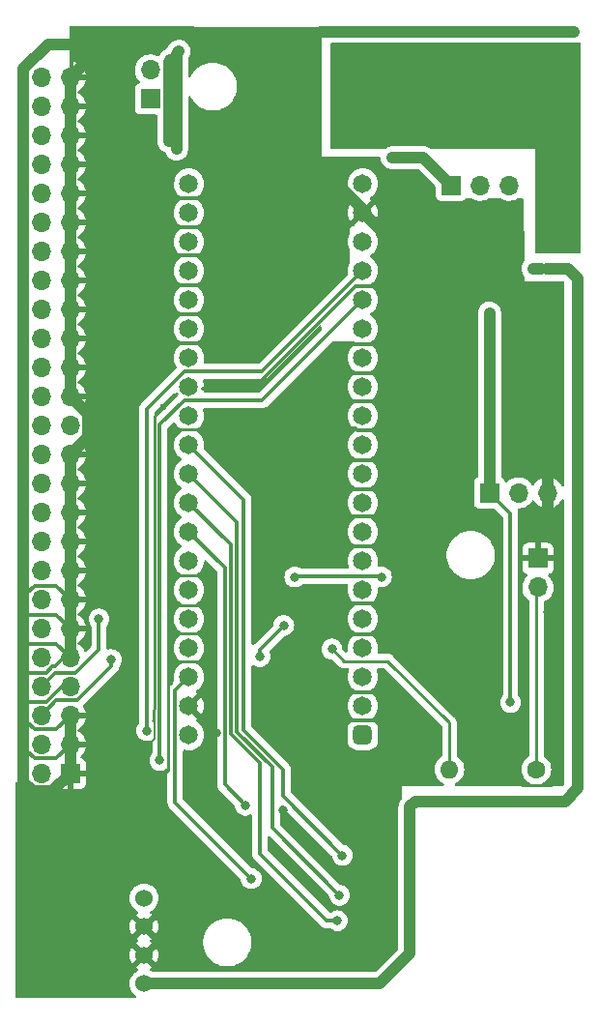
<source format=gbr>
%TF.GenerationSoftware,KiCad,Pcbnew,(6.0.2)*%
%TF.CreationDate,2022-04-05T19:05:53-06:00*%
%TF.ProjectId,F4_SMD_V1_1,46345f53-4d44-45f5-9631-5f312e6b6963,rev?*%
%TF.SameCoordinates,Original*%
%TF.FileFunction,Copper,L2,Bot*%
%TF.FilePolarity,Positive*%
%FSLAX46Y46*%
G04 Gerber Fmt 4.6, Leading zero omitted, Abs format (unit mm)*
G04 Created by KiCad (PCBNEW (6.0.2)) date 2022-04-05 19:05:53*
%MOMM*%
%LPD*%
G01*
G04 APERTURE LIST*
G04 Aperture macros list*
%AMRoundRect*
0 Rectangle with rounded corners*
0 $1 Rounding radius*
0 $2 $3 $4 $5 $6 $7 $8 $9 X,Y pos of 4 corners*
0 Add a 4 corners polygon primitive as box body*
4,1,4,$2,$3,$4,$5,$6,$7,$8,$9,$2,$3,0*
0 Add four circle primitives for the rounded corners*
1,1,$1+$1,$2,$3*
1,1,$1+$1,$4,$5*
1,1,$1+$1,$6,$7*
1,1,$1+$1,$8,$9*
0 Add four rect primitives between the rounded corners*
20,1,$1+$1,$2,$3,$4,$5,0*
20,1,$1+$1,$4,$5,$6,$7,0*
20,1,$1+$1,$6,$7,$8,$9,0*
20,1,$1+$1,$8,$9,$2,$3,0*%
G04 Aperture macros list end*
%TA.AperFunction,ComponentPad*%
%ADD10R,1.700000X1.700000*%
%TD*%
%TA.AperFunction,ComponentPad*%
%ADD11O,1.700000X1.700000*%
%TD*%
%TA.AperFunction,ComponentPad*%
%ADD12C,1.524000*%
%TD*%
%TA.AperFunction,ComponentPad*%
%ADD13RoundRect,0.412500X0.412500X0.412500X-0.412500X0.412500X-0.412500X-0.412500X0.412500X-0.412500X0*%
%TD*%
%TA.AperFunction,ComponentPad*%
%ADD14C,1.650000*%
%TD*%
%TA.AperFunction,ComponentPad*%
%ADD15C,1.600000*%
%TD*%
%TA.AperFunction,ComponentPad*%
%ADD16O,1.600000X1.600000*%
%TD*%
%TA.AperFunction,ViaPad*%
%ADD17C,0.800000*%
%TD*%
%TA.AperFunction,ViaPad*%
%ADD18C,0.600000*%
%TD*%
%TA.AperFunction,Conductor*%
%ADD19C,1.000000*%
%TD*%
%TA.AperFunction,Conductor*%
%ADD20C,0.330000*%
%TD*%
%TA.AperFunction,Conductor*%
%ADD21C,0.250000*%
%TD*%
%TA.AperFunction,Conductor*%
%ADD22C,0.140000*%
%TD*%
G04 APERTURE END LIST*
D10*
%TO.P,J4,1,GND*%
%TO.N,GND*%
X110200000Y-131400000D03*
D11*
%TO.P,J4,2,DB0*%
%TO.N,DB0*%
X107660000Y-131400000D03*
%TO.P,J4,3,GND*%
%TO.N,GND*%
X110200000Y-128860000D03*
%TO.P,J4,4,DB1*%
%TO.N,DB1*%
X107660000Y-128860000D03*
%TO.P,J4,5,GND*%
%TO.N,GND*%
X110200000Y-126320000D03*
%TO.P,J4,6,DB2*%
%TO.N,DB2*%
X107660000Y-126320000D03*
%TO.P,J4,7,GND*%
%TO.N,GND*%
X110200000Y-123780000D03*
%TO.P,J4,8,DB3*%
%TO.N,DB3*%
X107660000Y-123780000D03*
%TO.P,J4,9,GND*%
%TO.N,GND*%
X110200000Y-121240000D03*
%TO.P,J4,10,DB4*%
%TO.N,DB4*%
X107660000Y-121240000D03*
%TO.P,J4,11,GND*%
%TO.N,GND*%
X110200000Y-118700000D03*
%TO.P,J4,12,DB5*%
%TO.N,DB5*%
X107660000Y-118700000D03*
%TO.P,J4,13,GND*%
%TO.N,GND*%
X110200000Y-116160000D03*
%TO.P,J4,14,DB6*%
%TO.N,DB6*%
X107660000Y-116160000D03*
%TO.P,J4,15,GND*%
%TO.N,GND*%
X110200000Y-113620000D03*
%TO.P,J4,16,DB7*%
%TO.N,DB7*%
X107660000Y-113620000D03*
%TO.P,J4,17,GND*%
%TO.N,GND*%
X110200000Y-111080000D03*
%TO.P,J4,18,DBP*%
%TO.N,DBP*%
X107660000Y-111080000D03*
%TO.P,J4,19,GND*%
%TO.N,GND*%
X110200000Y-108540000D03*
%TO.P,J4,20,UNUSED*%
%TO.N,unconnected-(J4-Pad20)*%
X107660000Y-108540000D03*
%TO.P,J4,21,GND*%
%TO.N,GND*%
X110200000Y-106000000D03*
%TO.P,J4,22,UNUSED*%
%TO.N,unconnected-(J4-Pad22)*%
X107660000Y-106000000D03*
%TO.P,J4,23,GND*%
%TO.N,GND*%
X110200000Y-103460000D03*
%TO.P,J4,24,UNUSED*%
%TO.N,unconnected-(J4-Pad24)*%
X107660000Y-103460000D03*
%TO.P,J4,25,NOTCH*%
%TO.N,unconnected-(J4-Pad25)*%
X110200000Y-100920000D03*
%TO.P,J4,26,TPWR*%
%TO.N,+5V*%
X107660000Y-100920000D03*
%TO.P,J4,27,GND*%
%TO.N,GND*%
X110200000Y-98380000D03*
%TO.P,J4,28,UNUSED*%
%TO.N,unconnected-(J4-Pad28)*%
X107660000Y-98380000D03*
%TO.P,J4,29,GND*%
%TO.N,GND*%
X110200000Y-95840000D03*
%TO.P,J4,30,UNUSED*%
%TO.N,unconnected-(J4-Pad30)*%
X107660000Y-95840000D03*
%TO.P,J4,31,GND*%
%TO.N,GND*%
X110200000Y-93300000D03*
%TO.P,J4,32,ATN*%
%TO.N,ATN*%
X107660000Y-93300000D03*
%TO.P,J4,33,GND*%
%TO.N,GND*%
X110200000Y-90760000D03*
%TO.P,J4,34,UNUSED*%
%TO.N,unconnected-(J4-Pad34)*%
X107660000Y-90760000D03*
%TO.P,J4,35,GND*%
%TO.N,GND*%
X110200000Y-88220000D03*
%TO.P,J4,36,BSY*%
%TO.N,BSY*%
X107660000Y-88220000D03*
%TO.P,J4,37,GND*%
%TO.N,GND*%
X110200000Y-85680000D03*
%TO.P,J4,38,ACK*%
%TO.N,ACK*%
X107660000Y-85680000D03*
%TO.P,J4,39,GND*%
%TO.N,GND*%
X110200000Y-83140000D03*
%TO.P,J4,40,RST*%
%TO.N,RST*%
X107660000Y-83140000D03*
%TO.P,J4,41,GND*%
%TO.N,GND*%
X110200000Y-80600000D03*
%TO.P,J4,42,MSG*%
%TO.N,MSG*%
X107660000Y-80600000D03*
%TO.P,J4,43,GND*%
%TO.N,GND*%
X110200000Y-78060000D03*
%TO.P,J4,44,SEL*%
%TO.N,SEL*%
X107660000Y-78060000D03*
%TO.P,J4,45,GND*%
%TO.N,GND*%
X110200000Y-75520000D03*
%TO.P,J4,46,C/D*%
%TO.N,CD*%
X107660000Y-75520000D03*
%TO.P,J4,47,GND*%
%TO.N,GND*%
X110200000Y-72980000D03*
%TO.P,J4,48,REQ*%
%TO.N,REQ*%
X107660000Y-72980000D03*
%TO.P,J4,49,GND*%
%TO.N,GND*%
X110200000Y-70440000D03*
%TO.P,J4,50,IO*%
%TO.N,IO*%
X107660000Y-70440000D03*
%TD*%
D12*
%TO.P,J2,1,5V*%
%TO.N,Net-(D1-Pad2)*%
X116666000Y-149794600D03*
%TO.P,J2,2,GND*%
%TO.N,GND*%
X116666000Y-147294600D03*
%TO.P,J2,3,GND*%
X116666000Y-144794600D03*
%TO.P,J2,4,12V*%
%TO.N,unconnected-(J2-Pad4)*%
X116666000Y-142294600D03*
%TD*%
D10*
%TO.P,J6,1,Pin_1*%
%TO.N,+5F*%
X146939000Y-106807000D03*
D11*
%TO.P,J6,2,Pin_2*%
%TO.N,Net-(J6-Pad2)*%
X149479000Y-106807000D03*
%TO.P,J6,3,Pin_3*%
%TO.N,GND*%
X152019000Y-106807000D03*
%TD*%
D10*
%TO.P,USBPWR,1,Pin_1*%
%TO.N,+5F*%
X143573500Y-79883000D03*
D11*
%TO.P,USBPWR,2,Pin_2*%
%TO.N,+5VP*%
X146113500Y-79883000D03*
%TO.P,USBPWR,3,Pin_3*%
%TO.N,Net-(D2-Pad2)*%
X148653500Y-79883000D03*
%TD*%
D10*
%TO.P,J1,1,Pin_1*%
%TO.N,Net-(C1-Pad1)*%
X117221000Y-72326500D03*
D11*
%TO.P,J1,2,Pin_2*%
%TO.N,+5F*%
X117221000Y-69786500D03*
%TD*%
D13*
%TO.P,BP1,1,DB4_PB12*%
%TO.N,DB4*%
X135826500Y-128016000D03*
D14*
%TO.P,BP1,2,DB5_PB13*%
%TO.N,DB5*%
X135826500Y-125476000D03*
%TO.P,BP1,3,DB6_PB14*%
%TO.N,DB6*%
X135826500Y-122936000D03*
%TO.P,BP1,4,DB7_PB15*%
%TO.N,DB7*%
X135826500Y-120396000D03*
%TO.P,BP1,5,ATN_PA8*%
%TO.N,ATN*%
X135826500Y-117856000D03*
%TO.P,BP1,6,BSY_PA9*%
%TO.N,BSY*%
X135826500Y-115316000D03*
%TO.P,BP1,7,ACK_PA10*%
%TO.N,ACK*%
X135826500Y-112776000D03*
%TO.P,BP1,8,PA11*%
%TO.N,unconnected-(BP1-Pad8)*%
X135826500Y-110236000D03*
%TO.P,BP1,9,PA12*%
%TO.N,unconnected-(BP1-Pad9)*%
X135826500Y-107696000D03*
%TO.P,BP1,10,RST_PA15*%
%TO.N,RST*%
X135826500Y-105156000D03*
%TO.P,BP1,11,MSG_PB3*%
%TO.N,MSG*%
X135826500Y-102616000D03*
%TO.P,BP1,12,SEL_PB4*%
%TO.N,SEL*%
X135826500Y-100076000D03*
%TO.P,BP1,13,CD_PB5*%
%TO.N,CD*%
X135826500Y-97536000D03*
%TO.P,BP1,14,REQ_PB6*%
%TO.N,REQ*%
X135826500Y-94996000D03*
%TO.P,BP1,15,IO_PB7*%
%TO.N,IO*%
X135826500Y-92456000D03*
%TO.P,BP1,16,DB0_PB8*%
%TO.N,DB0*%
X135826500Y-89916000D03*
%TO.P,BP1,17,DB1_PB9*%
%TO.N,DB1*%
X135826500Y-87376000D03*
%TO.P,BP1,18,5V*%
%TO.N,+5VP*%
X135826500Y-84836000D03*
%TO.P,BP1,19,GND*%
%TO.N,GND*%
X135826500Y-82296000D03*
%TO.P,BP1,20,3.3V*%
%TO.N,unconnected-(BP1-Pad20)*%
X135826500Y-79756000D03*
%TO.P,BP1,21,VBat*%
%TO.N,unconnected-(BP1-Pad21)*%
X120586500Y-79756000D03*
%TO.P,BP1,22,PC13*%
%TO.N,unconnected-(BP1-Pad22)*%
X120586500Y-82296000D03*
%TO.P,BP1,23,PC14*%
%TO.N,unconnected-(BP1-Pad23)*%
X120586500Y-84836000D03*
%TO.P,BP1,24,PC15*%
%TO.N,unconnected-(BP1-Pad24)*%
X120586500Y-87376000D03*
%TO.P,BP1,25,BP_RST*%
%TO.N,unconnected-(BP1-Pad25)*%
X120586500Y-89916000D03*
%TO.P,BP1,26,PA0*%
%TO.N,unconnected-(BP1-Pad26)*%
X120586500Y-92456000D03*
%TO.P,BP1,27,PA1*%
%TO.N,unconnected-(BP1-Pad27)*%
X120586500Y-94996000D03*
%TO.P,BP1,28,PA2*%
%TO.N,unconnected-(BP1-Pad28)*%
X120586500Y-97536000D03*
%TO.P,BP1,29,PA3*%
%TO.N,unconnected-(BP1-Pad29)*%
X120586500Y-100076000D03*
%TO.P,BP1,30,SD_CD_CS_PA4*%
%TO.N,SD_CS*%
X120586500Y-102616000D03*
%TO.P,BP1,31,SD_CLK_PA5*%
%TO.N,SD_CLK*%
X120586500Y-105156000D03*
%TO.P,BP1,32,SD_DAT0_MISO_PA6*%
%TO.N,SD_MISO*%
X120586500Y-107696000D03*
%TO.P,BP1,33,SD_CMD_MOSI_PA7*%
%TO.N,SD_MOSI*%
X120586500Y-110236000D03*
%TO.P,BP1,34,DBP_PB0*%
%TO.N,DBP*%
X120586500Y-112776000D03*
%TO.P,BP1,35,PB1*%
%TO.N,Net-(BP1-Pad35)*%
X120586500Y-115316000D03*
%TO.P,BP1,36,DB3_PB2*%
%TO.N,DB3*%
X120586500Y-117856000D03*
%TO.P,BP1,37,DB2_PB10*%
%TO.N,DB2*%
X120586500Y-120396000D03*
%TO.P,BP1,38,3.3V*%
%TO.N,+3V3*%
X120586500Y-122936000D03*
%TO.P,BP1,39,GND*%
%TO.N,GND*%
X120586500Y-125476000D03*
%TO.P,BP1,40,5V*%
%TO.N,unconnected-(BP1-Pad40)*%
X120586500Y-128016000D03*
%TD*%
D10*
%TO.P,J3,1,Pin_1*%
%TO.N,GND*%
X151180800Y-112560100D03*
D11*
%TO.P,J3,2,Pin_2*%
%TO.N,Net-(J3-Pad2)*%
X151180800Y-115100100D03*
%TD*%
D15*
%TO.P,R19,1*%
%TO.N,Net-(J3-Pad2)*%
X151036020Y-131025900D03*
D16*
%TO.P,R19,2*%
%TO.N,Net-(BP1-Pad35)*%
X143416020Y-131025900D03*
%TD*%
D17*
%TO.N,GND*%
X105981500Y-133985000D03*
X122618500Y-121602500D03*
X122316240Y-124005340D03*
D18*
X113738660Y-120134380D03*
D17*
X130873500Y-130238500D03*
X152019000Y-117221000D03*
X122967750Y-127857250D03*
X128841500Y-134620000D03*
D18*
X145102580Y-108089700D03*
D17*
X122364500Y-133858000D03*
X137513060Y-103957120D03*
X143573500Y-66421000D03*
X137581640Y-93741240D03*
D18*
X137540381Y-91305999D03*
D17*
X122060970Y-101070410D03*
D18*
X119009160Y-88826340D03*
X118976140Y-83715860D03*
D17*
X122481340Y-88033860D03*
X122274330Y-80191610D03*
D18*
X132308600Y-119362220D03*
D17*
X130446780Y-79387700D03*
X106045000Y-150431500D03*
X140335000Y-108331000D03*
X128143000Y-138049000D03*
D18*
X132565140Y-145214340D03*
X115097560Y-73235820D03*
X124998480Y-135305800D03*
X119095520Y-79448660D03*
X116225320Y-128739900D03*
X118859300Y-81274920D03*
X117208300Y-131272280D03*
D17*
X122430540Y-85519260D03*
X122438160Y-82870040D03*
X135507500Y-143191000D03*
X133929120Y-112168940D03*
D18*
X118976140Y-121602500D03*
D17*
X154368500Y-66421000D03*
X122999500Y-94424500D03*
X152781000Y-129413000D03*
D18*
X118325900Y-99329240D03*
D17*
X149606000Y-92646500D03*
X127952500Y-110871000D03*
X129762250Y-101187250D03*
X113982500Y-131953000D03*
X137858500Y-133858000D03*
D18*
X113713260Y-118856760D03*
X128605280Y-123908820D03*
X122364500Y-119126000D03*
X119052340Y-86433660D03*
X118905020Y-112816640D03*
D17*
X137557521Y-96345999D03*
D18*
X143654780Y-101922580D03*
X132949689Y-116772951D03*
X122318780Y-115001040D03*
D17*
X124762260Y-79248000D03*
D18*
X124132340Y-97490280D03*
X132910580Y-142984220D03*
X132793740Y-87076280D03*
D17*
X122445780Y-90510360D03*
D18*
X118681500Y-95981520D03*
X143050260Y-124448250D03*
D17*
X141691535Y-84114465D03*
X137523220Y-101295200D03*
X126746000Y-122745500D03*
X137651479Y-116506001D03*
X123377960Y-99938840D03*
X142303500Y-119189500D03*
D18*
X115138200Y-121635520D03*
D17*
X146951700Y-130129280D03*
X125158500Y-66865500D03*
X114617500Y-125730000D03*
X146879000Y-117161000D03*
D18*
X118907560Y-115387120D03*
D17*
X133664960Y-126746000D03*
X131762500Y-66802000D03*
X137543540Y-98806000D03*
X148517785Y-90940715D03*
X114109500Y-105346500D03*
D18*
X118917720Y-123431300D03*
D17*
%TO.N,+2V8*%
X143637000Y-73533000D03*
X138239500Y-73533000D03*
X143662400Y-69123560D03*
X138229340Y-69136260D03*
X151828615Y-76136385D03*
%TO.N,Net-(D1-Pad2)*%
X151955500Y-87185500D03*
X150749000Y-87185500D03*
%TO.N,SD_CS*%
X134048500Y-138557000D03*
%TO.N,SD_CLK*%
X133794500Y-142049500D03*
%TO.N,SD_MISO*%
X133604000Y-144272000D03*
%TO.N,SD_MOSI*%
X125539500Y-134175500D03*
%TO.N,DB3*%
X112712500Y-117856000D03*
%TO.N,DB2*%
X113792000Y-121412000D03*
%TO.N,DB1*%
X116903500Y-127635000D03*
%TO.N,DB0*%
X118046500Y-130238500D03*
%TO.N,+3V3*%
X126047500Y-140589000D03*
%TO.N,Net-(R3-Pad1)*%
X126809500Y-121158000D03*
X128905000Y-118427500D03*
%TO.N,Net-(R7-Pad1)*%
X129873499Y-114188999D03*
X137461501Y-114188999D03*
%TO.N,+5F*%
X146939000Y-91059000D03*
X139446000Y-77470000D03*
X119729250Y-68167250D03*
X138430000Y-77470000D03*
X119507000Y-76708000D03*
X148780500Y-125158500D03*
X118840250Y-76041250D03*
X118967251Y-68929251D03*
%TO.N,Net-(BP1-Pad35)*%
X133134100Y-120489980D03*
%TD*%
D19*
%TO.N,GND*%
X154368500Y-66421000D02*
X154368500Y-66421000D01*
X143573500Y-66421000D02*
X154368500Y-66421000D01*
X148517785Y-90940715D02*
X149606000Y-92028930D01*
D20*
X133664960Y-126746000D02*
X137160000Y-126746000D01*
X137651479Y-116506001D02*
X131651999Y-116506001D01*
X137160000Y-101346000D02*
X137160000Y-101346000D01*
X137543540Y-98806000D02*
X137922000Y-98806000D01*
X137557521Y-96345999D02*
X138001999Y-96345999D01*
X118976140Y-83715860D02*
X119126000Y-83566000D01*
X119052340Y-86433660D02*
X119443500Y-86042500D01*
X119009160Y-88826340D02*
X119046501Y-88788999D01*
D21*
X118325900Y-99329240D02*
X119501819Y-98153321D01*
D20*
X124421900Y-97706180D02*
X121776501Y-97706180D01*
D21*
X118771501Y-112764739D02*
X118771501Y-102330081D01*
X118771501Y-115563819D02*
X118771501Y-114024579D01*
X118976140Y-121602500D02*
X118808162Y-121602500D01*
D20*
X132196840Y-119189500D02*
X131635500Y-119189500D01*
D19*
X132143500Y-66421000D02*
X131762500Y-66802000D01*
X110200000Y-131400000D02*
X110200000Y-126320000D01*
X136678001Y-83147501D02*
X140724571Y-83147501D01*
D22*
X117573501Y-126918161D02*
X117505480Y-126850140D01*
D19*
X106915999Y-132950001D02*
X106109999Y-132144001D01*
D20*
X127952500Y-110871000D02*
X130683000Y-110871000D01*
X110200000Y-95840000D02*
X116758000Y-95840000D01*
X106499499Y-120024999D02*
X106444999Y-119970499D01*
D19*
X108649999Y-132950001D02*
X106915999Y-132950001D01*
D20*
X117012000Y-85680000D02*
X118976140Y-83715860D01*
X133667500Y-119189500D02*
X132196840Y-119189500D01*
X132159999Y-96345999D02*
X131651999Y-96345999D01*
D19*
X140724571Y-83147501D02*
X141691535Y-84114465D01*
D20*
X119189500Y-81026000D02*
X121666000Y-81026000D01*
X142303500Y-119189500D02*
X140525500Y-119189500D01*
X118872000Y-93726000D02*
X121793000Y-93726000D01*
D19*
X111750001Y-99930001D02*
X111750001Y-101909999D01*
D22*
X113982500Y-131953000D02*
X117573501Y-128361999D01*
D21*
X152321260Y-132397500D02*
X149809200Y-132397500D01*
D20*
X110200000Y-121240000D02*
X108984999Y-120024999D01*
X117266000Y-93300000D02*
X119380000Y-91186000D01*
X106444999Y-115576799D02*
X106444999Y-117583001D01*
X107076799Y-127535001D02*
X108984999Y-127535001D01*
D19*
X106109999Y-116904001D02*
X106109999Y-116141500D01*
D20*
X117266000Y-88220000D02*
X119052340Y-86433660D01*
X107076799Y-114944999D02*
X106444999Y-115576799D01*
X106444999Y-129443201D02*
X106444999Y-132352999D01*
X140525500Y-119189500D02*
X137842001Y-116506001D01*
X117075500Y-83140000D02*
X119189500Y-81026000D01*
D21*
X118771501Y-131080679D02*
X118475760Y-131376420D01*
X118771501Y-123048997D02*
X118771501Y-131080679D01*
D20*
X110200000Y-83140000D02*
X117075500Y-83140000D01*
X129762250Y-101187250D02*
X129762250Y-98329750D01*
X137080001Y-88725999D02*
X135226047Y-88725999D01*
X129762250Y-101187250D02*
X129762250Y-100234750D01*
X126746000Y-122745500D02*
X127825500Y-121666000D01*
X131191000Y-98806000D02*
X137543540Y-98806000D01*
D21*
X122618500Y-121602500D02*
X118976140Y-121602500D01*
X121905379Y-101226001D02*
X122060970Y-101070410D01*
X118771501Y-116668719D02*
X118771501Y-115563819D01*
D20*
X139779999Y-108886001D02*
X131492001Y-108886001D01*
X110200000Y-93300000D02*
X117266000Y-93300000D01*
X131826000Y-96171998D02*
X131826000Y-95250000D01*
X128587500Y-122745500D02*
X130127999Y-124285999D01*
X110200000Y-85680000D02*
X117012000Y-85680000D01*
X108984999Y-117484999D02*
X106543001Y-117484999D01*
D19*
X116776500Y-66675000D02*
X113965000Y-66675000D01*
D20*
X110200000Y-118700000D02*
X108984999Y-117484999D01*
X110200000Y-121240000D02*
X109646000Y-121240000D01*
D22*
X117573501Y-128361999D02*
X117573501Y-126918161D01*
D21*
X118771501Y-114024579D02*
X118771501Y-112764739D01*
D20*
X106670001Y-122564999D02*
X106635499Y-122599501D01*
D19*
X106109999Y-132144001D02*
X106109999Y-116904001D01*
D20*
X130127999Y-124285999D02*
X137239999Y-124285999D01*
X130683000Y-110871000D02*
X131318000Y-111506000D01*
X133270001Y-93805999D02*
X137080001Y-93805999D01*
D21*
X118771501Y-102330081D02*
X119875581Y-101226001D01*
D20*
X117075500Y-90760000D02*
X119009160Y-88826340D01*
X106606501Y-125104999D02*
X106444999Y-125266501D01*
D19*
X152019000Y-106807000D02*
X152019000Y-108585000D01*
D20*
X106444999Y-129443201D02*
X107076799Y-130075001D01*
D21*
X118771501Y-119099499D02*
X121332159Y-119099499D01*
D20*
X106444999Y-117583001D02*
X106444999Y-119970499D01*
X142303500Y-119189500D02*
X133667500Y-119189500D01*
X129762250Y-101187250D02*
X132540999Y-103965999D01*
X110200000Y-90760000D02*
X117075500Y-90760000D01*
X129762250Y-101187250D02*
X129762250Y-105632250D01*
D21*
X117556490Y-125755190D02*
X117556490Y-100098650D01*
D20*
X106635499Y-122599501D02*
X106444999Y-122599501D01*
X108851011Y-122034989D02*
X108597011Y-122034989D01*
X129762250Y-98329750D02*
X131746001Y-96345999D01*
X131318000Y-111506000D02*
X137668000Y-111506000D01*
D21*
X118771501Y-116668719D02*
X121423261Y-116668719D01*
D20*
X135335298Y-101346000D02*
X137160000Y-101346000D01*
D21*
X152781000Y-129413000D02*
X152781000Y-131937760D01*
D19*
X110200000Y-103460000D02*
X110200000Y-121240000D01*
X110200000Y-131400000D02*
X108649999Y-132950001D01*
D20*
X108597011Y-122034989D02*
X108067001Y-122564999D01*
D19*
X111750001Y-101909999D02*
X110200000Y-103460000D01*
D21*
X118771501Y-114024579D02*
X121819839Y-114024579D01*
D19*
X149606000Y-92028930D02*
X149606000Y-92646500D01*
D20*
X108067001Y-122564999D02*
X106670001Y-122564999D01*
X108125454Y-125104999D02*
X106606501Y-125104999D01*
D19*
X106109999Y-69695999D02*
X108257238Y-67548760D01*
D20*
X141691535Y-84114465D02*
X137080001Y-88725999D01*
X106543001Y-117484999D02*
X106444999Y-117583001D01*
D21*
X118771501Y-121639161D02*
X118771501Y-119099499D01*
X118771501Y-123048997D02*
X118771501Y-121639161D01*
D20*
X131826000Y-95250000D02*
X133270001Y-93805999D01*
X106444999Y-126903201D02*
X107076799Y-127535001D01*
X126746000Y-122745500D02*
X128587500Y-122745500D01*
X108984999Y-130075001D02*
X110200000Y-128860000D01*
D21*
X118808162Y-121602500D02*
X118771501Y-121639161D01*
D20*
X129762250Y-101187250D02*
X135176548Y-101187250D01*
X119380000Y-91186000D02*
X121602500Y-91186000D01*
X109646000Y-121240000D02*
X108851011Y-122034989D01*
D21*
X152781000Y-131937760D02*
X152321260Y-132397500D01*
D20*
X108984999Y-127535001D02*
X110200000Y-126320000D01*
X106444999Y-122599501D02*
X106444999Y-125266501D01*
X110200000Y-123780000D02*
X109450453Y-123780000D01*
X119046501Y-88788999D02*
X119189500Y-88646000D01*
X130635999Y-106505999D02*
X137080001Y-106505999D01*
X131651999Y-96345999D02*
X131826000Y-96171998D01*
X135176548Y-101187250D02*
X135335298Y-101346000D01*
X107076799Y-130075001D02*
X108984999Y-130075001D01*
X140335000Y-108331000D02*
X139779999Y-108886001D01*
D21*
X117556490Y-100098650D02*
X118325900Y-99329240D01*
D20*
X119189500Y-88646000D02*
X121920000Y-88646000D01*
X109450453Y-123780000D02*
X108125454Y-125104999D01*
X131746001Y-96345999D02*
X132159999Y-96345999D01*
D19*
X135826500Y-81919762D02*
X135826500Y-82296000D01*
X110200000Y-70440000D02*
X110200000Y-98380000D01*
D20*
X116758000Y-95840000D02*
X118872000Y-93726000D01*
D21*
X118771501Y-119099499D02*
X118771501Y-116668719D01*
D19*
X135826500Y-82296000D02*
X136678001Y-83147501D01*
D20*
X135826500Y-82296000D02*
X134429500Y-83693000D01*
D19*
X110200000Y-98380000D02*
X111750001Y-99930001D01*
D22*
X117505480Y-126850140D02*
X117431820Y-126776480D01*
D19*
X143573500Y-66421000D02*
X132143500Y-66421000D01*
D21*
X117505480Y-125806200D02*
X117556490Y-125755190D01*
X117505480Y-126850140D02*
X117505480Y-125806200D01*
D19*
X132270500Y-78363762D02*
X135826500Y-81919762D01*
X108257238Y-67548760D02*
X110423960Y-67548760D01*
D20*
X108984999Y-120024999D02*
X106499499Y-120024999D01*
X110200000Y-116160000D02*
X108984999Y-114944999D01*
X129762250Y-105632250D02*
X130635999Y-106505999D01*
X132540999Y-103965999D02*
X136826001Y-103965999D01*
X108984999Y-114944999D02*
X107076799Y-114944999D01*
X130873500Y-130238500D02*
X130873500Y-126936500D01*
D19*
X106109999Y-116141500D02*
X106109999Y-69695999D01*
D20*
X130873500Y-126936500D02*
X131064000Y-126746000D01*
X126245866Y-97706180D02*
X124421900Y-97706180D01*
D19*
X113965000Y-66675000D02*
X110200000Y-70440000D01*
D20*
X137842001Y-116506001D02*
X137651479Y-116506001D01*
D19*
X152019000Y-106807000D02*
X152019000Y-104775000D01*
D20*
X132159999Y-96345999D02*
X137557521Y-96345999D01*
X119126000Y-83566000D02*
X121983500Y-83566000D01*
X110200000Y-88220000D02*
X117266000Y-88220000D01*
X131064000Y-126746000D02*
X133664960Y-126746000D01*
X129762250Y-100234750D02*
X131191000Y-98806000D01*
X106444999Y-126903201D02*
X106444999Y-129443201D01*
X106444999Y-125266501D02*
X106444999Y-126903201D01*
D21*
X119875581Y-101226001D02*
X121905379Y-101226001D01*
X149809200Y-132397500D02*
X149654260Y-132242560D01*
D20*
X135226047Y-88725999D02*
X126245866Y-97706180D01*
X106444999Y-119970499D02*
X106444999Y-122599501D01*
X119443500Y-86042500D02*
X121602500Y-86042500D01*
D19*
%TO.N,Net-(D1-Pad2)*%
X154697990Y-88086490D02*
X153797000Y-87185500D01*
X139965990Y-134309336D02*
X140405336Y-133869990D01*
X140405336Y-133869990D02*
X153531010Y-133869990D01*
X150749000Y-87185500D02*
X151447500Y-87185500D01*
X137352400Y-149794600D02*
X139965990Y-147181010D01*
X153531010Y-133869990D02*
X154697990Y-132703010D01*
X139965990Y-147181010D02*
X139965990Y-134309336D01*
X154697990Y-132703010D02*
X154697990Y-88086490D01*
X151955500Y-87185500D02*
X153797000Y-87185500D01*
X116666000Y-149794600D02*
X137352400Y-149794600D01*
D20*
%TO.N,SD_CS*%
X125412500Y-107442000D02*
X125412500Y-127596408D01*
X128841500Y-133350000D02*
X134048500Y-138557000D01*
X120586500Y-102616000D02*
X125412500Y-107442000D01*
X125412500Y-127596408D02*
X128841500Y-131025408D01*
X128841500Y-131025408D02*
X128841500Y-133350000D01*
%TO.N,SD_CLK*%
X120586500Y-105156000D02*
X124792771Y-109362271D01*
X127889000Y-130822454D02*
X127889000Y-136144000D01*
X124792771Y-127726225D02*
X127889000Y-130822454D01*
X127889000Y-136144000D02*
X133794500Y-142049500D01*
X124792771Y-109362271D02*
X124792771Y-127726225D01*
%TO.N,SD_MISO*%
X132651500Y-144272000D02*
X133604000Y-144272000D01*
X126812501Y-130495501D02*
X126812501Y-138433001D01*
X124262761Y-111372261D02*
X124262761Y-127945761D01*
X124262761Y-127945761D02*
X126812501Y-130495501D01*
X126812501Y-138433001D02*
X132651500Y-144272000D01*
X120586500Y-107696000D02*
X124262761Y-111372261D01*
%TO.N,SD_MOSI*%
X123732751Y-132368751D02*
X125539500Y-134175500D01*
X120586500Y-110236000D02*
X123732751Y-113382251D01*
X123732751Y-113382251D02*
X123732751Y-132368751D01*
%TO.N,DB3*%
X108875001Y-122564999D02*
X110673203Y-122564999D01*
X107660000Y-123780000D02*
X108875001Y-122564999D01*
X112712500Y-120525702D02*
X112712500Y-117856000D01*
X110673203Y-122564999D02*
X112712500Y-120525702D01*
%TO.N,DB2*%
X113792000Y-121412000D02*
X113792000Y-121412000D01*
X107660000Y-126320000D02*
X108984999Y-124995001D01*
X108984999Y-124995001D02*
X110783201Y-124995001D01*
X110783201Y-124995001D02*
X113792000Y-121986202D01*
X113792000Y-121986202D02*
X113792000Y-121412000D01*
%TO.N,DB1*%
X120175297Y-96186001D02*
X127016499Y-96186001D01*
X116903500Y-99457798D02*
X120175297Y-96186001D01*
X127016499Y-96186001D02*
X127079499Y-96123001D01*
X116903500Y-127635000D02*
X116903500Y-99457798D01*
X127079499Y-96123001D02*
X135826500Y-87376000D01*
%TO.N,DB0*%
X118046500Y-130238500D02*
X118046500Y-130238500D01*
X127016499Y-98726001D02*
X127079499Y-98663001D01*
X118046500Y-100854798D02*
X120175297Y-98726001D01*
X127079499Y-98663001D02*
X135826500Y-89916000D01*
X118046500Y-130238500D02*
X118046500Y-100854798D01*
X120175297Y-98726001D02*
X127016499Y-98726001D01*
%TO.N,+3V3*%
X119396499Y-124126001D02*
X119459499Y-124063001D01*
X126047500Y-140589000D02*
X119396499Y-133937999D01*
X119396499Y-133937999D02*
X119396499Y-124126001D01*
X119459499Y-124063001D02*
X120586500Y-122936000D01*
%TO.N,Net-(R3-Pad1)*%
X126809500Y-120523000D02*
X128905000Y-118427500D01*
X126809500Y-121158000D02*
X126809500Y-120523000D01*
%TO.N,Net-(R7-Pad1)*%
X129936499Y-114125999D02*
X137398501Y-114125999D01*
X137398501Y-114125999D02*
X137461501Y-114188999D01*
X129873499Y-114188999D02*
X129936499Y-114125999D01*
%TO.N,Net-(J6-Pad2)*%
X149479000Y-107188000D02*
X149479000Y-106807000D01*
D19*
%TO.N,+5F*%
X139446000Y-77470000D02*
X139446000Y-77470000D01*
X118840250Y-76041250D02*
X118840250Y-69056252D01*
D20*
X148780500Y-108648500D02*
X148780500Y-125158500D01*
D19*
X119507000Y-68389500D02*
X119729250Y-68167250D01*
D20*
X146939000Y-106807000D02*
X148780500Y-108648500D01*
D19*
X118840250Y-69056252D02*
X118967251Y-68929251D01*
X139446000Y-77470000D02*
X141160500Y-77470000D01*
X138430000Y-77470000D02*
X139446000Y-77470000D01*
X119507000Y-76708000D02*
X119507000Y-68389500D01*
X146939000Y-106807000D02*
X146939000Y-91059000D01*
X141160500Y-77470000D02*
X143573500Y-79883000D01*
D21*
%TO.N,Net-(BP1-Pad35)*%
X143416020Y-126949200D02*
X143416020Y-131025900D01*
X134190121Y-121546001D02*
X138012821Y-121546001D01*
X133134100Y-120489980D02*
X134190121Y-121546001D01*
X138012821Y-121546001D02*
X143416020Y-126949200D01*
%TO.N,Net-(J3-Pad2)*%
X151036020Y-131025900D02*
X151036020Y-115244880D01*
X151036020Y-115244880D02*
X151180800Y-115100100D01*
%TD*%
%TA.AperFunction,Conductor*%
%TO.N,GND*%
G36*
X134488269Y-114819501D02*
G01*
X134534762Y-114873157D01*
X134544866Y-114943431D01*
X134541855Y-114958110D01*
X134509666Y-115078241D01*
X134508242Y-115083556D01*
X134487906Y-115316000D01*
X134508242Y-115548444D01*
X134568633Y-115773826D01*
X134570955Y-115778806D01*
X134570956Y-115778808D01*
X134664918Y-115980310D01*
X134664921Y-115980315D01*
X134667244Y-115985297D01*
X134801078Y-116176432D01*
X134966068Y-116341422D01*
X134970576Y-116344579D01*
X134970579Y-116344581D01*
X135075728Y-116418207D01*
X135157203Y-116475256D01*
X135161207Y-116477123D01*
X135209969Y-116528264D01*
X135223405Y-116597977D01*
X135197018Y-116663888D01*
X135161312Y-116694828D01*
X135157203Y-116696744D01*
X135152699Y-116699898D01*
X134970579Y-116827419D01*
X134970576Y-116827421D01*
X134966068Y-116830578D01*
X134801078Y-116995568D01*
X134667244Y-117186703D01*
X134664921Y-117191685D01*
X134664918Y-117191690D01*
X134570956Y-117393192D01*
X134568633Y-117398174D01*
X134508242Y-117623556D01*
X134487906Y-117856000D01*
X134508242Y-118088444D01*
X134568633Y-118313826D01*
X134570955Y-118318806D01*
X134570956Y-118318808D01*
X134664918Y-118520310D01*
X134664921Y-118520315D01*
X134667244Y-118525297D01*
X134801078Y-118716432D01*
X134966068Y-118881422D01*
X134970576Y-118884579D01*
X134970579Y-118884581D01*
X135075728Y-118958207D01*
X135157203Y-119015256D01*
X135161207Y-119017123D01*
X135209969Y-119068264D01*
X135223405Y-119137977D01*
X135197018Y-119203888D01*
X135161312Y-119234828D01*
X135157203Y-119236744D01*
X135152699Y-119239898D01*
X134970579Y-119367419D01*
X134970576Y-119367421D01*
X134966068Y-119370578D01*
X134801078Y-119535568D01*
X134797921Y-119540076D01*
X134797919Y-119540079D01*
X134686738Y-119698862D01*
X134667244Y-119726703D01*
X134664921Y-119731685D01*
X134664918Y-119731690D01*
X134629693Y-119807231D01*
X134568633Y-119938174D01*
X134567211Y-119943482D01*
X134567210Y-119943484D01*
X134520335Y-120118424D01*
X134508242Y-120163556D01*
X134487906Y-120396000D01*
X134508242Y-120628444D01*
X134509666Y-120633759D01*
X134509667Y-120633762D01*
X134510901Y-120638369D01*
X134509211Y-120709346D01*
X134469416Y-120768141D01*
X134404151Y-120796088D01*
X134334138Y-120784314D01*
X134300099Y-120760074D01*
X134081222Y-120541197D01*
X134047196Y-120478885D01*
X134045007Y-120465272D01*
X134028332Y-120306615D01*
X134028332Y-120306613D01*
X134027642Y-120300052D01*
X133968627Y-120118424D01*
X133873140Y-119953036D01*
X133864540Y-119943484D01*
X133749775Y-119816025D01*
X133749774Y-119816024D01*
X133745353Y-119811114D01*
X133590852Y-119698862D01*
X133584824Y-119696178D01*
X133584822Y-119696177D01*
X133422419Y-119623871D01*
X133422418Y-119623871D01*
X133416388Y-119621186D01*
X133322988Y-119601333D01*
X133236044Y-119582852D01*
X133236039Y-119582852D01*
X133229587Y-119581480D01*
X133038613Y-119581480D01*
X133032161Y-119582852D01*
X133032156Y-119582852D01*
X132945212Y-119601333D01*
X132851812Y-119621186D01*
X132845782Y-119623871D01*
X132845781Y-119623871D01*
X132683378Y-119696177D01*
X132683376Y-119696178D01*
X132677348Y-119698862D01*
X132522847Y-119811114D01*
X132518426Y-119816024D01*
X132518425Y-119816025D01*
X132403661Y-119943484D01*
X132395060Y-119953036D01*
X132299573Y-120118424D01*
X132240558Y-120300052D01*
X132239868Y-120306613D01*
X132239868Y-120306615D01*
X132229898Y-120401475D01*
X132220596Y-120489980D01*
X132221286Y-120496545D01*
X132235708Y-120633759D01*
X132240558Y-120679908D01*
X132299573Y-120861536D01*
X132302876Y-120867258D01*
X132302877Y-120867259D01*
X132328675Y-120911942D01*
X132395060Y-121026924D01*
X132399478Y-121031831D01*
X132399479Y-121031832D01*
X132495958Y-121138983D01*
X132522847Y-121168846D01*
X132677348Y-121281098D01*
X132683376Y-121283782D01*
X132683378Y-121283783D01*
X132845781Y-121356089D01*
X132851812Y-121358774D01*
X132945213Y-121378627D01*
X133032156Y-121397108D01*
X133032161Y-121397108D01*
X133038613Y-121398480D01*
X133094506Y-121398480D01*
X133162627Y-121418482D01*
X133183601Y-121435385D01*
X133686464Y-121938248D01*
X133694008Y-121946538D01*
X133698121Y-121953019D01*
X133703898Y-121958444D01*
X133747788Y-121999659D01*
X133750630Y-122002414D01*
X133770351Y-122022135D01*
X133773546Y-122024613D01*
X133782568Y-122032319D01*
X133814800Y-122062587D01*
X133821749Y-122066407D01*
X133832553Y-122072347D01*
X133849077Y-122083200D01*
X133865080Y-122095614D01*
X133905664Y-122113177D01*
X133916294Y-122118384D01*
X133955061Y-122139696D01*
X133962738Y-122141667D01*
X133962743Y-122141669D01*
X133974679Y-122144733D01*
X133993387Y-122151138D01*
X134011976Y-122159182D01*
X134019804Y-122160422D01*
X134019811Y-122160424D01*
X134055645Y-122166100D01*
X134067265Y-122168506D01*
X134102410Y-122177529D01*
X134110091Y-122179501D01*
X134130345Y-122179501D01*
X134150055Y-122181052D01*
X134170064Y-122184221D01*
X134177956Y-122183475D01*
X134214082Y-122180060D01*
X134225940Y-122179501D01*
X134510126Y-122179501D01*
X134578247Y-122199503D01*
X134624740Y-122253159D01*
X134634844Y-122323433D01*
X134624321Y-122358751D01*
X134568633Y-122478174D01*
X134508242Y-122703556D01*
X134487906Y-122936000D01*
X134508242Y-123168444D01*
X134568633Y-123393826D01*
X134570955Y-123398806D01*
X134570956Y-123398808D01*
X134664918Y-123600310D01*
X134664921Y-123600315D01*
X134667244Y-123605297D01*
X134801078Y-123796432D01*
X134966068Y-123961422D01*
X134970576Y-123964579D01*
X134970579Y-123964581D01*
X135075728Y-124038207D01*
X135157203Y-124095256D01*
X135161207Y-124097123D01*
X135209969Y-124148264D01*
X135223405Y-124217977D01*
X135197018Y-124283888D01*
X135161312Y-124314828D01*
X135157203Y-124316744D01*
X135152699Y-124319898D01*
X134970579Y-124447419D01*
X134970576Y-124447421D01*
X134966068Y-124450578D01*
X134801078Y-124615568D01*
X134667244Y-124806703D01*
X134664921Y-124811685D01*
X134664918Y-124811690D01*
X134570956Y-125013192D01*
X134568633Y-125018174D01*
X134508242Y-125243556D01*
X134487906Y-125476000D01*
X134508242Y-125708444D01*
X134568633Y-125933826D01*
X134570955Y-125938806D01*
X134570956Y-125938808D01*
X134664918Y-126140310D01*
X134664921Y-126140315D01*
X134667244Y-126145297D01*
X134801078Y-126336432D01*
X134966068Y-126501422D01*
X134970576Y-126504579D01*
X134970579Y-126504581D01*
X135039510Y-126552847D01*
X135083838Y-126608304D01*
X135091147Y-126678924D01*
X135059116Y-126742284D01*
X135024442Y-126768327D01*
X134909624Y-126826830D01*
X134759168Y-126948668D01*
X134637330Y-127099124D01*
X134549436Y-127271625D01*
X134499328Y-127458630D01*
X134498875Y-127464384D01*
X134498875Y-127464385D01*
X134493193Y-127536580D01*
X134493192Y-127536593D01*
X134493000Y-127539039D01*
X134493001Y-128492960D01*
X134499328Y-128573370D01*
X134549436Y-128760375D01*
X134637330Y-128932876D01*
X134759168Y-129083332D01*
X134909624Y-129205170D01*
X135082125Y-129293064D01*
X135269130Y-129343172D01*
X135274884Y-129343625D01*
X135274885Y-129343625D01*
X135347080Y-129349307D01*
X135347093Y-129349308D01*
X135349539Y-129349500D01*
X135826500Y-129349500D01*
X136303460Y-129349499D01*
X136351777Y-129345697D01*
X136378116Y-129343625D01*
X136378119Y-129343625D01*
X136383870Y-129343172D01*
X136570875Y-129293064D01*
X136743376Y-129205170D01*
X136893832Y-129083332D01*
X137015670Y-128932876D01*
X137103564Y-128760375D01*
X137153672Y-128573370D01*
X137154125Y-128567615D01*
X137159807Y-128495420D01*
X137159808Y-128495407D01*
X137160000Y-128492961D01*
X137159999Y-127539040D01*
X137153672Y-127458630D01*
X137103564Y-127271625D01*
X137015670Y-127099124D01*
X136893832Y-126948668D01*
X136743376Y-126826830D01*
X136628558Y-126768327D01*
X136576943Y-126719578D01*
X136559877Y-126650664D01*
X136582778Y-126583462D01*
X136613490Y-126552847D01*
X136682421Y-126504581D01*
X136682424Y-126504579D01*
X136686932Y-126501422D01*
X136851922Y-126336432D01*
X136985756Y-126145297D01*
X136988079Y-126140315D01*
X136988082Y-126140310D01*
X137082044Y-125938808D01*
X137082045Y-125938806D01*
X137084367Y-125933826D01*
X137144758Y-125708444D01*
X137165094Y-125476000D01*
X137144758Y-125243556D01*
X137084367Y-125018174D01*
X137082044Y-125013192D01*
X136988082Y-124811690D01*
X136988079Y-124811685D01*
X136985756Y-124806703D01*
X136851922Y-124615568D01*
X136686932Y-124450578D01*
X136682424Y-124447421D01*
X136682421Y-124447419D01*
X136500301Y-124319898D01*
X136495797Y-124316744D01*
X136491793Y-124314877D01*
X136443031Y-124263736D01*
X136429595Y-124194023D01*
X136455982Y-124128112D01*
X136491688Y-124097172D01*
X136495797Y-124095256D01*
X136577272Y-124038207D01*
X136682421Y-123964581D01*
X136682424Y-123964579D01*
X136686932Y-123961422D01*
X136851922Y-123796432D01*
X136985756Y-123605297D01*
X136988079Y-123600315D01*
X136988082Y-123600310D01*
X137082044Y-123398808D01*
X137082045Y-123398806D01*
X137084367Y-123393826D01*
X137144758Y-123168444D01*
X137165094Y-122936000D01*
X137144758Y-122703556D01*
X137084367Y-122478174D01*
X137028679Y-122358751D01*
X137018018Y-122288559D01*
X137046998Y-122223747D01*
X137106418Y-122184890D01*
X137142874Y-122179501D01*
X137698227Y-122179501D01*
X137766348Y-122199503D01*
X137787322Y-122216406D01*
X138021060Y-122450144D01*
X138021060Y-130332480D01*
X131973320Y-130332480D01*
X131973320Y-114799499D01*
X134420148Y-114799499D01*
X134488269Y-114819501D01*
G37*
%TD.AperFunction*%
%TA.AperFunction,Conductor*%
G36*
X138021060Y-120908898D02*
G01*
X137988860Y-120911942D01*
X137977002Y-120912501D01*
X137232852Y-120912501D01*
X137164731Y-120892499D01*
X137118238Y-120838843D01*
X137108134Y-120768569D01*
X137111145Y-120753890D01*
X137143334Y-120633759D01*
X137143334Y-120633757D01*
X137144758Y-120628444D01*
X137165094Y-120396000D01*
X137144758Y-120163556D01*
X137132665Y-120118424D01*
X137085790Y-119943484D01*
X137085789Y-119943482D01*
X137084367Y-119938174D01*
X137023307Y-119807231D01*
X136988082Y-119731690D01*
X136988079Y-119731685D01*
X136985756Y-119726703D01*
X136966262Y-119698862D01*
X136855081Y-119540079D01*
X136855079Y-119540076D01*
X136851922Y-119535568D01*
X136686932Y-119370578D01*
X136682424Y-119367421D01*
X136682421Y-119367419D01*
X136500301Y-119239898D01*
X136495797Y-119236744D01*
X136491793Y-119234877D01*
X136443031Y-119183736D01*
X136429595Y-119114023D01*
X136455982Y-119048112D01*
X136491688Y-119017172D01*
X136495797Y-119015256D01*
X136577272Y-118958207D01*
X136682421Y-118884581D01*
X136682424Y-118884579D01*
X136686932Y-118881422D01*
X136851922Y-118716432D01*
X136985756Y-118525297D01*
X136988079Y-118520315D01*
X136988082Y-118520310D01*
X137082044Y-118318808D01*
X137082045Y-118318806D01*
X137084367Y-118313826D01*
X137144758Y-118088444D01*
X137165094Y-117856000D01*
X137144758Y-117623556D01*
X137084367Y-117398174D01*
X137082044Y-117393192D01*
X136988082Y-117191690D01*
X136988079Y-117191685D01*
X136985756Y-117186703D01*
X136851922Y-116995568D01*
X136686932Y-116830578D01*
X136682424Y-116827421D01*
X136682421Y-116827419D01*
X136500301Y-116699898D01*
X136495797Y-116696744D01*
X136491793Y-116694877D01*
X136443031Y-116643736D01*
X136429595Y-116574023D01*
X136455982Y-116508112D01*
X136491688Y-116477172D01*
X136495797Y-116475256D01*
X136577272Y-116418207D01*
X136682421Y-116344581D01*
X136682424Y-116344579D01*
X136686932Y-116341422D01*
X136851922Y-116176432D01*
X136985756Y-115985297D01*
X136988079Y-115980315D01*
X136988082Y-115980310D01*
X137082044Y-115778808D01*
X137082045Y-115778806D01*
X137084367Y-115773826D01*
X137144758Y-115548444D01*
X137165094Y-115316000D01*
X137156649Y-115219474D01*
X137170638Y-115149870D01*
X137220037Y-115098878D01*
X137289163Y-115082687D01*
X137308366Y-115085246D01*
X137352149Y-115094552D01*
X137366014Y-115097499D01*
X137556988Y-115097499D01*
X137563440Y-115096127D01*
X137563445Y-115096127D01*
X137650388Y-115077646D01*
X137743789Y-115057793D01*
X137749820Y-115055108D01*
X137912223Y-114982802D01*
X137912225Y-114982801D01*
X137918253Y-114980117D01*
X138021060Y-114905423D01*
X138021060Y-120908898D01*
G37*
%TD.AperFunction*%
%TA.AperFunction,Conductor*%
G36*
X138021060Y-113472575D02*
G01*
X137923595Y-113401762D01*
X137923594Y-113401761D01*
X137918253Y-113397881D01*
X137912225Y-113395197D01*
X137912223Y-113395196D01*
X137749820Y-113322890D01*
X137749819Y-113322890D01*
X137743789Y-113320205D01*
X137642372Y-113298648D01*
X137563445Y-113281871D01*
X137563440Y-113281871D01*
X137556988Y-113280499D01*
X137366014Y-113280499D01*
X137359562Y-113281871D01*
X137359557Y-113281871D01*
X137289655Y-113296730D01*
X137255216Y-113304050D01*
X137184426Y-113298648D01*
X137127794Y-113255831D01*
X137103300Y-113189194D01*
X137107313Y-113148192D01*
X137143334Y-113013759D01*
X137143334Y-113013757D01*
X137144758Y-113008444D01*
X137165094Y-112776000D01*
X137144758Y-112543556D01*
X137084367Y-112318174D01*
X137082044Y-112313192D01*
X136988082Y-112111690D01*
X136988079Y-112111685D01*
X136985756Y-112106703D01*
X136851922Y-111915568D01*
X136686932Y-111750578D01*
X136682424Y-111747421D01*
X136682421Y-111747419D01*
X136500301Y-111619898D01*
X136495797Y-111616744D01*
X136491793Y-111614877D01*
X136443031Y-111563736D01*
X136429595Y-111494023D01*
X136455982Y-111428112D01*
X136491688Y-111397172D01*
X136495797Y-111395256D01*
X136577272Y-111338207D01*
X136682421Y-111264581D01*
X136682424Y-111264579D01*
X136686932Y-111261422D01*
X136851922Y-111096432D01*
X136985756Y-110905297D01*
X136988079Y-110900315D01*
X136988082Y-110900310D01*
X137082044Y-110698808D01*
X137082045Y-110698806D01*
X137084367Y-110693826D01*
X137144758Y-110468444D01*
X137165094Y-110236000D01*
X137144758Y-110003556D01*
X137084367Y-109778174D01*
X137082044Y-109773192D01*
X136988082Y-109571690D01*
X136988079Y-109571685D01*
X136985756Y-109566703D01*
X136851922Y-109375568D01*
X136686932Y-109210578D01*
X136682424Y-109207421D01*
X136682421Y-109207419D01*
X136500301Y-109079898D01*
X136495797Y-109076744D01*
X136491793Y-109074877D01*
X136443031Y-109023736D01*
X136429595Y-108954023D01*
X136455982Y-108888112D01*
X136491688Y-108857172D01*
X136495797Y-108855256D01*
X136577272Y-108798207D01*
X136682421Y-108724581D01*
X136682424Y-108724579D01*
X136686932Y-108721422D01*
X136851922Y-108556432D01*
X136985756Y-108365297D01*
X136988079Y-108360315D01*
X136988082Y-108360310D01*
X137082044Y-108158808D01*
X137082045Y-108158806D01*
X137084367Y-108153826D01*
X137144758Y-107928444D01*
X137165094Y-107696000D01*
X137144758Y-107463556D01*
X137084367Y-107238174D01*
X137082044Y-107233192D01*
X136988082Y-107031690D01*
X136988079Y-107031685D01*
X136985756Y-107026703D01*
X136851922Y-106835568D01*
X136686932Y-106670578D01*
X136682424Y-106667421D01*
X136682421Y-106667419D01*
X136500301Y-106539898D01*
X136495797Y-106536744D01*
X136491793Y-106534877D01*
X136443031Y-106483736D01*
X136429595Y-106414023D01*
X136455982Y-106348112D01*
X136491688Y-106317172D01*
X136495797Y-106315256D01*
X136577272Y-106258207D01*
X136682421Y-106184581D01*
X136682424Y-106184579D01*
X136686932Y-106181422D01*
X136851922Y-106016432D01*
X136985756Y-105825297D01*
X136988079Y-105820315D01*
X136988082Y-105820310D01*
X137082044Y-105618808D01*
X137082045Y-105618806D01*
X137084367Y-105613826D01*
X137144758Y-105388444D01*
X137165094Y-105156000D01*
X137144758Y-104923556D01*
X137084367Y-104698174D01*
X137082044Y-104693192D01*
X136988082Y-104491690D01*
X136988079Y-104491685D01*
X136985756Y-104486703D01*
X136851922Y-104295568D01*
X136686932Y-104130578D01*
X136682424Y-104127421D01*
X136682421Y-104127419D01*
X136500301Y-103999898D01*
X136495797Y-103996744D01*
X136491793Y-103994877D01*
X136443031Y-103943736D01*
X136429595Y-103874023D01*
X136455982Y-103808112D01*
X136491688Y-103777172D01*
X136495797Y-103775256D01*
X136577272Y-103718207D01*
X136682421Y-103644581D01*
X136682424Y-103644579D01*
X136686932Y-103641422D01*
X136851922Y-103476432D01*
X136985756Y-103285297D01*
X136988079Y-103280315D01*
X136988082Y-103280310D01*
X137082044Y-103078808D01*
X137082045Y-103078806D01*
X137084367Y-103073826D01*
X137144758Y-102848444D01*
X137165094Y-102616000D01*
X137144758Y-102383556D01*
X137084367Y-102158174D01*
X137082044Y-102153192D01*
X136988082Y-101951690D01*
X136988079Y-101951685D01*
X136985756Y-101946703D01*
X136851922Y-101755568D01*
X136686932Y-101590578D01*
X136682424Y-101587421D01*
X136682421Y-101587419D01*
X136500301Y-101459898D01*
X136495797Y-101456744D01*
X136491793Y-101454877D01*
X136443031Y-101403736D01*
X136429595Y-101334023D01*
X136455982Y-101268112D01*
X136491688Y-101237172D01*
X136495797Y-101235256D01*
X136577272Y-101178207D01*
X136682421Y-101104581D01*
X136682424Y-101104579D01*
X136686932Y-101101422D01*
X136851922Y-100936432D01*
X136985756Y-100745297D01*
X136988079Y-100740315D01*
X136988082Y-100740310D01*
X137082044Y-100538808D01*
X137082045Y-100538806D01*
X137084367Y-100533826D01*
X137144758Y-100308444D01*
X137165094Y-100076000D01*
X137144758Y-99843556D01*
X137084367Y-99618174D01*
X137082044Y-99613192D01*
X136988082Y-99411690D01*
X136988079Y-99411685D01*
X136985756Y-99406703D01*
X136896947Y-99279870D01*
X136855081Y-99220079D01*
X136855079Y-99220076D01*
X136851922Y-99215568D01*
X136686932Y-99050578D01*
X136682424Y-99047421D01*
X136682421Y-99047419D01*
X136500301Y-98919898D01*
X136495797Y-98916744D01*
X136491793Y-98914877D01*
X136443031Y-98863736D01*
X136429595Y-98794023D01*
X136455982Y-98728112D01*
X136491688Y-98697172D01*
X136495797Y-98695256D01*
X136602701Y-98620401D01*
X136682421Y-98564581D01*
X136682424Y-98564579D01*
X136686932Y-98561422D01*
X136851922Y-98396432D01*
X136985756Y-98205297D01*
X136988079Y-98200315D01*
X136988082Y-98200310D01*
X137082044Y-97998808D01*
X137082045Y-97998806D01*
X137084367Y-97993826D01*
X137144758Y-97768444D01*
X137165094Y-97536000D01*
X137144758Y-97303556D01*
X137084367Y-97078174D01*
X137082044Y-97073192D01*
X136988082Y-96871690D01*
X136988079Y-96871685D01*
X136985756Y-96866703D01*
X136896947Y-96739870D01*
X136855081Y-96680079D01*
X136855079Y-96680076D01*
X136851922Y-96675568D01*
X136686932Y-96510578D01*
X136682424Y-96507421D01*
X136682421Y-96507419D01*
X136500301Y-96379898D01*
X136495797Y-96376744D01*
X136491793Y-96374877D01*
X136443031Y-96323736D01*
X136429595Y-96254023D01*
X136455982Y-96188112D01*
X136491688Y-96157172D01*
X136495797Y-96155256D01*
X136602701Y-96080401D01*
X136682421Y-96024581D01*
X136682424Y-96024579D01*
X136686932Y-96021422D01*
X136851922Y-95856432D01*
X136985756Y-95665297D01*
X136988079Y-95660315D01*
X136988082Y-95660310D01*
X137082044Y-95458808D01*
X137082045Y-95458806D01*
X137084367Y-95453826D01*
X137144758Y-95228444D01*
X137165094Y-94996000D01*
X137144758Y-94763556D01*
X137084367Y-94538174D01*
X137082044Y-94533192D01*
X136988082Y-94331690D01*
X136988079Y-94331685D01*
X136985756Y-94326703D01*
X136851922Y-94135568D01*
X136686932Y-93970578D01*
X136682424Y-93967421D01*
X136682421Y-93967419D01*
X136500301Y-93839898D01*
X136495797Y-93836744D01*
X136491793Y-93834877D01*
X136443031Y-93783736D01*
X136429595Y-93714023D01*
X136455982Y-93648112D01*
X136491688Y-93617172D01*
X136495797Y-93615256D01*
X136606073Y-93538040D01*
X138021060Y-93538040D01*
X138021060Y-113472575D01*
G37*
%TD.AperFunction*%
%TA.AperFunction,Conductor*%
G36*
X135079469Y-93560827D02*
G01*
X135152693Y-93612099D01*
X135152701Y-93612103D01*
X135157203Y-93615256D01*
X135161207Y-93617123D01*
X135209969Y-93668264D01*
X135223405Y-93737977D01*
X135197018Y-93803888D01*
X135161312Y-93834828D01*
X135157203Y-93836744D01*
X135152699Y-93839898D01*
X134970579Y-93967419D01*
X134970576Y-93967421D01*
X134966068Y-93970578D01*
X134801078Y-94135568D01*
X134667244Y-94326703D01*
X134664921Y-94331685D01*
X134664918Y-94331690D01*
X134570956Y-94533192D01*
X134568633Y-94538174D01*
X134508242Y-94763556D01*
X134487906Y-94996000D01*
X134508242Y-95228444D01*
X134568633Y-95453826D01*
X134570955Y-95458806D01*
X134570956Y-95458808D01*
X134664918Y-95660310D01*
X134664921Y-95660315D01*
X134667244Y-95665297D01*
X134801078Y-95856432D01*
X134966068Y-96021422D01*
X134970576Y-96024579D01*
X134970579Y-96024581D01*
X135050299Y-96080401D01*
X135157203Y-96155256D01*
X135161207Y-96157123D01*
X135209969Y-96208264D01*
X135223405Y-96277977D01*
X135197018Y-96343888D01*
X135161312Y-96374828D01*
X135157203Y-96376744D01*
X135152699Y-96379898D01*
X134970579Y-96507419D01*
X134970576Y-96507421D01*
X134966068Y-96510578D01*
X134801078Y-96675568D01*
X134797921Y-96680076D01*
X134797919Y-96680079D01*
X134756053Y-96739870D01*
X134667244Y-96866703D01*
X134664921Y-96871685D01*
X134664918Y-96871690D01*
X134570956Y-97073192D01*
X134568633Y-97078174D01*
X134508242Y-97303556D01*
X134487906Y-97536000D01*
X134508242Y-97768444D01*
X134568633Y-97993826D01*
X134570955Y-97998806D01*
X134570956Y-97998808D01*
X134664918Y-98200310D01*
X134664921Y-98200315D01*
X134667244Y-98205297D01*
X134801078Y-98396432D01*
X134966068Y-98561422D01*
X134970576Y-98564579D01*
X134970579Y-98564581D01*
X135050299Y-98620401D01*
X135157203Y-98695256D01*
X135161207Y-98697123D01*
X135209969Y-98748264D01*
X135223405Y-98817977D01*
X135197018Y-98883888D01*
X135161312Y-98914828D01*
X135157203Y-98916744D01*
X135152699Y-98919898D01*
X134970579Y-99047419D01*
X134970576Y-99047421D01*
X134966068Y-99050578D01*
X134801078Y-99215568D01*
X134797921Y-99220076D01*
X134797919Y-99220079D01*
X134756053Y-99279870D01*
X134667244Y-99406703D01*
X134664921Y-99411685D01*
X134664918Y-99411690D01*
X134570956Y-99613192D01*
X134568633Y-99618174D01*
X134508242Y-99843556D01*
X134487906Y-100076000D01*
X134508242Y-100308444D01*
X134568633Y-100533826D01*
X134570955Y-100538806D01*
X134570956Y-100538808D01*
X134664918Y-100740310D01*
X134664921Y-100740315D01*
X134667244Y-100745297D01*
X134801078Y-100936432D01*
X134966068Y-101101422D01*
X134970576Y-101104579D01*
X134970579Y-101104581D01*
X135075728Y-101178207D01*
X135157203Y-101235256D01*
X135161207Y-101237123D01*
X135209969Y-101288264D01*
X135223405Y-101357977D01*
X135197018Y-101423888D01*
X135161312Y-101454828D01*
X135157203Y-101456744D01*
X135152699Y-101459898D01*
X134970579Y-101587419D01*
X134970576Y-101587421D01*
X134966068Y-101590578D01*
X134801078Y-101755568D01*
X134667244Y-101946703D01*
X134664921Y-101951685D01*
X134664918Y-101951690D01*
X134570956Y-102153192D01*
X134568633Y-102158174D01*
X134508242Y-102383556D01*
X134487906Y-102616000D01*
X134508242Y-102848444D01*
X134568633Y-103073826D01*
X134570955Y-103078806D01*
X134570956Y-103078808D01*
X134664918Y-103280310D01*
X134664921Y-103280315D01*
X134667244Y-103285297D01*
X134801078Y-103476432D01*
X134966068Y-103641422D01*
X134970576Y-103644579D01*
X134970579Y-103644581D01*
X135075728Y-103718207D01*
X135157203Y-103775256D01*
X135161207Y-103777123D01*
X135209969Y-103828264D01*
X135223405Y-103897977D01*
X135197018Y-103963888D01*
X135161312Y-103994828D01*
X135157203Y-103996744D01*
X135152699Y-103999898D01*
X134970579Y-104127419D01*
X134970576Y-104127421D01*
X134966068Y-104130578D01*
X134801078Y-104295568D01*
X134667244Y-104486703D01*
X134664921Y-104491685D01*
X134664918Y-104491690D01*
X134570956Y-104693192D01*
X134568633Y-104698174D01*
X134508242Y-104923556D01*
X134487906Y-105156000D01*
X134508242Y-105388444D01*
X134568633Y-105613826D01*
X134570955Y-105618806D01*
X134570956Y-105618808D01*
X134664918Y-105820310D01*
X134664921Y-105820315D01*
X134667244Y-105825297D01*
X134801078Y-106016432D01*
X134966068Y-106181422D01*
X134970576Y-106184579D01*
X134970579Y-106184581D01*
X135075728Y-106258207D01*
X135157203Y-106315256D01*
X135161207Y-106317123D01*
X135209969Y-106368264D01*
X135223405Y-106437977D01*
X135197018Y-106503888D01*
X135161312Y-106534828D01*
X135157203Y-106536744D01*
X135152699Y-106539898D01*
X134970579Y-106667419D01*
X134970576Y-106667421D01*
X134966068Y-106670578D01*
X134801078Y-106835568D01*
X134667244Y-107026703D01*
X134664921Y-107031685D01*
X134664918Y-107031690D01*
X134570956Y-107233192D01*
X134568633Y-107238174D01*
X134508242Y-107463556D01*
X134487906Y-107696000D01*
X134508242Y-107928444D01*
X134568633Y-108153826D01*
X134570955Y-108158806D01*
X134570956Y-108158808D01*
X134664918Y-108360310D01*
X134664921Y-108360315D01*
X134667244Y-108365297D01*
X134801078Y-108556432D01*
X134966068Y-108721422D01*
X134970576Y-108724579D01*
X134970579Y-108724581D01*
X135075728Y-108798207D01*
X135157203Y-108855256D01*
X135161207Y-108857123D01*
X135209969Y-108908264D01*
X135223405Y-108977977D01*
X135197018Y-109043888D01*
X135161312Y-109074828D01*
X135157203Y-109076744D01*
X135152699Y-109079898D01*
X134970579Y-109207419D01*
X134970576Y-109207421D01*
X134966068Y-109210578D01*
X134801078Y-109375568D01*
X134667244Y-109566703D01*
X134664921Y-109571685D01*
X134664918Y-109571690D01*
X134570956Y-109773192D01*
X134568633Y-109778174D01*
X134508242Y-110003556D01*
X134487906Y-110236000D01*
X134508242Y-110468444D01*
X134568633Y-110693826D01*
X134570955Y-110698806D01*
X134570956Y-110698808D01*
X134664918Y-110900310D01*
X134664921Y-110900315D01*
X134667244Y-110905297D01*
X134801078Y-111096432D01*
X134966068Y-111261422D01*
X134970576Y-111264579D01*
X134970579Y-111264581D01*
X135075728Y-111338207D01*
X135157203Y-111395256D01*
X135161207Y-111397123D01*
X135209969Y-111448264D01*
X135223405Y-111517977D01*
X135197018Y-111583888D01*
X135161312Y-111614828D01*
X135157203Y-111616744D01*
X135152699Y-111619898D01*
X134970579Y-111747419D01*
X134970576Y-111747421D01*
X134966068Y-111750578D01*
X134801078Y-111915568D01*
X134667244Y-112106703D01*
X134664921Y-112111685D01*
X134664918Y-112111690D01*
X134570956Y-112313192D01*
X134568633Y-112318174D01*
X134508242Y-112543556D01*
X134487906Y-112776000D01*
X134508242Y-113008444D01*
X134568633Y-113233826D01*
X134570956Y-113238808D01*
X134570958Y-113238813D01*
X134587016Y-113273250D01*
X134597677Y-113343441D01*
X134568697Y-113408254D01*
X134509277Y-113447110D01*
X134472821Y-113452499D01*
X131973320Y-113452499D01*
X131973320Y-94721653D01*
X133120028Y-93574945D01*
X133182340Y-93540919D01*
X133209123Y-93538040D01*
X135007199Y-93538040D01*
X135079469Y-93560827D01*
G37*
%TD.AperFunction*%
%TD*%
%TA.AperFunction,Conductor*%
%TO.N,GND*%
G36*
X137766348Y-122199503D02*
G01*
X137787322Y-122216406D01*
X142745615Y-127174699D01*
X142779641Y-127237011D01*
X142782520Y-127263794D01*
X142782520Y-129806506D01*
X142762518Y-129874627D01*
X142728791Y-129909719D01*
X142576231Y-130016543D01*
X142576228Y-130016545D01*
X142571720Y-130019702D01*
X142409822Y-130181600D01*
X142278497Y-130369151D01*
X142276174Y-130374133D01*
X142276171Y-130374138D01*
X142184059Y-130571675D01*
X142181736Y-130576657D01*
X142122477Y-130797813D01*
X142102522Y-131025900D01*
X142122477Y-131253987D01*
X142181736Y-131475143D01*
X142184059Y-131480124D01*
X142184059Y-131480125D01*
X142276171Y-131677662D01*
X142276174Y-131677667D01*
X142278497Y-131682649D01*
X142295494Y-131706923D01*
X142406086Y-131864864D01*
X142409822Y-131870200D01*
X142571720Y-132032098D01*
X142576228Y-132035255D01*
X142576231Y-132035257D01*
X142654409Y-132089998D01*
X142759271Y-132163423D01*
X142764253Y-132165746D01*
X142764258Y-132165749D01*
X142882328Y-132220805D01*
X142935613Y-132267722D01*
X142955074Y-132335999D01*
X142934532Y-132403959D01*
X142880510Y-132450025D01*
X142829078Y-132461000D01*
X136334500Y-132461000D01*
X136339888Y-129346805D01*
X136341523Y-129346504D01*
X136348650Y-129345943D01*
X136378115Y-129343625D01*
X136378117Y-129343625D01*
X136383870Y-129343172D01*
X136570875Y-129293064D01*
X136743376Y-129205170D01*
X136893832Y-129083332D01*
X137015670Y-128932876D01*
X137103564Y-128760375D01*
X137153672Y-128573370D01*
X137154125Y-128567615D01*
X137159807Y-128495420D01*
X137159808Y-128495407D01*
X137160000Y-128492961D01*
X137159999Y-127539040D01*
X137153672Y-127458630D01*
X137103564Y-127271625D01*
X137015670Y-127099124D01*
X136893832Y-126948668D01*
X136879738Y-126937255D01*
X136748506Y-126830984D01*
X136748505Y-126830983D01*
X136743376Y-126826830D01*
X136628558Y-126768327D01*
X136576943Y-126719578D01*
X136559877Y-126650664D01*
X136582778Y-126583462D01*
X136613490Y-126552847D01*
X136682421Y-126504581D01*
X136682424Y-126504579D01*
X136686932Y-126501422D01*
X136851922Y-126336432D01*
X136985756Y-126145297D01*
X136988079Y-126140315D01*
X136988082Y-126140310D01*
X137082044Y-125938808D01*
X137082045Y-125938806D01*
X137084367Y-125933826D01*
X137110214Y-125837366D01*
X137143334Y-125713759D01*
X137143334Y-125713757D01*
X137144758Y-125708444D01*
X137165094Y-125476000D01*
X137144758Y-125243556D01*
X137143334Y-125238241D01*
X137085790Y-125023484D01*
X137085789Y-125023482D01*
X137084367Y-125018174D01*
X137082044Y-125013192D01*
X136988082Y-124811690D01*
X136988079Y-124811685D01*
X136985756Y-124806703D01*
X136982599Y-124802194D01*
X136855081Y-124620079D01*
X136855079Y-124620076D01*
X136851922Y-124615568D01*
X136686932Y-124450578D01*
X136682424Y-124447421D01*
X136682421Y-124447419D01*
X136500301Y-124319898D01*
X136495797Y-124316744D01*
X136491793Y-124314877D01*
X136443031Y-124263736D01*
X136429595Y-124194023D01*
X136455982Y-124128112D01*
X136491688Y-124097172D01*
X136495797Y-124095256D01*
X136577272Y-124038207D01*
X136682421Y-123964581D01*
X136682424Y-123964579D01*
X136686932Y-123961422D01*
X136851922Y-123796432D01*
X136985756Y-123605297D01*
X136988079Y-123600315D01*
X136988082Y-123600310D01*
X137082044Y-123398808D01*
X137082045Y-123398806D01*
X137084367Y-123393826D01*
X137144758Y-123168444D01*
X137165094Y-122936000D01*
X137144758Y-122703556D01*
X137084367Y-122478174D01*
X137028679Y-122358751D01*
X137018018Y-122288559D01*
X137046998Y-122223747D01*
X137106418Y-122184890D01*
X137142874Y-122179501D01*
X137698227Y-122179501D01*
X137766348Y-122199503D01*
G37*
%TD.AperFunction*%
%TA.AperFunction,Conductor*%
G36*
X137364578Y-77426502D02*
G01*
X137411071Y-77480158D01*
X137421937Y-77521079D01*
X137434570Y-77659888D01*
X137490410Y-77849619D01*
X137582040Y-78024890D01*
X137705968Y-78179025D01*
X137857474Y-78306154D01*
X137862872Y-78309121D01*
X137862877Y-78309125D01*
X138006180Y-78387905D01*
X138030787Y-78401433D01*
X138036654Y-78403294D01*
X138036656Y-78403295D01*
X138145247Y-78437742D01*
X138219306Y-78461235D01*
X138373227Y-78478500D01*
X140690575Y-78478500D01*
X140758696Y-78498502D01*
X140779670Y-78515405D01*
X142178095Y-79913829D01*
X142212120Y-79976141D01*
X142215000Y-80002924D01*
X142215000Y-80781134D01*
X142221755Y-80843316D01*
X142272885Y-80979705D01*
X142299243Y-81014874D01*
X142303243Y-81022225D01*
X142303500Y-81026000D01*
X142305928Y-81026000D01*
X142312580Y-81032670D01*
X142360239Y-81096261D01*
X142476795Y-81183615D01*
X142613184Y-81234745D01*
X142675366Y-81241500D01*
X144471634Y-81241500D01*
X144533816Y-81234745D01*
X144670205Y-81183615D01*
X144786761Y-81096261D01*
X144801621Y-81076433D01*
X144858480Y-81033920D01*
X144902446Y-81026000D01*
X145342635Y-81026000D01*
X145406204Y-81043212D01*
X145524500Y-81112338D01*
X145733192Y-81192030D01*
X145738260Y-81193061D01*
X145738263Y-81193062D01*
X145790856Y-81203762D01*
X145952097Y-81236567D01*
X145957272Y-81236757D01*
X145957274Y-81236757D01*
X146170173Y-81244564D01*
X146170177Y-81244564D01*
X146175337Y-81244753D01*
X146180457Y-81244097D01*
X146180459Y-81244097D01*
X146391788Y-81217025D01*
X146391789Y-81217025D01*
X146396916Y-81216368D01*
X146438934Y-81203762D01*
X146605929Y-81153661D01*
X146605934Y-81153659D01*
X146610884Y-81152174D01*
X146811494Y-81053896D01*
X146815705Y-81050893D01*
X146815709Y-81050890D01*
X146817770Y-81049420D01*
X146818645Y-81049140D01*
X146820148Y-81048244D01*
X146820356Y-81048592D01*
X146890936Y-81026000D01*
X147882635Y-81026000D01*
X147946204Y-81043212D01*
X148064500Y-81112338D01*
X148273192Y-81192030D01*
X148278260Y-81193061D01*
X148278263Y-81193062D01*
X148330856Y-81203762D01*
X148492097Y-81236567D01*
X148497272Y-81236757D01*
X148497274Y-81236757D01*
X148710173Y-81244564D01*
X148710177Y-81244564D01*
X148715337Y-81244753D01*
X148720457Y-81244097D01*
X148720459Y-81244097D01*
X148931788Y-81217025D01*
X148931789Y-81217025D01*
X148936916Y-81216368D01*
X148978934Y-81203762D01*
X149145929Y-81153661D01*
X149145934Y-81153659D01*
X149150884Y-81152174D01*
X149351494Y-81053896D01*
X149355705Y-81050893D01*
X149355709Y-81050890D01*
X149357770Y-81049420D01*
X149358645Y-81049140D01*
X149360148Y-81048244D01*
X149360356Y-81048592D01*
X149430936Y-81026000D01*
X149798601Y-81026000D01*
X149866722Y-81046002D01*
X149913215Y-81099658D01*
X149924596Y-81150893D01*
X149971488Y-86496662D01*
X149952085Y-86564952D01*
X149942589Y-86578065D01*
X149908870Y-86618825D01*
X149814802Y-86792799D01*
X149756318Y-86981732D01*
X149735645Y-87178425D01*
X149753570Y-87375388D01*
X149809410Y-87565119D01*
X149812263Y-87570577D01*
X149812265Y-87570581D01*
X149859720Y-87661353D01*
X149901040Y-87740390D01*
X149904903Y-87745194D01*
X149955881Y-87808598D01*
X149982978Y-87874220D01*
X149983679Y-87886431D01*
X149987000Y-88265000D01*
X153353500Y-88265000D01*
X153421621Y-88285002D01*
X153468114Y-88338658D01*
X153479500Y-88391000D01*
X153479500Y-106154320D01*
X153459498Y-106222441D01*
X153405842Y-106268934D01*
X153335568Y-106279038D01*
X153270988Y-106249544D01*
X153237950Y-106204562D01*
X153221972Y-106167814D01*
X153217105Y-106158739D01*
X153101426Y-105979926D01*
X153095136Y-105971757D01*
X152951806Y-105814240D01*
X152944273Y-105807215D01*
X152777139Y-105675222D01*
X152768552Y-105669517D01*
X152582117Y-105566599D01*
X152572705Y-105562369D01*
X152371959Y-105491280D01*
X152361988Y-105488646D01*
X152290837Y-105475972D01*
X152277540Y-105477432D01*
X152273000Y-105491989D01*
X152273000Y-108125517D01*
X152277064Y-108139359D01*
X152290478Y-108141393D01*
X152297184Y-108140534D01*
X152307262Y-108138392D01*
X152511255Y-108077191D01*
X152520842Y-108073433D01*
X152712095Y-107979739D01*
X152720945Y-107974464D01*
X152894328Y-107850792D01*
X152902200Y-107844139D01*
X153053052Y-107693812D01*
X153059730Y-107685965D01*
X153184003Y-107513020D01*
X153189313Y-107504183D01*
X153240543Y-107400528D01*
X153288657Y-107348321D01*
X153357358Y-107330414D01*
X153424834Y-107352493D01*
X153469663Y-107407547D01*
X153479500Y-107456355D01*
X153479500Y-132335000D01*
X153459498Y-132403121D01*
X153405842Y-132449614D01*
X153353500Y-132461000D01*
X151622962Y-132461000D01*
X151554841Y-132440998D01*
X151508348Y-132387342D01*
X151498244Y-132317068D01*
X151527738Y-132252488D01*
X151569712Y-132220805D01*
X151687782Y-132165749D01*
X151687787Y-132165746D01*
X151692769Y-132163423D01*
X151797631Y-132089998D01*
X151875809Y-132035257D01*
X151875812Y-132035255D01*
X151880320Y-132032098D01*
X152042218Y-131870200D01*
X152045955Y-131864864D01*
X152156546Y-131706923D01*
X152173543Y-131682649D01*
X152175866Y-131677667D01*
X152175869Y-131677662D01*
X152267981Y-131480125D01*
X152267981Y-131480124D01*
X152270304Y-131475143D01*
X152329563Y-131253987D01*
X152349518Y-131025900D01*
X152329563Y-130797813D01*
X152270304Y-130576657D01*
X152267981Y-130571675D01*
X152175869Y-130374138D01*
X152175866Y-130374133D01*
X152173543Y-130369151D01*
X152042218Y-130181600D01*
X151880320Y-130019702D01*
X151875812Y-130016545D01*
X151875809Y-130016543D01*
X151723249Y-129909719D01*
X151678921Y-129854262D01*
X151669520Y-129806506D01*
X151669520Y-116452098D01*
X151689522Y-116383977D01*
X151740084Y-116338949D01*
X151878794Y-116270996D01*
X152060660Y-116141273D01*
X152218896Y-115983589D01*
X152278394Y-115900789D01*
X152346235Y-115806377D01*
X152349253Y-115802177D01*
X152448230Y-115601911D01*
X152513170Y-115388169D01*
X152542329Y-115166690D01*
X152543956Y-115100100D01*
X152525652Y-114877461D01*
X152471231Y-114660802D01*
X152382154Y-114455940D01*
X152330762Y-114376500D01*
X152263622Y-114272717D01*
X152263620Y-114272714D01*
X152260814Y-114268377D01*
X152257340Y-114264559D01*
X152257333Y-114264550D01*
X152113235Y-114106188D01*
X152082183Y-114042342D01*
X152090579Y-113971844D01*
X152135756Y-113917076D01*
X152162200Y-113903407D01*
X152268852Y-113863425D01*
X152284449Y-113854886D01*
X152386524Y-113778385D01*
X152399085Y-113765824D01*
X152475586Y-113663749D01*
X152484124Y-113648154D01*
X152529278Y-113527706D01*
X152532905Y-113512451D01*
X152538431Y-113461586D01*
X152538800Y-113454772D01*
X152538800Y-112832215D01*
X152534325Y-112816976D01*
X152532935Y-112815771D01*
X152525252Y-112814100D01*
X149840916Y-112814100D01*
X149825677Y-112818575D01*
X149824472Y-112819965D01*
X149822801Y-112827648D01*
X149822801Y-113454769D01*
X149823171Y-113461590D01*
X149828695Y-113512452D01*
X149832321Y-113527704D01*
X149877476Y-113648154D01*
X149886014Y-113663749D01*
X149962515Y-113765824D01*
X149975076Y-113778385D01*
X150077151Y-113854886D01*
X150092746Y-113863424D01*
X150201627Y-113904242D01*
X150258391Y-113946884D01*
X150283091Y-114013445D01*
X150267883Y-114082794D01*
X150248491Y-114109275D01*
X150125000Y-114238501D01*
X150121429Y-114242238D01*
X150118515Y-114246510D01*
X150118514Y-114246511D01*
X150041717Y-114359091D01*
X149995543Y-114426780D01*
X149901488Y-114629405D01*
X149841789Y-114844670D01*
X149818051Y-115066795D01*
X149818348Y-115071948D01*
X149818348Y-115071951D01*
X149823811Y-115166690D01*
X149830910Y-115289815D01*
X149832047Y-115294861D01*
X149832048Y-115294867D01*
X149835577Y-115310525D01*
X149880022Y-115507739D01*
X149964066Y-115714716D01*
X150080787Y-115905188D01*
X150227050Y-116074038D01*
X150231025Y-116077338D01*
X150231028Y-116077341D01*
X150357005Y-116181929D01*
X150396640Y-116240832D01*
X150402520Y-116278873D01*
X150402520Y-129806506D01*
X150382518Y-129874627D01*
X150348791Y-129909719D01*
X150196231Y-130016543D01*
X150196228Y-130016545D01*
X150191720Y-130019702D01*
X150029822Y-130181600D01*
X149898497Y-130369151D01*
X149896174Y-130374133D01*
X149896171Y-130374138D01*
X149804059Y-130571675D01*
X149801736Y-130576657D01*
X149742477Y-130797813D01*
X149722522Y-131025900D01*
X149742477Y-131253987D01*
X149801736Y-131475143D01*
X149804059Y-131480124D01*
X149804059Y-131480125D01*
X149896171Y-131677662D01*
X149896174Y-131677667D01*
X149898497Y-131682649D01*
X149915494Y-131706923D01*
X150026086Y-131864864D01*
X150029822Y-131870200D01*
X150191720Y-132032098D01*
X150196228Y-132035255D01*
X150196231Y-132035257D01*
X150274409Y-132089998D01*
X150379271Y-132163423D01*
X150384253Y-132165746D01*
X150384258Y-132165749D01*
X150502328Y-132220805D01*
X150555613Y-132267722D01*
X150575074Y-132335999D01*
X150554532Y-132403959D01*
X150500510Y-132450025D01*
X150449078Y-132461000D01*
X144002962Y-132461000D01*
X143934841Y-132440998D01*
X143888348Y-132387342D01*
X143878244Y-132317068D01*
X143907738Y-132252488D01*
X143949712Y-132220805D01*
X144067782Y-132165749D01*
X144067787Y-132165746D01*
X144072769Y-132163423D01*
X144177631Y-132089998D01*
X144255809Y-132035257D01*
X144255812Y-132035255D01*
X144260320Y-132032098D01*
X144422218Y-131870200D01*
X144425955Y-131864864D01*
X144536546Y-131706923D01*
X144553543Y-131682649D01*
X144555866Y-131677667D01*
X144555869Y-131677662D01*
X144647981Y-131480125D01*
X144647981Y-131480124D01*
X144650304Y-131475143D01*
X144709563Y-131253987D01*
X144729518Y-131025900D01*
X144709563Y-130797813D01*
X144650304Y-130576657D01*
X144647981Y-130571675D01*
X144555869Y-130374138D01*
X144555866Y-130374133D01*
X144553543Y-130369151D01*
X144422218Y-130181600D01*
X144260320Y-130019702D01*
X144255812Y-130016545D01*
X144255809Y-130016543D01*
X144103249Y-129909719D01*
X144058921Y-129854262D01*
X144049520Y-129806506D01*
X144049520Y-127027967D01*
X144050047Y-127016784D01*
X144051722Y-127009291D01*
X144049582Y-126941214D01*
X144049520Y-126937255D01*
X144049520Y-126909344D01*
X144049015Y-126905344D01*
X144048082Y-126893501D01*
X144046942Y-126857229D01*
X144046693Y-126849310D01*
X144041042Y-126829858D01*
X144037034Y-126810506D01*
X144035487Y-126798263D01*
X144034494Y-126790403D01*
X144025754Y-126768327D01*
X144018220Y-126749297D01*
X144014375Y-126738070D01*
X144009002Y-126719578D01*
X144002038Y-126695607D01*
X143998004Y-126688785D01*
X143998001Y-126688779D01*
X143991726Y-126678168D01*
X143983030Y-126660418D01*
X143978492Y-126648956D01*
X143978489Y-126648951D01*
X143975572Y-126641583D01*
X143949593Y-126605825D01*
X143943077Y-126595907D01*
X143924595Y-126564657D01*
X143920562Y-126557837D01*
X143906238Y-126543513D01*
X143893396Y-126528478D01*
X143881492Y-126512093D01*
X143847426Y-126483911D01*
X143838647Y-126475922D01*
X138516473Y-121153748D01*
X138508933Y-121145462D01*
X138504821Y-121138983D01*
X138455169Y-121092357D01*
X138452328Y-121089603D01*
X138432591Y-121069866D01*
X138429394Y-121067386D01*
X138420372Y-121059681D01*
X138393921Y-121034842D01*
X138388142Y-121029415D01*
X138381196Y-121025596D01*
X138381193Y-121025594D01*
X138370387Y-121019653D01*
X138353868Y-121008802D01*
X138353404Y-121008442D01*
X138337862Y-120996387D01*
X138330593Y-120993242D01*
X138330589Y-120993239D01*
X138297284Y-120978827D01*
X138286634Y-120973610D01*
X138247881Y-120952306D01*
X138228258Y-120947268D01*
X138209555Y-120940864D01*
X138198241Y-120935968D01*
X138198240Y-120935968D01*
X138190966Y-120932820D01*
X138183143Y-120931581D01*
X138183133Y-120931578D01*
X138147297Y-120925902D01*
X138135677Y-120923496D01*
X138100532Y-120914473D01*
X138100531Y-120914473D01*
X138092851Y-120912501D01*
X138072597Y-120912501D01*
X138052886Y-120910950D01*
X138040707Y-120909021D01*
X138032878Y-120907781D01*
X138024986Y-120908527D01*
X137988860Y-120911942D01*
X137977002Y-120912501D01*
X137232852Y-120912501D01*
X137164731Y-120892499D01*
X137118238Y-120838843D01*
X137108134Y-120768569D01*
X137111145Y-120753890D01*
X137143334Y-120633759D01*
X137143334Y-120633757D01*
X137144758Y-120628444D01*
X137165094Y-120396000D01*
X137144758Y-120163556D01*
X137084367Y-119938174D01*
X137082044Y-119933192D01*
X136988082Y-119731690D01*
X136988079Y-119731685D01*
X136985756Y-119726703D01*
X136851922Y-119535568D01*
X136686932Y-119370578D01*
X136682424Y-119367421D01*
X136682421Y-119367419D01*
X136500301Y-119239898D01*
X136495797Y-119236744D01*
X136491793Y-119234877D01*
X136443031Y-119183736D01*
X136429595Y-119114023D01*
X136455982Y-119048112D01*
X136491688Y-119017172D01*
X136495797Y-119015256D01*
X136577272Y-118958207D01*
X136682421Y-118884581D01*
X136682424Y-118884579D01*
X136686932Y-118881422D01*
X136851922Y-118716432D01*
X136985756Y-118525297D01*
X136988079Y-118520315D01*
X136988082Y-118520310D01*
X137082044Y-118318808D01*
X137082045Y-118318806D01*
X137084367Y-118313826D01*
X137144758Y-118088444D01*
X137165094Y-117856000D01*
X137144758Y-117623556D01*
X137084367Y-117398174D01*
X137082044Y-117393192D01*
X136988082Y-117191690D01*
X136988079Y-117191685D01*
X136985756Y-117186703D01*
X136851922Y-116995568D01*
X136686932Y-116830578D01*
X136682424Y-116827421D01*
X136682421Y-116827419D01*
X136500301Y-116699898D01*
X136495797Y-116696744D01*
X136491793Y-116694877D01*
X136443031Y-116643736D01*
X136429595Y-116574023D01*
X136455982Y-116508112D01*
X136491688Y-116477172D01*
X136495797Y-116475256D01*
X136626157Y-116383977D01*
X136682421Y-116344581D01*
X136682424Y-116344579D01*
X136686932Y-116341422D01*
X136851922Y-116176432D01*
X136874442Y-116144271D01*
X136982599Y-115989806D01*
X136982600Y-115989804D01*
X136985756Y-115985297D01*
X136988079Y-115980315D01*
X136988082Y-115980310D01*
X137082044Y-115778808D01*
X137082045Y-115778806D01*
X137084367Y-115773826D01*
X137099026Y-115719120D01*
X137143334Y-115553759D01*
X137143334Y-115553757D01*
X137144758Y-115548444D01*
X137165094Y-115316000D01*
X137156649Y-115219474D01*
X137170638Y-115149870D01*
X137220037Y-115098878D01*
X137289163Y-115082687D01*
X137308366Y-115085246D01*
X137352149Y-115094552D01*
X137366014Y-115097499D01*
X137556988Y-115097499D01*
X137563440Y-115096127D01*
X137563445Y-115096127D01*
X137677181Y-115071951D01*
X137743789Y-115057793D01*
X137749820Y-115055108D01*
X137912223Y-114982802D01*
X137912225Y-114982801D01*
X137918253Y-114980117D01*
X138072754Y-114867865D01*
X138081480Y-114858174D01*
X138196122Y-114730851D01*
X138196123Y-114730850D01*
X138200541Y-114725943D01*
X138296028Y-114560555D01*
X138355043Y-114378927D01*
X138356836Y-114361873D01*
X138374315Y-114195564D01*
X138375005Y-114188999D01*
X138359591Y-114042342D01*
X138355733Y-114005634D01*
X138355733Y-114005632D01*
X138355043Y-113999071D01*
X138296028Y-113817443D01*
X138200541Y-113652055D01*
X138085922Y-113524757D01*
X138077176Y-113515044D01*
X138077175Y-113515043D01*
X138072754Y-113510133D01*
X137918253Y-113397881D01*
X137912225Y-113395197D01*
X137912223Y-113395196D01*
X137749820Y-113322890D01*
X137749819Y-113322890D01*
X137743789Y-113320205D01*
X137642372Y-113298648D01*
X137563445Y-113281871D01*
X137563440Y-113281871D01*
X137556988Y-113280499D01*
X137366014Y-113280499D01*
X137359562Y-113281871D01*
X137359557Y-113281871D01*
X137289655Y-113296730D01*
X137255216Y-113304050D01*
X137184426Y-113298648D01*
X137127794Y-113255831D01*
X137103300Y-113189194D01*
X137107313Y-113148192D01*
X137143334Y-113013759D01*
X137143334Y-113013757D01*
X137144758Y-113008444D01*
X137165094Y-112776000D01*
X137144758Y-112543556D01*
X137106481Y-112400703D01*
X143178743Y-112400703D01*
X143216268Y-112685734D01*
X143292129Y-112963036D01*
X143404923Y-113227476D01*
X143416693Y-113247142D01*
X143548357Y-113467136D01*
X143552561Y-113474161D01*
X143732313Y-113698528D01*
X143940851Y-113896423D01*
X144174317Y-114064186D01*
X144178112Y-114066195D01*
X144178113Y-114066196D01*
X144209461Y-114082794D01*
X144428392Y-114198712D01*
X144452699Y-114207607D01*
X144618761Y-114268377D01*
X144698373Y-114297511D01*
X144979264Y-114358755D01*
X145007841Y-114361004D01*
X145202282Y-114376307D01*
X145202291Y-114376307D01*
X145204739Y-114376500D01*
X145360271Y-114376500D01*
X145362407Y-114376354D01*
X145362418Y-114376354D01*
X145570548Y-114362165D01*
X145570554Y-114362164D01*
X145574825Y-114361873D01*
X145579020Y-114361004D01*
X145579022Y-114361004D01*
X145715584Y-114332723D01*
X145856342Y-114303574D01*
X146127343Y-114207607D01*
X146329723Y-114103151D01*
X146379005Y-114077715D01*
X146379006Y-114077715D01*
X146382812Y-114075750D01*
X146386313Y-114073289D01*
X146386317Y-114073287D01*
X146608582Y-113917076D01*
X146618023Y-113910441D01*
X146801154Y-113740265D01*
X146825479Y-113717661D01*
X146825481Y-113717658D01*
X146828622Y-113714740D01*
X147010713Y-113492268D01*
X147160927Y-113247142D01*
X147276483Y-112983898D01*
X147355244Y-112707406D01*
X147395751Y-112422784D01*
X147395845Y-112404951D01*
X147397235Y-112139583D01*
X147397235Y-112139576D01*
X147397257Y-112135297D01*
X147359732Y-111850266D01*
X147283871Y-111572964D01*
X147171077Y-111308524D01*
X147046475Y-111100329D01*
X147025643Y-111065521D01*
X147025640Y-111065517D01*
X147023439Y-111061839D01*
X146843687Y-110837472D01*
X146635149Y-110639577D01*
X146401683Y-110471814D01*
X146379843Y-110460250D01*
X146356654Y-110447972D01*
X146147608Y-110337288D01*
X145877627Y-110238489D01*
X145596736Y-110177245D01*
X145565685Y-110174801D01*
X145373718Y-110159693D01*
X145373709Y-110159693D01*
X145371261Y-110159500D01*
X145215729Y-110159500D01*
X145213593Y-110159646D01*
X145213582Y-110159646D01*
X145005452Y-110173835D01*
X145005446Y-110173836D01*
X145001175Y-110174127D01*
X144996980Y-110174996D01*
X144996978Y-110174996D01*
X144860417Y-110203276D01*
X144719658Y-110232426D01*
X144448657Y-110328393D01*
X144193188Y-110460250D01*
X144189687Y-110462711D01*
X144189683Y-110462713D01*
X144173167Y-110474321D01*
X143957977Y-110625559D01*
X143747378Y-110821260D01*
X143565287Y-111043732D01*
X143415073Y-111288858D01*
X143413347Y-111292791D01*
X143413346Y-111292792D01*
X143367654Y-111396881D01*
X143299517Y-111552102D01*
X143220756Y-111828594D01*
X143180249Y-112113216D01*
X143180227Y-112117505D01*
X143180226Y-112117512D01*
X143178765Y-112396417D01*
X143178743Y-112400703D01*
X137106481Y-112400703D01*
X137084367Y-112318174D01*
X137070290Y-112287985D01*
X136988082Y-112111690D01*
X136988079Y-112111685D01*
X136985756Y-112106703D01*
X136851922Y-111915568D01*
X136686932Y-111750578D01*
X136682424Y-111747421D01*
X136682421Y-111747419D01*
X136500301Y-111619898D01*
X136495797Y-111616744D01*
X136491793Y-111614877D01*
X136443031Y-111563736D01*
X136429595Y-111494023D01*
X136455982Y-111428112D01*
X136491688Y-111397172D01*
X136495797Y-111395256D01*
X136642131Y-111292792D01*
X136682421Y-111264581D01*
X136682424Y-111264579D01*
X136686932Y-111261422D01*
X136851922Y-111096432D01*
X136876145Y-111061839D01*
X136982599Y-110909806D01*
X136982600Y-110909804D01*
X136985756Y-110905297D01*
X136988079Y-110900315D01*
X136988082Y-110900310D01*
X137082044Y-110698808D01*
X137082045Y-110698806D01*
X137084367Y-110693826D01*
X137144758Y-110468444D01*
X137165094Y-110236000D01*
X137144758Y-110003556D01*
X137084367Y-109778174D01*
X137082044Y-109773192D01*
X136988082Y-109571690D01*
X136988079Y-109571685D01*
X136985756Y-109566703D01*
X136851922Y-109375568D01*
X136686932Y-109210578D01*
X136682424Y-109207421D01*
X136682421Y-109207419D01*
X136500301Y-109079898D01*
X136495797Y-109076744D01*
X136491793Y-109074877D01*
X136443031Y-109023736D01*
X136429595Y-108954023D01*
X136455982Y-108888112D01*
X136491688Y-108857172D01*
X136495797Y-108855256D01*
X136577272Y-108798207D01*
X136682421Y-108724581D01*
X136682424Y-108724579D01*
X136686932Y-108721422D01*
X136851922Y-108556432D01*
X136858674Y-108546790D01*
X136982599Y-108369806D01*
X136982600Y-108369804D01*
X136985756Y-108365297D01*
X136988079Y-108360315D01*
X136988082Y-108360310D01*
X137082044Y-108158808D01*
X137082045Y-108158806D01*
X137084367Y-108153826D01*
X137087527Y-108142035D01*
X137143334Y-107933759D01*
X137143334Y-107933757D01*
X137144758Y-107928444D01*
X137164295Y-107705134D01*
X145580500Y-107705134D01*
X145587255Y-107767316D01*
X145638385Y-107903705D01*
X145725739Y-108020261D01*
X145842295Y-108107615D01*
X145978684Y-108158745D01*
X146040866Y-108165500D01*
X147292837Y-108165500D01*
X147360958Y-108185502D01*
X147381932Y-108202405D01*
X148070095Y-108890568D01*
X148104121Y-108952880D01*
X148107000Y-108979663D01*
X148107000Y-124500399D01*
X148086998Y-124568520D01*
X148074636Y-124584709D01*
X148045884Y-124616642D01*
X148045882Y-124616645D01*
X148041460Y-124621556D01*
X147945973Y-124786944D01*
X147886958Y-124968572D01*
X147886268Y-124975133D01*
X147886268Y-124975135D01*
X147867686Y-125151935D01*
X147866996Y-125158500D01*
X147886958Y-125348428D01*
X147945973Y-125530056D01*
X148041460Y-125695444D01*
X148169247Y-125837366D01*
X148323748Y-125949618D01*
X148329776Y-125952302D01*
X148329778Y-125952303D01*
X148492181Y-126024609D01*
X148498212Y-126027294D01*
X148591612Y-126047147D01*
X148678556Y-126065628D01*
X148678561Y-126065628D01*
X148685013Y-126067000D01*
X148875987Y-126067000D01*
X148882439Y-126065628D01*
X148882444Y-126065628D01*
X148969388Y-126047147D01*
X149062788Y-126027294D01*
X149068819Y-126024609D01*
X149231222Y-125952303D01*
X149231224Y-125952302D01*
X149237252Y-125949618D01*
X149391753Y-125837366D01*
X149519540Y-125695444D01*
X149615027Y-125530056D01*
X149674042Y-125348428D01*
X149694004Y-125158500D01*
X149693314Y-125151935D01*
X149674732Y-124975135D01*
X149674732Y-124975133D01*
X149674042Y-124968572D01*
X149615027Y-124786944D01*
X149519540Y-124621556D01*
X149515118Y-124616645D01*
X149515116Y-124616642D01*
X149486364Y-124584709D01*
X149455646Y-124520702D01*
X149454000Y-124500399D01*
X149454000Y-112287985D01*
X149822800Y-112287985D01*
X149827275Y-112303224D01*
X149828665Y-112304429D01*
X149836348Y-112306100D01*
X150908685Y-112306100D01*
X150923924Y-112301625D01*
X150925129Y-112300235D01*
X150926800Y-112292552D01*
X150926800Y-112287985D01*
X151434800Y-112287985D01*
X151439275Y-112303224D01*
X151440665Y-112304429D01*
X151448348Y-112306100D01*
X152520684Y-112306100D01*
X152535923Y-112301625D01*
X152537128Y-112300235D01*
X152538799Y-112292552D01*
X152538799Y-111665431D01*
X152538429Y-111658610D01*
X152532905Y-111607748D01*
X152529279Y-111592496D01*
X152484124Y-111472046D01*
X152475586Y-111456451D01*
X152399085Y-111354376D01*
X152386524Y-111341815D01*
X152284449Y-111265314D01*
X152268854Y-111256776D01*
X152148406Y-111211622D01*
X152133151Y-111207995D01*
X152082286Y-111202469D01*
X152075472Y-111202100D01*
X151452915Y-111202100D01*
X151437676Y-111206575D01*
X151436471Y-111207965D01*
X151434800Y-111215648D01*
X151434800Y-112287985D01*
X150926800Y-112287985D01*
X150926800Y-111220216D01*
X150922325Y-111204977D01*
X150920935Y-111203772D01*
X150913252Y-111202101D01*
X150286131Y-111202101D01*
X150279310Y-111202471D01*
X150228448Y-111207995D01*
X150213196Y-111211621D01*
X150092746Y-111256776D01*
X150077151Y-111265314D01*
X149975076Y-111341815D01*
X149962515Y-111354376D01*
X149886014Y-111456451D01*
X149877476Y-111472046D01*
X149832322Y-111592494D01*
X149828695Y-111607749D01*
X149823169Y-111658614D01*
X149822800Y-111665428D01*
X149822800Y-112287985D01*
X149454000Y-112287985D01*
X149454000Y-108676205D01*
X149454292Y-108667635D01*
X149457501Y-108620569D01*
X149457501Y-108620565D01*
X149458017Y-108612993D01*
X149447602Y-108553314D01*
X149446639Y-108546790D01*
X149440276Y-108494212D01*
X149439363Y-108486668D01*
X149436679Y-108479564D01*
X149435251Y-108473750D01*
X149433023Y-108465607D01*
X149431297Y-108459891D01*
X149429991Y-108452407D01*
X149405646Y-108396948D01*
X149403153Y-108390840D01*
X149383154Y-108337915D01*
X149377786Y-108267122D01*
X149411543Y-108204665D01*
X149473709Y-108170373D01*
X149505636Y-108167462D01*
X149519757Y-108167980D01*
X149535674Y-108168564D01*
X149535678Y-108168564D01*
X149540837Y-108168753D01*
X149545957Y-108168097D01*
X149545959Y-108168097D01*
X149757288Y-108141025D01*
X149757289Y-108141025D01*
X149762416Y-108140368D01*
X149767366Y-108138883D01*
X149971429Y-108077661D01*
X149971434Y-108077659D01*
X149976384Y-108076174D01*
X150176994Y-107977896D01*
X150358860Y-107848173D01*
X150517096Y-107690489D01*
X150647453Y-107509077D01*
X150648640Y-107509930D01*
X150695960Y-107466362D01*
X150765897Y-107454145D01*
X150831338Y-107481678D01*
X150859166Y-107513511D01*
X150916694Y-107607388D01*
X150922777Y-107615699D01*
X151062213Y-107776667D01*
X151069580Y-107783883D01*
X151233434Y-107919916D01*
X151241881Y-107925831D01*
X151425756Y-108033279D01*
X151435042Y-108037729D01*
X151634001Y-108113703D01*
X151643899Y-108116579D01*
X151747250Y-108137606D01*
X151761299Y-108136410D01*
X151765000Y-108126065D01*
X151765000Y-105490102D01*
X151761082Y-105476758D01*
X151746806Y-105474771D01*
X151708324Y-105480660D01*
X151698288Y-105483051D01*
X151495868Y-105549212D01*
X151486359Y-105553209D01*
X151297463Y-105651542D01*
X151288738Y-105657036D01*
X151118433Y-105784905D01*
X151110726Y-105791748D01*
X150963590Y-105945717D01*
X150957109Y-105953722D01*
X150852498Y-106107074D01*
X150797587Y-106152076D01*
X150727062Y-106160247D01*
X150663315Y-106128993D01*
X150642618Y-106104509D01*
X150561822Y-105979617D01*
X150561820Y-105979614D01*
X150559014Y-105975277D01*
X150408670Y-105810051D01*
X150404619Y-105806852D01*
X150404615Y-105806848D01*
X150237414Y-105674800D01*
X150237410Y-105674798D01*
X150233359Y-105671598D01*
X150197028Y-105651542D01*
X150181136Y-105642769D01*
X150037789Y-105563638D01*
X150032920Y-105561914D01*
X150032916Y-105561912D01*
X149832087Y-105490795D01*
X149832083Y-105490794D01*
X149827212Y-105489069D01*
X149822119Y-105488162D01*
X149822116Y-105488161D01*
X149612373Y-105450800D01*
X149612367Y-105450799D01*
X149607284Y-105449894D01*
X149533452Y-105448992D01*
X149389081Y-105447228D01*
X149389079Y-105447228D01*
X149383911Y-105447165D01*
X149163091Y-105480955D01*
X148950756Y-105550357D01*
X148752607Y-105653507D01*
X148748474Y-105656610D01*
X148748471Y-105656612D01*
X148578100Y-105784530D01*
X148573965Y-105787635D01*
X148517537Y-105846684D01*
X148493283Y-105872064D01*
X148431759Y-105907494D01*
X148360846Y-105904037D01*
X148303060Y-105862791D01*
X148284207Y-105829243D01*
X148242767Y-105718703D01*
X148239615Y-105710295D01*
X148152261Y-105593739D01*
X148035705Y-105506385D01*
X148027296Y-105503233D01*
X148019425Y-105498923D01*
X148020336Y-105497259D01*
X147972510Y-105461337D01*
X147947807Y-105394776D01*
X147947500Y-105385991D01*
X147947500Y-91009231D01*
X147946814Y-91002227D01*
X147933681Y-90868301D01*
X147933080Y-90862167D01*
X147875916Y-90672831D01*
X147783066Y-90498204D01*
X147677295Y-90368516D01*
X147661960Y-90349713D01*
X147661957Y-90349710D01*
X147658065Y-90344938D01*
X147651724Y-90339692D01*
X147510425Y-90222799D01*
X147510421Y-90222797D01*
X147505675Y-90218870D01*
X147331701Y-90124802D01*
X147142768Y-90066318D01*
X147136643Y-90065674D01*
X147136642Y-90065674D01*
X146952204Y-90046289D01*
X146952202Y-90046289D01*
X146946075Y-90045645D01*
X146863576Y-90053153D01*
X146755251Y-90063011D01*
X146755248Y-90063012D01*
X146749112Y-90063570D01*
X146743206Y-90065308D01*
X146743202Y-90065309D01*
X146638076Y-90096249D01*
X146559381Y-90119410D01*
X146553923Y-90122263D01*
X146553919Y-90122265D01*
X146463147Y-90169720D01*
X146384110Y-90211040D01*
X146229975Y-90334968D01*
X146102846Y-90486474D01*
X146099879Y-90491872D01*
X146099875Y-90491877D01*
X146048518Y-90585297D01*
X146007567Y-90659787D01*
X146005706Y-90665654D01*
X146005705Y-90665656D01*
X145971996Y-90771921D01*
X145947765Y-90848306D01*
X145930500Y-91002227D01*
X145930500Y-105385991D01*
X145910498Y-105454112D01*
X145856842Y-105500605D01*
X145851306Y-105502903D01*
X145850704Y-105503232D01*
X145842295Y-105506385D01*
X145725739Y-105593739D01*
X145638385Y-105710295D01*
X145587255Y-105846684D01*
X145580500Y-105908866D01*
X145580500Y-107705134D01*
X137164295Y-107705134D01*
X137165094Y-107696000D01*
X137144758Y-107463556D01*
X137143334Y-107458241D01*
X137085790Y-107243484D01*
X137085789Y-107243482D01*
X137084367Y-107238174D01*
X137017636Y-107095069D01*
X136988082Y-107031690D01*
X136988079Y-107031685D01*
X136985756Y-107026703D01*
X136982599Y-107022194D01*
X136855081Y-106840079D01*
X136855079Y-106840076D01*
X136851922Y-106835568D01*
X136686932Y-106670578D01*
X136682424Y-106667421D01*
X136682421Y-106667419D01*
X136500301Y-106539898D01*
X136495797Y-106536744D01*
X136491793Y-106534877D01*
X136443031Y-106483736D01*
X136429595Y-106414023D01*
X136455982Y-106348112D01*
X136491688Y-106317172D01*
X136495797Y-106315256D01*
X136653885Y-106204562D01*
X136682421Y-106184581D01*
X136682424Y-106184579D01*
X136686932Y-106181422D01*
X136851922Y-106016432D01*
X136927241Y-105908866D01*
X136982599Y-105829806D01*
X136982600Y-105829804D01*
X136985756Y-105825297D01*
X136988079Y-105820315D01*
X136988082Y-105820310D01*
X137082044Y-105618808D01*
X137082045Y-105618806D01*
X137084367Y-105613826D01*
X137087826Y-105600919D01*
X137143334Y-105393759D01*
X137143334Y-105393757D01*
X137144758Y-105388444D01*
X137165094Y-105156000D01*
X137144758Y-104923556D01*
X137084367Y-104698174D01*
X137082044Y-104693192D01*
X136988082Y-104491690D01*
X136988079Y-104491685D01*
X136985756Y-104486703D01*
X136851922Y-104295568D01*
X136686932Y-104130578D01*
X136682424Y-104127421D01*
X136682421Y-104127419D01*
X136500301Y-103999898D01*
X136495797Y-103996744D01*
X136491793Y-103994877D01*
X136443031Y-103943736D01*
X136429595Y-103874023D01*
X136455982Y-103808112D01*
X136491688Y-103777172D01*
X136495797Y-103775256D01*
X136577272Y-103718207D01*
X136682421Y-103644581D01*
X136682424Y-103644579D01*
X136686932Y-103641422D01*
X136851922Y-103476432D01*
X136985756Y-103285297D01*
X136988079Y-103280315D01*
X136988082Y-103280310D01*
X137082044Y-103078808D01*
X137082045Y-103078806D01*
X137084367Y-103073826D01*
X137144758Y-102848444D01*
X137165094Y-102616000D01*
X137144758Y-102383556D01*
X137084367Y-102158174D01*
X137082044Y-102153192D01*
X136988082Y-101951690D01*
X136988079Y-101951685D01*
X136985756Y-101946703D01*
X136851922Y-101755568D01*
X136686932Y-101590578D01*
X136682424Y-101587421D01*
X136682421Y-101587419D01*
X136500301Y-101459898D01*
X136495797Y-101456744D01*
X136491793Y-101454877D01*
X136443031Y-101403736D01*
X136429595Y-101334023D01*
X136455982Y-101268112D01*
X136491688Y-101237172D01*
X136495797Y-101235256D01*
X136577272Y-101178207D01*
X136682421Y-101104581D01*
X136682424Y-101104579D01*
X136686932Y-101101422D01*
X136851922Y-100936432D01*
X136985756Y-100745297D01*
X136988079Y-100740315D01*
X136988082Y-100740310D01*
X137082044Y-100538808D01*
X137082045Y-100538806D01*
X137084367Y-100533826D01*
X137144758Y-100308444D01*
X137165094Y-100076000D01*
X137144758Y-99843556D01*
X137084367Y-99618174D01*
X137082044Y-99613192D01*
X136988082Y-99411690D01*
X136988079Y-99411685D01*
X136985756Y-99406703D01*
X136896947Y-99279870D01*
X136855081Y-99220079D01*
X136855079Y-99220076D01*
X136851922Y-99215568D01*
X136686932Y-99050578D01*
X136682424Y-99047421D01*
X136682421Y-99047419D01*
X136500301Y-98919898D01*
X136495797Y-98916744D01*
X136491793Y-98914877D01*
X136443031Y-98863736D01*
X136429595Y-98794023D01*
X136455982Y-98728112D01*
X136491688Y-98697172D01*
X136495797Y-98695256D01*
X136602701Y-98620401D01*
X136682421Y-98564581D01*
X136682424Y-98564579D01*
X136686932Y-98561422D01*
X136851922Y-98396432D01*
X136985756Y-98205297D01*
X136988079Y-98200315D01*
X136988082Y-98200310D01*
X137082044Y-97998808D01*
X137082045Y-97998806D01*
X137084367Y-97993826D01*
X137144758Y-97768444D01*
X137165094Y-97536000D01*
X137144758Y-97303556D01*
X137084367Y-97078174D01*
X137082044Y-97073192D01*
X136988082Y-96871690D01*
X136988079Y-96871685D01*
X136985756Y-96866703D01*
X136896947Y-96739870D01*
X136855081Y-96680079D01*
X136855079Y-96680076D01*
X136851922Y-96675568D01*
X136686932Y-96510578D01*
X136682424Y-96507421D01*
X136682421Y-96507419D01*
X136500301Y-96379898D01*
X136495797Y-96376744D01*
X136491793Y-96374877D01*
X136443031Y-96323736D01*
X136429595Y-96254023D01*
X136455982Y-96188112D01*
X136491688Y-96157172D01*
X136495797Y-96155256D01*
X136602701Y-96080401D01*
X136682421Y-96024581D01*
X136682424Y-96024579D01*
X136686932Y-96021422D01*
X136851922Y-95856432D01*
X136985756Y-95665297D01*
X136988079Y-95660315D01*
X136988082Y-95660310D01*
X137082044Y-95458808D01*
X137082045Y-95458806D01*
X137084367Y-95453826D01*
X137144758Y-95228444D01*
X137165094Y-94996000D01*
X137144758Y-94763556D01*
X137084367Y-94538174D01*
X137082044Y-94533192D01*
X136988082Y-94331690D01*
X136988079Y-94331685D01*
X136985756Y-94326703D01*
X136851922Y-94135568D01*
X136686932Y-93970578D01*
X136682424Y-93967421D01*
X136682421Y-93967419D01*
X136500301Y-93839898D01*
X136495797Y-93836744D01*
X136491793Y-93834877D01*
X136443031Y-93783736D01*
X136429595Y-93714023D01*
X136455982Y-93648112D01*
X136491688Y-93617172D01*
X136495797Y-93615256D01*
X136577272Y-93558207D01*
X136682421Y-93484581D01*
X136682424Y-93484579D01*
X136686932Y-93481422D01*
X136851922Y-93316432D01*
X136985756Y-93125297D01*
X136988079Y-93120315D01*
X136988082Y-93120310D01*
X137082044Y-92918808D01*
X137082045Y-92918806D01*
X137084367Y-92913826D01*
X137144758Y-92688444D01*
X137165094Y-92456000D01*
X137144758Y-92223556D01*
X137084367Y-91998174D01*
X137082044Y-91993192D01*
X136988082Y-91791690D01*
X136988079Y-91791685D01*
X136985756Y-91786703D01*
X136851922Y-91595568D01*
X136686932Y-91430578D01*
X136682424Y-91427421D01*
X136682421Y-91427419D01*
X136500301Y-91299898D01*
X136495797Y-91296744D01*
X136491793Y-91294877D01*
X136443031Y-91243736D01*
X136429595Y-91174023D01*
X136455982Y-91108112D01*
X136491688Y-91077172D01*
X136495797Y-91075256D01*
X136605092Y-90998727D01*
X136682421Y-90944581D01*
X136682424Y-90944579D01*
X136686932Y-90941422D01*
X136851922Y-90776432D01*
X136937376Y-90654392D01*
X136982599Y-90589806D01*
X136982600Y-90589804D01*
X136985756Y-90585297D01*
X136988079Y-90580315D01*
X136988082Y-90580310D01*
X137082044Y-90378808D01*
X137082045Y-90378806D01*
X137084367Y-90373826D01*
X137095815Y-90331104D01*
X137143334Y-90153759D01*
X137143334Y-90153757D01*
X137144758Y-90148444D01*
X137165094Y-89916000D01*
X137144758Y-89683556D01*
X137084367Y-89458174D01*
X137082044Y-89453192D01*
X136988082Y-89251690D01*
X136988079Y-89251685D01*
X136985756Y-89246703D01*
X136982599Y-89242194D01*
X136855081Y-89060079D01*
X136855079Y-89060076D01*
X136851922Y-89055568D01*
X136686932Y-88890578D01*
X136682424Y-88887421D01*
X136682421Y-88887419D01*
X136500301Y-88759898D01*
X136495797Y-88756744D01*
X136491793Y-88754877D01*
X136443031Y-88703736D01*
X136429595Y-88634023D01*
X136455982Y-88568112D01*
X136491688Y-88537172D01*
X136495797Y-88535256D01*
X136577272Y-88478207D01*
X136682421Y-88404581D01*
X136682424Y-88404579D01*
X136686932Y-88401422D01*
X136851922Y-88236432D01*
X136881634Y-88194000D01*
X136982599Y-88049806D01*
X136982600Y-88049804D01*
X136985756Y-88045297D01*
X136988079Y-88040315D01*
X136988082Y-88040310D01*
X137082044Y-87838808D01*
X137082045Y-87838806D01*
X137084367Y-87833826D01*
X137144758Y-87608444D01*
X137165094Y-87376000D01*
X137144758Y-87143556D01*
X137103039Y-86987858D01*
X137085790Y-86923484D01*
X137085789Y-86923482D01*
X137084367Y-86918174D01*
X137028649Y-86798686D01*
X136988082Y-86711690D01*
X136988079Y-86711685D01*
X136985756Y-86706703D01*
X136928018Y-86624244D01*
X136855081Y-86520079D01*
X136855079Y-86520076D01*
X136851922Y-86515568D01*
X136686932Y-86350578D01*
X136682424Y-86347421D01*
X136682421Y-86347419D01*
X136500301Y-86219898D01*
X136495797Y-86216744D01*
X136491793Y-86214877D01*
X136443031Y-86163736D01*
X136429595Y-86094023D01*
X136455982Y-86028112D01*
X136491688Y-85997172D01*
X136495797Y-85995256D01*
X136577272Y-85938207D01*
X136682421Y-85864581D01*
X136682424Y-85864579D01*
X136686932Y-85861422D01*
X136851922Y-85696432D01*
X136985756Y-85505297D01*
X136988079Y-85500315D01*
X136988082Y-85500310D01*
X137082044Y-85298808D01*
X137082045Y-85298806D01*
X137084367Y-85293826D01*
X137144758Y-85068444D01*
X137165094Y-84836000D01*
X137144758Y-84603556D01*
X137084367Y-84378174D01*
X137082044Y-84373192D01*
X136988082Y-84171690D01*
X136988079Y-84171685D01*
X136985756Y-84166703D01*
X136851922Y-83975568D01*
X136686932Y-83810578D01*
X136682424Y-83807421D01*
X136682421Y-83807419D01*
X136500297Y-83679895D01*
X136500298Y-83679895D01*
X136495797Y-83676744D01*
X136491387Y-83674688D01*
X136442528Y-83623445D01*
X136429093Y-83553731D01*
X136455480Y-83487821D01*
X136491527Y-83456588D01*
X136500054Y-83451666D01*
X136557500Y-83411441D01*
X136565875Y-83400964D01*
X136558807Y-83387517D01*
X136419643Y-83248353D01*
X136420884Y-82531174D01*
X136918738Y-83029028D01*
X136930513Y-83035458D01*
X136942528Y-83026162D01*
X136982165Y-82969554D01*
X136987648Y-82960059D01*
X137081572Y-82758636D01*
X137085318Y-82748344D01*
X137142839Y-82533672D01*
X137144742Y-82522877D01*
X137164113Y-82301475D01*
X137164113Y-82290525D01*
X137144742Y-82069123D01*
X137142839Y-82058328D01*
X137085318Y-81843656D01*
X137081572Y-81833364D01*
X136987648Y-81631941D01*
X136982165Y-81622446D01*
X136941941Y-81565000D01*
X136931464Y-81556625D01*
X136918017Y-81563693D01*
X136421699Y-82060011D01*
X136422944Y-81340346D01*
X136559528Y-81203762D01*
X136565958Y-81191987D01*
X136556662Y-81179972D01*
X136500051Y-81140332D01*
X136491519Y-81135406D01*
X136442527Y-81084021D01*
X136429094Y-81014307D01*
X136455483Y-80948397D01*
X136491325Y-80917341D01*
X136495797Y-80915256D01*
X136609758Y-80835460D01*
X136682421Y-80784581D01*
X136682424Y-80784579D01*
X136686932Y-80781422D01*
X136851922Y-80616432D01*
X136985756Y-80425297D01*
X136988079Y-80420315D01*
X136988082Y-80420310D01*
X137082044Y-80218808D01*
X137082045Y-80218806D01*
X137084367Y-80213826D01*
X137144758Y-79988444D01*
X137165094Y-79756000D01*
X137144758Y-79523556D01*
X137084367Y-79298174D01*
X137056699Y-79238840D01*
X136988082Y-79091690D01*
X136988079Y-79091685D01*
X136985756Y-79086703D01*
X136982599Y-79082194D01*
X136855081Y-78900079D01*
X136855079Y-78900076D01*
X136851922Y-78895568D01*
X136686932Y-78730578D01*
X136682424Y-78727421D01*
X136682421Y-78727419D01*
X136500306Y-78599901D01*
X136500304Y-78599900D01*
X136495797Y-78596744D01*
X136490815Y-78594421D01*
X136490810Y-78594418D01*
X136427746Y-78565011D01*
X136429750Y-77406500D01*
X137296457Y-77406500D01*
X137364578Y-77426502D01*
G37*
%TD.AperFunction*%
%TD*%
%TA.AperFunction,Conductor*%
%TO.N,+2V8*%
G36*
X154940000Y-85726000D02*
G01*
X154919998Y-85794121D01*
X154866342Y-85840614D01*
X154814000Y-85852000D01*
X151065500Y-85852000D01*
X150997379Y-85831998D01*
X150950886Y-85778342D01*
X150939500Y-85726000D01*
X150939500Y-75565000D01*
X154940000Y-75565000D01*
X154940000Y-85726000D01*
G37*
%TD.AperFunction*%
%TD*%
%TA.AperFunction,Conductor*%
%TO.N,GND*%
G36*
X136906000Y-132588000D02*
G01*
X131445000Y-132588000D01*
X131445000Y-129349500D01*
X136906000Y-129349500D01*
X136906000Y-132588000D01*
G37*
%TD.AperFunction*%
%TD*%
%TA.AperFunction,Conductor*%
%TO.N,GND*%
G36*
X106519803Y-132163502D02*
G01*
X106552992Y-132197410D01*
X106554229Y-132196505D01*
X106557291Y-132200689D01*
X106559987Y-132205088D01*
X106706250Y-132373938D01*
X106878126Y-132516632D01*
X107071000Y-132629338D01*
X107279692Y-132709030D01*
X107284760Y-132710061D01*
X107284763Y-132710062D01*
X107392017Y-132731883D01*
X107498597Y-132753567D01*
X107503772Y-132753757D01*
X107503774Y-132753757D01*
X107716673Y-132761564D01*
X107716677Y-132761564D01*
X107721837Y-132761753D01*
X107726957Y-132761097D01*
X107726959Y-132761097D01*
X107938288Y-132734025D01*
X107938289Y-132734025D01*
X107943416Y-132733368D01*
X107987534Y-132720132D01*
X108152429Y-132670661D01*
X108152434Y-132670659D01*
X108157384Y-132669174D01*
X108357994Y-132570896D01*
X108539860Y-132441173D01*
X108607331Y-132373938D01*
X108648479Y-132332933D01*
X108710851Y-132299017D01*
X108781658Y-132304205D01*
X108838419Y-132346851D01*
X108855401Y-132377954D01*
X108896676Y-132488054D01*
X108905214Y-132503649D01*
X108981715Y-132605724D01*
X108994276Y-132618285D01*
X109096351Y-132694786D01*
X109111946Y-132703324D01*
X109232394Y-132748478D01*
X109247649Y-132752105D01*
X109298514Y-132757631D01*
X109305328Y-132758000D01*
X109927885Y-132758000D01*
X109943124Y-132753525D01*
X109944329Y-132752135D01*
X109946000Y-132744452D01*
X109946000Y-132143500D01*
X110454000Y-132143500D01*
X110454000Y-132739884D01*
X110458475Y-132755123D01*
X110459865Y-132756328D01*
X110467548Y-132757999D01*
X111094669Y-132757999D01*
X111101490Y-132757629D01*
X111152352Y-132752105D01*
X111167604Y-132748479D01*
X111288054Y-132703324D01*
X111303649Y-132694786D01*
X111405724Y-132618285D01*
X111418285Y-132605724D01*
X111494786Y-132503649D01*
X111503324Y-132488054D01*
X111548478Y-132367606D01*
X111552105Y-132352351D01*
X111557631Y-132301486D01*
X111558000Y-132294672D01*
X111558000Y-132269500D01*
X111578002Y-132201379D01*
X111631658Y-132154886D01*
X111684000Y-132143500D01*
X118596999Y-132143500D01*
X118665120Y-132163502D01*
X118711613Y-132217158D01*
X118722999Y-132269500D01*
X118722999Y-133910294D01*
X118722707Y-133918864D01*
X118718982Y-133973506D01*
X118720287Y-133980983D01*
X118720287Y-133980986D01*
X118729397Y-134033185D01*
X118730360Y-134039709D01*
X118737636Y-134099831D01*
X118740320Y-134106935D01*
X118741748Y-134112749D01*
X118743979Y-134120903D01*
X118745702Y-134126611D01*
X118747008Y-134134092D01*
X118771368Y-134189584D01*
X118773840Y-134195640D01*
X118795257Y-134252321D01*
X118799560Y-134258583D01*
X118802336Y-134263892D01*
X118806429Y-134271246D01*
X118809478Y-134276401D01*
X118812531Y-134283356D01*
X118849419Y-134331429D01*
X118853262Y-134336719D01*
X118887588Y-134386664D01*
X118893256Y-134391714D01*
X118893257Y-134391715D01*
X118931693Y-134425960D01*
X118936969Y-134430942D01*
X125107022Y-140600994D01*
X125141048Y-140663306D01*
X125143236Y-140676915D01*
X125153958Y-140778928D01*
X125212973Y-140960556D01*
X125308460Y-141125944D01*
X125312878Y-141130851D01*
X125312879Y-141130852D01*
X125431202Y-141262263D01*
X125436247Y-141267866D01*
X125590748Y-141380118D01*
X125596776Y-141382802D01*
X125596778Y-141382803D01*
X125759181Y-141455109D01*
X125765212Y-141457794D01*
X125845308Y-141474819D01*
X125945556Y-141496128D01*
X125945561Y-141496128D01*
X125952013Y-141497500D01*
X126142987Y-141497500D01*
X126149439Y-141496128D01*
X126149444Y-141496128D01*
X126249692Y-141474819D01*
X126329788Y-141457794D01*
X126335819Y-141455109D01*
X126498222Y-141382803D01*
X126498224Y-141382802D01*
X126504252Y-141380118D01*
X126658753Y-141267866D01*
X126663798Y-141262263D01*
X126782121Y-141130852D01*
X126782122Y-141130851D01*
X126786540Y-141125944D01*
X126882027Y-140960556D01*
X126941042Y-140778928D01*
X126951764Y-140676919D01*
X126960314Y-140595565D01*
X126961004Y-140589000D01*
X126941042Y-140399072D01*
X126882027Y-140217444D01*
X126786540Y-140052056D01*
X126658753Y-139910134D01*
X126504252Y-139797882D01*
X126498224Y-139795198D01*
X126498222Y-139795197D01*
X126335819Y-139722891D01*
X126335818Y-139722891D01*
X126329788Y-139720206D01*
X126142987Y-139680500D01*
X126136383Y-139680500D01*
X126130571Y-139679889D01*
X126064914Y-139652876D01*
X126054646Y-139643674D01*
X120106904Y-133695931D01*
X120072878Y-133633619D01*
X120069999Y-133606836D01*
X120069999Y-132269500D01*
X120090001Y-132201379D01*
X120143657Y-132154886D01*
X120195999Y-132143500D01*
X122933251Y-132143500D01*
X123001372Y-132163502D01*
X123047865Y-132217158D01*
X123059251Y-132269500D01*
X123059251Y-132341046D01*
X123058959Y-132349616D01*
X123057733Y-132367606D01*
X123055234Y-132404258D01*
X123056539Y-132411735D01*
X123056539Y-132411738D01*
X123065649Y-132463937D01*
X123066612Y-132470461D01*
X123072975Y-132523039D01*
X123073888Y-132530583D01*
X123076572Y-132537687D01*
X123078000Y-132543501D01*
X123080231Y-132551655D01*
X123081954Y-132557363D01*
X123083260Y-132564844D01*
X123107620Y-132620336D01*
X123110092Y-132626392D01*
X123131509Y-132683073D01*
X123135812Y-132689335D01*
X123138588Y-132694644D01*
X123142681Y-132701998D01*
X123145730Y-132707153D01*
X123148783Y-132714108D01*
X123185671Y-132762181D01*
X123189514Y-132767471D01*
X123223840Y-132817416D01*
X123229508Y-132822466D01*
X123229509Y-132822467D01*
X123267945Y-132856712D01*
X123273221Y-132861694D01*
X124599022Y-134187495D01*
X124633048Y-134249807D01*
X124635236Y-134263416D01*
X124645958Y-134365428D01*
X124704973Y-134547056D01*
X124800460Y-134712444D01*
X124928247Y-134854366D01*
X125082748Y-134966618D01*
X125088776Y-134969302D01*
X125088778Y-134969303D01*
X125251181Y-135041609D01*
X125257212Y-135044294D01*
X125350612Y-135064147D01*
X125437556Y-135082628D01*
X125437561Y-135082628D01*
X125444013Y-135084000D01*
X125634987Y-135084000D01*
X125641439Y-135082628D01*
X125641444Y-135082628D01*
X125728388Y-135064147D01*
X125821788Y-135044294D01*
X125961753Y-134981978D01*
X126032119Y-134972544D01*
X126096416Y-135002650D01*
X126134230Y-135062739D01*
X126139001Y-135097085D01*
X126139001Y-138405296D01*
X126138709Y-138413866D01*
X126134984Y-138468508D01*
X126136289Y-138475985D01*
X126136289Y-138475988D01*
X126145399Y-138528187D01*
X126146362Y-138534711D01*
X126153638Y-138594833D01*
X126156322Y-138601937D01*
X126157750Y-138607751D01*
X126159981Y-138615905D01*
X126161704Y-138621613D01*
X126163010Y-138629094D01*
X126187370Y-138684586D01*
X126189842Y-138690642D01*
X126211259Y-138747323D01*
X126215562Y-138753585D01*
X126218338Y-138758894D01*
X126222431Y-138766248D01*
X126225480Y-138771403D01*
X126228533Y-138778358D01*
X126265421Y-138826431D01*
X126269264Y-138831721D01*
X126303590Y-138881666D01*
X126309258Y-138886716D01*
X126309259Y-138886717D01*
X126347695Y-138920962D01*
X126352971Y-138925944D01*
X132155667Y-144728640D01*
X132161520Y-144734905D01*
X132197530Y-144776184D01*
X132222123Y-144793468D01*
X132247095Y-144811019D01*
X132252390Y-144814952D01*
X132300046Y-144852319D01*
X132306972Y-144855446D01*
X132312118Y-144858563D01*
X132319406Y-144862720D01*
X132324683Y-144865549D01*
X132330899Y-144869918D01*
X132387336Y-144891922D01*
X132393416Y-144894478D01*
X132441693Y-144916276D01*
X132441695Y-144916277D01*
X132448617Y-144919402D01*
X132456084Y-144920786D01*
X132461781Y-144922571D01*
X132469877Y-144924877D01*
X132475698Y-144926372D01*
X132482777Y-144929132D01*
X132490306Y-144930123D01*
X132490309Y-144930124D01*
X132542817Y-144937037D01*
X132549331Y-144938069D01*
X132601431Y-144947725D01*
X132601434Y-144947725D01*
X132608900Y-144949109D01*
X132616480Y-144948672D01*
X132616481Y-144948672D01*
X132667864Y-144945709D01*
X132675117Y-144945500D01*
X132944421Y-144945500D01*
X133012542Y-144965502D01*
X133018482Y-144969564D01*
X133147248Y-145063118D01*
X133153276Y-145065802D01*
X133153278Y-145065803D01*
X133315681Y-145138109D01*
X133321712Y-145140794D01*
X133407402Y-145159008D01*
X133502056Y-145179128D01*
X133502061Y-145179128D01*
X133508513Y-145180500D01*
X133699487Y-145180500D01*
X133705939Y-145179128D01*
X133705944Y-145179128D01*
X133800598Y-145159008D01*
X133886288Y-145140794D01*
X133892319Y-145138109D01*
X134054722Y-145065803D01*
X134054724Y-145065802D01*
X134060752Y-145063118D01*
X134215253Y-144950866D01*
X134220085Y-144945500D01*
X134338621Y-144813852D01*
X134338622Y-144813851D01*
X134343040Y-144808944D01*
X134438527Y-144643556D01*
X134497542Y-144461928D01*
X134517504Y-144272000D01*
X134513716Y-144235962D01*
X134498232Y-144088635D01*
X134498232Y-144088633D01*
X134497542Y-144082072D01*
X134438527Y-143900444D01*
X134343040Y-143735056D01*
X134332912Y-143723807D01*
X134219675Y-143598045D01*
X134219674Y-143598044D01*
X134215253Y-143593134D01*
X134060752Y-143480882D01*
X134054724Y-143478198D01*
X134054722Y-143478197D01*
X133892319Y-143405891D01*
X133892318Y-143405891D01*
X133886288Y-143403206D01*
X133792887Y-143383353D01*
X133705944Y-143364872D01*
X133705939Y-143364872D01*
X133699487Y-143363500D01*
X133508513Y-143363500D01*
X133502061Y-143364872D01*
X133502056Y-143364872D01*
X133415113Y-143383353D01*
X133321712Y-143403206D01*
X133315682Y-143405891D01*
X133315681Y-143405891D01*
X133153278Y-143478197D01*
X133153276Y-143478198D01*
X133147248Y-143480882D01*
X133040629Y-143558345D01*
X132973765Y-143582202D01*
X132904613Y-143566122D01*
X132877476Y-143545503D01*
X127522906Y-138190933D01*
X127488880Y-138128621D01*
X127486001Y-138101838D01*
X127486001Y-136997664D01*
X127506003Y-136929543D01*
X127559659Y-136883050D01*
X127629933Y-136872946D01*
X127694513Y-136902440D01*
X127701096Y-136908569D01*
X132854022Y-142061495D01*
X132888048Y-142123807D01*
X132890236Y-142137416D01*
X132900958Y-142239428D01*
X132959973Y-142421056D01*
X133055460Y-142586444D01*
X133183247Y-142728366D01*
X133337748Y-142840618D01*
X133343776Y-142843302D01*
X133343778Y-142843303D01*
X133506181Y-142915609D01*
X133512212Y-142918294D01*
X133577992Y-142932276D01*
X133692556Y-142956628D01*
X133692561Y-142956628D01*
X133699013Y-142958000D01*
X133889987Y-142958000D01*
X133896439Y-142956628D01*
X133896444Y-142956628D01*
X134011008Y-142932276D01*
X134076788Y-142918294D01*
X134082819Y-142915609D01*
X134245222Y-142843303D01*
X134245224Y-142843302D01*
X134251252Y-142840618D01*
X134405753Y-142728366D01*
X134533540Y-142586444D01*
X134629027Y-142421056D01*
X134688042Y-142239428D01*
X134708004Y-142049500D01*
X134688042Y-141859572D01*
X134629027Y-141677944D01*
X134533540Y-141512556D01*
X134499562Y-141474819D01*
X134410175Y-141375545D01*
X134410174Y-141375544D01*
X134405753Y-141370634D01*
X134251252Y-141258382D01*
X134245224Y-141255698D01*
X134245222Y-141255697D01*
X134082819Y-141183391D01*
X134082818Y-141183391D01*
X134076788Y-141180706D01*
X133983387Y-141160853D01*
X133896444Y-141142372D01*
X133896439Y-141142372D01*
X133889987Y-141141000D01*
X133883387Y-141141000D01*
X133877572Y-141140389D01*
X133811915Y-141113376D01*
X133801647Y-141104174D01*
X128599405Y-135901932D01*
X128565379Y-135839620D01*
X128562500Y-135812837D01*
X128562500Y-134327663D01*
X128582502Y-134259542D01*
X128636158Y-134213049D01*
X128706432Y-134202945D01*
X128771012Y-134232439D01*
X128777595Y-134238568D01*
X133108022Y-138568995D01*
X133142048Y-138631307D01*
X133144236Y-138644916D01*
X133154958Y-138746928D01*
X133213973Y-138928556D01*
X133309460Y-139093944D01*
X133437247Y-139235866D01*
X133591748Y-139348118D01*
X133597776Y-139350802D01*
X133597778Y-139350803D01*
X133760181Y-139423109D01*
X133766212Y-139425794D01*
X133859613Y-139445647D01*
X133946556Y-139464128D01*
X133946561Y-139464128D01*
X133953013Y-139465500D01*
X134143987Y-139465500D01*
X134150439Y-139464128D01*
X134150444Y-139464128D01*
X134237387Y-139445647D01*
X134330788Y-139425794D01*
X134336819Y-139423109D01*
X134499222Y-139350803D01*
X134499224Y-139350802D01*
X134505252Y-139348118D01*
X134659753Y-139235866D01*
X134787540Y-139093944D01*
X134883027Y-138928556D01*
X134942042Y-138746928D01*
X134962004Y-138557000D01*
X134946510Y-138409583D01*
X134942732Y-138373635D01*
X134942732Y-138373633D01*
X134942042Y-138367072D01*
X134883027Y-138185444D01*
X134787540Y-138020056D01*
X134659753Y-137878134D01*
X134505252Y-137765882D01*
X134499224Y-137763198D01*
X134499222Y-137763197D01*
X134336819Y-137690891D01*
X134336818Y-137690891D01*
X134330788Y-137688206D01*
X134237388Y-137668353D01*
X134150444Y-137649872D01*
X134150439Y-137649872D01*
X134143987Y-137648500D01*
X134137387Y-137648500D01*
X134131572Y-137647889D01*
X134065915Y-137620876D01*
X134055647Y-137611674D01*
X129551905Y-133107932D01*
X129517879Y-133045620D01*
X129515000Y-133018837D01*
X129515000Y-132269500D01*
X129535002Y-132201379D01*
X129588658Y-132154886D01*
X129641000Y-132143500D01*
X139255500Y-132143500D01*
X139255500Y-133541189D01*
X139235498Y-133609310D01*
X139226031Y-133622168D01*
X139224698Y-133623757D01*
X139221507Y-133627416D01*
X139219865Y-133629227D01*
X139217681Y-133631411D01*
X139190348Y-133664685D01*
X139189686Y-133665483D01*
X139129836Y-133736810D01*
X139127268Y-133741480D01*
X139123887Y-133745597D01*
X139092850Y-133803481D01*
X139080013Y-133827422D01*
X139079384Y-133828581D01*
X139037528Y-133904717D01*
X139037525Y-133904725D01*
X139034557Y-133910123D01*
X139032945Y-133915205D01*
X139030428Y-133919899D01*
X139003228Y-134008867D01*
X139002908Y-134009895D01*
X138974755Y-134098642D01*
X138974161Y-134103938D01*
X138972603Y-134109034D01*
X138963802Y-134195678D01*
X138963208Y-134201523D01*
X138963079Y-134202729D01*
X138957490Y-134252563D01*
X138957490Y-134256090D01*
X138957435Y-134257075D01*
X138956988Y-134262755D01*
X138952616Y-134305798D01*
X138953196Y-134311929D01*
X138956931Y-134351445D01*
X138957490Y-134363303D01*
X138957490Y-146711086D01*
X138937488Y-146779207D01*
X138920585Y-146800181D01*
X136971571Y-148749195D01*
X136909259Y-148783221D01*
X136882476Y-148786100D01*
X117480490Y-148786100D01*
X117408219Y-148763313D01*
X117308186Y-148693269D01*
X117308184Y-148693268D01*
X117303677Y-148690112D01*
X117298695Y-148687789D01*
X117298690Y-148687786D01*
X117235926Y-148658519D01*
X117182641Y-148611601D01*
X117163180Y-148543324D01*
X117183722Y-148475364D01*
X117235926Y-148430129D01*
X117298445Y-148400976D01*
X117307931Y-148395498D01*
X117351764Y-148364807D01*
X117360139Y-148354329D01*
X117353071Y-148340881D01*
X116678812Y-147666622D01*
X116664868Y-147659008D01*
X116663035Y-147659139D01*
X116656420Y-147663390D01*
X115978207Y-148341603D01*
X115971777Y-148353377D01*
X115981074Y-148365393D01*
X116024069Y-148395498D01*
X116033555Y-148400976D01*
X116096075Y-148430129D01*
X116149360Y-148477046D01*
X116168821Y-148545323D01*
X116148279Y-148613283D01*
X116096075Y-148658519D01*
X116033311Y-148687786D01*
X116033306Y-148687789D01*
X116028324Y-148690112D01*
X116023817Y-148693268D01*
X116023815Y-148693269D01*
X115850730Y-148814464D01*
X115850727Y-148814466D01*
X115846219Y-148817623D01*
X115689023Y-148974819D01*
X115561512Y-149156924D01*
X115559189Y-149161906D01*
X115559186Y-149161911D01*
X115469883Y-149353422D01*
X115467560Y-149358404D01*
X115410022Y-149573137D01*
X115390647Y-149794600D01*
X115410022Y-150016063D01*
X115467560Y-150230796D01*
X115469882Y-150235777D01*
X115469883Y-150235778D01*
X115559186Y-150427289D01*
X115559189Y-150427294D01*
X115561512Y-150432276D01*
X115564668Y-150436783D01*
X115564669Y-150436785D01*
X115664600Y-150579501D01*
X115689023Y-150614381D01*
X115846219Y-150771577D01*
X115850727Y-150774734D01*
X115850730Y-150774736D01*
X115940062Y-150837287D01*
X115984390Y-150892744D01*
X115991699Y-150963364D01*
X115959668Y-151026724D01*
X115898467Y-151062709D01*
X115867791Y-151066500D01*
X105536000Y-151066500D01*
X105467879Y-151046498D01*
X105421386Y-150992842D01*
X105410000Y-150940500D01*
X105410000Y-147300075D01*
X115391628Y-147300075D01*
X115410038Y-147510496D01*
X115411941Y-147521291D01*
X115466609Y-147725315D01*
X115470355Y-147735607D01*
X115559623Y-147927041D01*
X115565103Y-147936532D01*
X115595794Y-147980365D01*
X115606271Y-147988740D01*
X115619718Y-147981672D01*
X116293978Y-147307412D01*
X116300356Y-147295732D01*
X117030408Y-147295732D01*
X117030539Y-147297565D01*
X117034790Y-147304180D01*
X117713003Y-147982393D01*
X117724777Y-147988823D01*
X117736793Y-147979526D01*
X117766897Y-147936532D01*
X117772377Y-147927041D01*
X117861645Y-147735607D01*
X117865391Y-147725315D01*
X117920059Y-147521291D01*
X117921962Y-147510496D01*
X117940372Y-147300075D01*
X117940372Y-147289125D01*
X117921962Y-147078704D01*
X117920059Y-147067909D01*
X117865391Y-146863885D01*
X117861645Y-146853593D01*
X117772377Y-146662159D01*
X117766897Y-146652668D01*
X117736206Y-146608835D01*
X117725729Y-146600460D01*
X117712282Y-146607528D01*
X117038022Y-147281788D01*
X117030408Y-147295732D01*
X116300356Y-147295732D01*
X116301592Y-147293468D01*
X116301461Y-147291635D01*
X116297210Y-147285020D01*
X115618997Y-146606807D01*
X115607223Y-146600377D01*
X115595207Y-146609674D01*
X115565103Y-146652668D01*
X115559623Y-146662159D01*
X115470355Y-146853593D01*
X115466609Y-146863885D01*
X115411941Y-147067909D01*
X115410038Y-147078704D01*
X115391628Y-147289125D01*
X115391628Y-147300075D01*
X105410000Y-147300075D01*
X105410000Y-145853377D01*
X115971777Y-145853377D01*
X115981074Y-145865393D01*
X116024069Y-145895498D01*
X116033555Y-145900976D01*
X116096667Y-145930405D01*
X116149952Y-145977322D01*
X116169413Y-146045599D01*
X116148871Y-146113559D01*
X116096667Y-146158795D01*
X116033559Y-146188223D01*
X116024068Y-146193703D01*
X115980235Y-146224394D01*
X115971860Y-146234871D01*
X115978928Y-146248318D01*
X116653188Y-146922578D01*
X116667132Y-146930192D01*
X116668965Y-146930061D01*
X116675580Y-146925810D01*
X117291687Y-146309703D01*
X121842743Y-146309703D01*
X121880268Y-146594734D01*
X121881401Y-146598874D01*
X121881401Y-146598876D01*
X121884355Y-146609674D01*
X121956129Y-146872036D01*
X122068923Y-147136476D01*
X122080693Y-147156142D01*
X122160282Y-147289125D01*
X122216561Y-147383161D01*
X122396313Y-147607528D01*
X122604851Y-147805423D01*
X122838317Y-147973186D01*
X122842112Y-147975195D01*
X122842113Y-147975196D01*
X122863869Y-147986715D01*
X123092392Y-148107712D01*
X123362373Y-148206511D01*
X123643264Y-148267755D01*
X123671841Y-148270004D01*
X123866282Y-148285307D01*
X123866291Y-148285307D01*
X123868739Y-148285500D01*
X124024271Y-148285500D01*
X124026407Y-148285354D01*
X124026418Y-148285354D01*
X124234548Y-148271165D01*
X124234554Y-148271164D01*
X124238825Y-148270873D01*
X124243020Y-148270004D01*
X124243022Y-148270004D01*
X124379583Y-148241724D01*
X124520342Y-148212574D01*
X124791343Y-148116607D01*
X125038921Y-147988823D01*
X125043005Y-147986715D01*
X125043006Y-147986715D01*
X125046812Y-147984750D01*
X125050313Y-147982289D01*
X125050317Y-147982287D01*
X125164418Y-147902095D01*
X125282023Y-147819441D01*
X125372239Y-147735607D01*
X125489479Y-147626661D01*
X125489481Y-147626658D01*
X125492622Y-147623740D01*
X125674713Y-147401268D01*
X125824927Y-147156142D01*
X125940483Y-146892898D01*
X126019244Y-146616406D01*
X126059751Y-146331784D01*
X126059845Y-146313951D01*
X126061235Y-146048583D01*
X126061235Y-146048576D01*
X126061257Y-146044297D01*
X126023732Y-145759266D01*
X125947871Y-145481964D01*
X125937295Y-145457170D01*
X125836763Y-145221476D01*
X125836761Y-145221472D01*
X125835077Y-145217524D01*
X125687439Y-144970839D01*
X125507687Y-144746472D01*
X125299149Y-144548577D01*
X125065683Y-144380814D01*
X125043843Y-144369250D01*
X125014272Y-144353593D01*
X124811608Y-144246288D01*
X124581715Y-144162159D01*
X124545658Y-144148964D01*
X124545656Y-144148963D01*
X124541627Y-144147489D01*
X124260736Y-144086245D01*
X124229685Y-144083801D01*
X124037718Y-144068693D01*
X124037709Y-144068693D01*
X124035261Y-144068500D01*
X123879729Y-144068500D01*
X123877593Y-144068646D01*
X123877582Y-144068646D01*
X123669452Y-144082835D01*
X123669446Y-144082836D01*
X123665175Y-144083127D01*
X123660980Y-144083996D01*
X123660978Y-144083996D01*
X123550828Y-144106807D01*
X123383658Y-144141426D01*
X123112657Y-144237393D01*
X123108848Y-144239359D01*
X122867583Y-144363885D01*
X122857188Y-144369250D01*
X122853687Y-144371711D01*
X122853683Y-144371713D01*
X122843594Y-144378804D01*
X122621977Y-144534559D01*
X122411378Y-144730260D01*
X122229287Y-144952732D01*
X122079073Y-145197858D01*
X121963517Y-145461102D01*
X121884756Y-145737594D01*
X121844249Y-146022216D01*
X121844227Y-146026505D01*
X121844226Y-146026512D01*
X121842765Y-146305417D01*
X121842743Y-146309703D01*
X117291687Y-146309703D01*
X117353793Y-146247597D01*
X117360223Y-146235823D01*
X117350926Y-146223807D01*
X117307931Y-146193702D01*
X117298445Y-146188224D01*
X117235334Y-146158795D01*
X117182049Y-146111877D01*
X117162588Y-146043600D01*
X117183130Y-145975640D01*
X117235334Y-145930405D01*
X117298445Y-145900976D01*
X117307931Y-145895498D01*
X117351764Y-145864807D01*
X117360139Y-145854329D01*
X117353071Y-145840881D01*
X116678812Y-145166622D01*
X116664868Y-145159008D01*
X116663035Y-145159139D01*
X116656420Y-145163390D01*
X115978207Y-145841603D01*
X115971777Y-145853377D01*
X105410000Y-145853377D01*
X105410000Y-144800075D01*
X115391628Y-144800075D01*
X115410038Y-145010496D01*
X115411941Y-145021291D01*
X115466609Y-145225315D01*
X115470355Y-145235607D01*
X115559623Y-145427041D01*
X115565103Y-145436532D01*
X115595794Y-145480365D01*
X115606271Y-145488740D01*
X115619718Y-145481672D01*
X116293978Y-144807412D01*
X116300356Y-144795732D01*
X117030408Y-144795732D01*
X117030539Y-144797565D01*
X117034790Y-144804180D01*
X117713003Y-145482393D01*
X117724777Y-145488823D01*
X117736793Y-145479526D01*
X117766897Y-145436532D01*
X117772377Y-145427041D01*
X117861645Y-145235607D01*
X117865391Y-145225315D01*
X117920059Y-145021291D01*
X117921962Y-145010496D01*
X117940372Y-144800075D01*
X117940372Y-144789125D01*
X117921962Y-144578704D01*
X117920059Y-144567909D01*
X117865391Y-144363885D01*
X117861645Y-144353593D01*
X117772377Y-144162159D01*
X117766897Y-144152668D01*
X117736206Y-144108835D01*
X117725729Y-144100460D01*
X117712282Y-144107528D01*
X117038022Y-144781788D01*
X117030408Y-144795732D01*
X116300356Y-144795732D01*
X116301592Y-144793468D01*
X116301461Y-144791635D01*
X116297210Y-144785020D01*
X115618997Y-144106807D01*
X115607223Y-144100377D01*
X115595207Y-144109674D01*
X115565103Y-144152668D01*
X115559623Y-144162159D01*
X115470355Y-144353593D01*
X115466609Y-144363885D01*
X115411941Y-144567909D01*
X115410038Y-144578704D01*
X115391628Y-144789125D01*
X115391628Y-144800075D01*
X105410000Y-144800075D01*
X105410000Y-142294600D01*
X115390647Y-142294600D01*
X115410022Y-142516063D01*
X115467560Y-142730796D01*
X115469882Y-142735777D01*
X115469883Y-142735778D01*
X115559186Y-142927289D01*
X115559189Y-142927294D01*
X115561512Y-142932276D01*
X115689023Y-143114381D01*
X115846219Y-143271577D01*
X115850727Y-143274734D01*
X115850730Y-143274736D01*
X115926495Y-143327787D01*
X116028323Y-143399088D01*
X116096075Y-143430681D01*
X116149360Y-143477598D01*
X116168821Y-143545875D01*
X116148279Y-143613835D01*
X116096075Y-143659071D01*
X116033559Y-143688223D01*
X116024068Y-143693703D01*
X115980235Y-143724394D01*
X115971860Y-143734871D01*
X115978928Y-143748318D01*
X116653188Y-144422578D01*
X116667132Y-144430192D01*
X116668965Y-144430061D01*
X116675580Y-144425810D01*
X117353793Y-143747597D01*
X117360223Y-143735823D01*
X117350926Y-143723807D01*
X117307931Y-143693702D01*
X117298445Y-143688224D01*
X117235926Y-143659071D01*
X117182641Y-143612153D01*
X117163180Y-143543876D01*
X117183722Y-143475916D01*
X117235926Y-143430681D01*
X117298690Y-143401414D01*
X117298695Y-143401411D01*
X117303677Y-143399088D01*
X117405505Y-143327787D01*
X117481270Y-143274736D01*
X117481273Y-143274734D01*
X117485781Y-143271577D01*
X117642977Y-143114381D01*
X117770488Y-142932276D01*
X117772811Y-142927294D01*
X117772814Y-142927289D01*
X117862117Y-142735778D01*
X117862118Y-142735777D01*
X117864440Y-142730796D01*
X117921978Y-142516063D01*
X117941353Y-142294600D01*
X117921978Y-142073137D01*
X117864440Y-141858404D01*
X117780290Y-141677944D01*
X117772814Y-141661911D01*
X117772811Y-141661906D01*
X117770488Y-141656924D01*
X117767331Y-141652415D01*
X117646136Y-141479330D01*
X117646134Y-141479327D01*
X117642977Y-141474819D01*
X117485781Y-141317623D01*
X117481273Y-141314466D01*
X117481270Y-141314464D01*
X117397342Y-141255697D01*
X117303677Y-141190112D01*
X117298695Y-141187789D01*
X117298690Y-141187786D01*
X117107178Y-141098483D01*
X117107177Y-141098482D01*
X117102196Y-141096160D01*
X117096888Y-141094738D01*
X117096886Y-141094737D01*
X117031051Y-141077097D01*
X116887463Y-141038622D01*
X116666000Y-141019247D01*
X116444537Y-141038622D01*
X116300949Y-141077097D01*
X116235114Y-141094737D01*
X116235112Y-141094738D01*
X116229804Y-141096160D01*
X116224823Y-141098482D01*
X116224822Y-141098483D01*
X116033311Y-141187786D01*
X116033306Y-141187789D01*
X116028324Y-141190112D01*
X116023817Y-141193268D01*
X116023815Y-141193269D01*
X115850730Y-141314464D01*
X115850727Y-141314466D01*
X115846219Y-141317623D01*
X115689023Y-141474819D01*
X115685866Y-141479327D01*
X115685864Y-141479330D01*
X115564669Y-141652415D01*
X115561512Y-141656924D01*
X115559189Y-141661906D01*
X115559186Y-141661911D01*
X115551710Y-141677944D01*
X115467560Y-141858404D01*
X115410022Y-142073137D01*
X115390647Y-142294600D01*
X105410000Y-142294600D01*
X105410000Y-132269500D01*
X105430002Y-132201379D01*
X105483658Y-132154886D01*
X105536000Y-132143500D01*
X106451682Y-132143500D01*
X106519803Y-132163502D01*
G37*
%TD.AperFunction*%
%TD*%
%TA.AperFunction,Conductor*%
%TO.N,GND*%
G36*
X137014848Y-79149090D02*
G01*
X136988082Y-79091690D01*
X136988079Y-79091685D01*
X136985756Y-79086703D01*
X136851922Y-78895568D01*
X136686932Y-78730578D01*
X136682424Y-78727421D01*
X136682421Y-78727419D01*
X136500306Y-78599901D01*
X136500304Y-78599900D01*
X136495797Y-78596744D01*
X136490815Y-78594421D01*
X136490810Y-78594418D01*
X136289308Y-78500456D01*
X136289306Y-78500455D01*
X136284326Y-78498133D01*
X136279018Y-78496711D01*
X136279016Y-78496710D01*
X136064259Y-78439166D01*
X136064257Y-78439166D01*
X136058944Y-78437742D01*
X135826500Y-78417406D01*
X135594056Y-78437742D01*
X135588743Y-78439166D01*
X135588741Y-78439166D01*
X135373984Y-78496710D01*
X135373982Y-78496711D01*
X135368674Y-78498133D01*
X135363694Y-78500455D01*
X135363692Y-78500456D01*
X135162190Y-78594418D01*
X135162185Y-78594421D01*
X135157203Y-78596744D01*
X135152696Y-78599900D01*
X135152694Y-78599901D01*
X134970579Y-78727419D01*
X134970576Y-78727421D01*
X134966068Y-78730578D01*
X134801078Y-78895568D01*
X134667244Y-79086703D01*
X134664921Y-79091685D01*
X134664918Y-79091690D01*
X134638152Y-79149090D01*
X134568633Y-79298174D01*
X134508242Y-79523556D01*
X134487906Y-79756000D01*
X134508242Y-79988444D01*
X134568633Y-80213826D01*
X134570955Y-80218806D01*
X134570956Y-80218808D01*
X134664918Y-80420310D01*
X134664921Y-80420315D01*
X134667244Y-80425297D01*
X134801078Y-80616432D01*
X134966068Y-80781422D01*
X134970576Y-80784579D01*
X134970579Y-80784581D01*
X135050679Y-80840667D01*
X135157203Y-80915256D01*
X135161613Y-80917312D01*
X135210470Y-80968551D01*
X135223907Y-81038265D01*
X135197521Y-81104176D01*
X135161481Y-81135406D01*
X135152949Y-81140332D01*
X135095500Y-81180559D01*
X135087125Y-81191036D01*
X135094193Y-81204483D01*
X135813688Y-81923978D01*
X135827632Y-81931592D01*
X135829465Y-81931461D01*
X135836080Y-81927210D01*
X136559528Y-81203762D01*
X136565958Y-81191987D01*
X136556662Y-81179972D01*
X136500051Y-81140332D01*
X136491519Y-81135406D01*
X136442527Y-81084021D01*
X136429094Y-81014307D01*
X136455483Y-80948397D01*
X136491325Y-80917341D01*
X136495797Y-80915256D01*
X136602321Y-80840667D01*
X136682421Y-80784581D01*
X136682424Y-80784579D01*
X136686932Y-80781422D01*
X136851922Y-80616432D01*
X136985756Y-80425297D01*
X136988079Y-80420315D01*
X136988082Y-80420310D01*
X137001915Y-80390644D01*
X136988956Y-81634745D01*
X136987652Y-81631949D01*
X136982165Y-81622446D01*
X136941941Y-81565000D01*
X136931464Y-81556625D01*
X136918017Y-81563693D01*
X136198522Y-82283188D01*
X136190908Y-82297132D01*
X136191039Y-82298965D01*
X136195290Y-82305580D01*
X136918738Y-83029028D01*
X136930513Y-83035458D01*
X136942528Y-83026162D01*
X136974944Y-82979867D01*
X136969500Y-83502500D01*
X136449604Y-83502500D01*
X136455483Y-83487818D01*
X136491527Y-83456588D01*
X136500054Y-83451666D01*
X136557500Y-83411441D01*
X136565875Y-83400964D01*
X136558807Y-83387517D01*
X135839312Y-82668022D01*
X135825368Y-82660408D01*
X135823535Y-82660539D01*
X135816920Y-82664790D01*
X135093472Y-83388238D01*
X135069206Y-83432676D01*
X135068294Y-83436871D01*
X135018099Y-83487080D01*
X134957699Y-83502500D01*
X134683500Y-83502500D01*
X134683500Y-84105744D01*
X134667174Y-84166670D01*
X134667244Y-84166703D01*
X134568633Y-84378174D01*
X134508242Y-84603556D01*
X134487906Y-84836000D01*
X134508242Y-85068444D01*
X134568633Y-85293826D01*
X134667059Y-85504899D01*
X134667059Y-85504901D01*
X134667244Y-85505297D01*
X134667174Y-85505330D01*
X134683500Y-85566256D01*
X134683500Y-86645744D01*
X134667174Y-86706670D01*
X134667244Y-86706703D01*
X134568633Y-86918174D01*
X134508242Y-87143556D01*
X134487906Y-87376000D01*
X134508242Y-87608444D01*
X134517587Y-87643319D01*
X134515897Y-87714295D01*
X134484975Y-87765025D01*
X132016500Y-90233500D01*
X131996866Y-82301475D01*
X134488887Y-82301475D01*
X134508258Y-82522877D01*
X134510161Y-82533672D01*
X134567682Y-82748344D01*
X134571428Y-82758636D01*
X134665352Y-82960059D01*
X134670835Y-82969554D01*
X134711059Y-83027000D01*
X134721536Y-83035375D01*
X134734983Y-83028307D01*
X135454478Y-82308812D01*
X135462092Y-82294868D01*
X135461961Y-82293035D01*
X135457710Y-82286420D01*
X134734262Y-81562972D01*
X134722487Y-81556542D01*
X134710472Y-81565838D01*
X134670835Y-81622446D01*
X134665352Y-81631941D01*
X134571428Y-81833364D01*
X134567682Y-81843656D01*
X134510161Y-82058328D01*
X134508258Y-82069123D01*
X134488887Y-82290525D01*
X134488887Y-82301475D01*
X131996866Y-82301475D01*
X131984750Y-77406500D01*
X137033000Y-77406500D01*
X137014848Y-79149090D01*
G37*
%TD.AperFunction*%
%TD*%
%TA.AperFunction,Conductor*%
%TO.N,GND*%
G36*
X132081544Y-66007709D02*
G01*
X132149577Y-66028005D01*
X132195838Y-66081860D01*
X132207000Y-66133708D01*
X132207000Y-89990837D01*
X132186998Y-90058958D01*
X132170095Y-90079932D01*
X126774431Y-95475596D01*
X126712119Y-95509622D01*
X126685336Y-95512501D01*
X121992852Y-95512501D01*
X121924731Y-95492499D01*
X121878238Y-95438843D01*
X121868134Y-95368569D01*
X121871145Y-95353890D01*
X121903334Y-95233759D01*
X121903334Y-95233757D01*
X121904758Y-95228444D01*
X121925094Y-94996000D01*
X121904758Y-94763556D01*
X121844367Y-94538174D01*
X121753725Y-94343792D01*
X121748082Y-94331690D01*
X121748079Y-94331685D01*
X121745756Y-94326703D01*
X121742599Y-94322194D01*
X121615081Y-94140079D01*
X121615079Y-94140076D01*
X121611922Y-94135568D01*
X121446932Y-93970578D01*
X121442424Y-93967421D01*
X121442421Y-93967419D01*
X121260301Y-93839898D01*
X121255797Y-93836744D01*
X121251793Y-93834877D01*
X121203031Y-93783736D01*
X121189595Y-93714023D01*
X121215982Y-93648112D01*
X121251688Y-93617172D01*
X121255797Y-93615256D01*
X121343280Y-93554000D01*
X121442421Y-93484581D01*
X121442424Y-93484579D01*
X121446932Y-93481422D01*
X121611922Y-93316432D01*
X121745756Y-93125297D01*
X121748079Y-93120315D01*
X121748082Y-93120310D01*
X121842044Y-92918808D01*
X121842045Y-92918806D01*
X121844367Y-92913826D01*
X121857216Y-92865875D01*
X121903334Y-92693759D01*
X121903334Y-92693757D01*
X121904758Y-92688444D01*
X121925094Y-92456000D01*
X121904758Y-92223556D01*
X121844367Y-91998174D01*
X121753725Y-91803792D01*
X121748082Y-91791690D01*
X121748079Y-91791685D01*
X121745756Y-91786703D01*
X121742599Y-91782194D01*
X121615081Y-91600079D01*
X121615079Y-91600076D01*
X121611922Y-91595568D01*
X121446932Y-91430578D01*
X121442424Y-91427421D01*
X121442421Y-91427419D01*
X121260301Y-91299898D01*
X121255797Y-91296744D01*
X121251793Y-91294877D01*
X121203031Y-91243736D01*
X121189595Y-91174023D01*
X121215982Y-91108112D01*
X121251688Y-91077172D01*
X121255797Y-91075256D01*
X121343280Y-91014000D01*
X121442421Y-90944581D01*
X121442424Y-90944579D01*
X121446932Y-90941422D01*
X121611922Y-90776432D01*
X121745756Y-90585297D01*
X121748079Y-90580315D01*
X121748082Y-90580310D01*
X121842044Y-90378808D01*
X121842045Y-90378806D01*
X121844367Y-90373826D01*
X121857216Y-90325875D01*
X121903334Y-90153759D01*
X121903334Y-90153757D01*
X121904758Y-90148444D01*
X121925094Y-89916000D01*
X121904758Y-89683556D01*
X121869352Y-89551419D01*
X121845790Y-89463484D01*
X121845789Y-89463482D01*
X121844367Y-89458174D01*
X121824501Y-89415571D01*
X121748082Y-89251690D01*
X121748079Y-89251685D01*
X121745756Y-89246703D01*
X121742599Y-89242194D01*
X121615081Y-89060079D01*
X121615079Y-89060076D01*
X121611922Y-89055568D01*
X121446932Y-88890578D01*
X121442424Y-88887421D01*
X121442421Y-88887419D01*
X121260301Y-88759898D01*
X121255797Y-88756744D01*
X121251793Y-88754877D01*
X121203031Y-88703736D01*
X121189595Y-88634023D01*
X121215982Y-88568112D01*
X121251688Y-88537172D01*
X121255797Y-88535256D01*
X121343280Y-88474000D01*
X121442421Y-88404581D01*
X121442424Y-88404579D01*
X121446932Y-88401422D01*
X121611922Y-88236432D01*
X121745756Y-88045297D01*
X121748079Y-88040315D01*
X121748082Y-88040310D01*
X121842044Y-87838808D01*
X121842045Y-87838806D01*
X121844367Y-87833826D01*
X121857216Y-87785875D01*
X121903334Y-87613759D01*
X121903334Y-87613757D01*
X121904758Y-87608444D01*
X121925094Y-87376000D01*
X121904758Y-87143556D01*
X121869352Y-87011419D01*
X121845790Y-86923484D01*
X121845789Y-86923482D01*
X121844367Y-86918174D01*
X121824501Y-86875571D01*
X121748082Y-86711690D01*
X121748079Y-86711685D01*
X121745756Y-86706703D01*
X121742599Y-86702194D01*
X121615081Y-86520079D01*
X121615079Y-86520076D01*
X121611922Y-86515568D01*
X121446932Y-86350578D01*
X121442424Y-86347421D01*
X121442421Y-86347419D01*
X121260301Y-86219898D01*
X121255797Y-86216744D01*
X121251793Y-86214877D01*
X121203031Y-86163736D01*
X121189595Y-86094023D01*
X121215982Y-86028112D01*
X121251688Y-85997172D01*
X121255797Y-85995256D01*
X121343280Y-85934000D01*
X121442421Y-85864581D01*
X121442424Y-85864579D01*
X121446932Y-85861422D01*
X121611922Y-85696432D01*
X121745756Y-85505297D01*
X121748079Y-85500315D01*
X121748082Y-85500310D01*
X121842044Y-85298808D01*
X121842045Y-85298806D01*
X121844367Y-85293826D01*
X121857216Y-85245875D01*
X121903334Y-85073759D01*
X121903334Y-85073757D01*
X121904758Y-85068444D01*
X121925094Y-84836000D01*
X121904758Y-84603556D01*
X121844367Y-84378174D01*
X121753725Y-84183792D01*
X121748082Y-84171690D01*
X121748079Y-84171685D01*
X121745756Y-84166703D01*
X121742599Y-84162194D01*
X121615081Y-83980079D01*
X121615079Y-83980076D01*
X121611922Y-83975568D01*
X121446932Y-83810578D01*
X121442424Y-83807421D01*
X121442421Y-83807419D01*
X121260301Y-83679898D01*
X121255797Y-83676744D01*
X121251793Y-83674877D01*
X121203031Y-83623736D01*
X121189595Y-83554023D01*
X121215982Y-83488112D01*
X121251688Y-83457172D01*
X121255797Y-83455256D01*
X121343280Y-83394000D01*
X121442421Y-83324581D01*
X121442424Y-83324579D01*
X121446932Y-83321422D01*
X121611922Y-83156432D01*
X121745756Y-82965297D01*
X121748079Y-82960315D01*
X121748082Y-82960310D01*
X121842044Y-82758808D01*
X121842045Y-82758806D01*
X121844367Y-82753826D01*
X121857216Y-82705875D01*
X121903334Y-82533759D01*
X121903334Y-82533757D01*
X121904758Y-82528444D01*
X121925094Y-82296000D01*
X121904758Y-82063556D01*
X121844367Y-81838174D01*
X121753725Y-81643792D01*
X121748082Y-81631690D01*
X121748079Y-81631685D01*
X121745756Y-81626703D01*
X121742599Y-81622194D01*
X121615081Y-81440079D01*
X121615079Y-81440076D01*
X121611922Y-81435568D01*
X121446932Y-81270578D01*
X121442424Y-81267421D01*
X121442421Y-81267419D01*
X121260301Y-81139898D01*
X121255797Y-81136744D01*
X121251793Y-81134877D01*
X121203031Y-81083736D01*
X121189595Y-81014023D01*
X121215982Y-80948112D01*
X121251688Y-80917172D01*
X121255797Y-80915256D01*
X121343280Y-80854000D01*
X121442421Y-80784581D01*
X121442424Y-80784579D01*
X121446932Y-80781422D01*
X121611922Y-80616432D01*
X121745756Y-80425297D01*
X121748079Y-80420315D01*
X121748082Y-80420310D01*
X121842044Y-80218808D01*
X121842045Y-80218806D01*
X121844367Y-80213826D01*
X121857216Y-80165875D01*
X121903334Y-79993759D01*
X121903334Y-79993757D01*
X121904758Y-79988444D01*
X121925094Y-79756000D01*
X121904758Y-79523556D01*
X121844367Y-79298174D01*
X121753725Y-79103792D01*
X121748082Y-79091690D01*
X121748079Y-79091685D01*
X121745756Y-79086703D01*
X121742599Y-79082194D01*
X121615081Y-78900079D01*
X121615079Y-78900076D01*
X121611922Y-78895568D01*
X121446932Y-78730578D01*
X121442424Y-78727421D01*
X121442421Y-78727419D01*
X121260306Y-78599901D01*
X121260304Y-78599900D01*
X121255797Y-78596744D01*
X121250815Y-78594421D01*
X121250810Y-78594418D01*
X121049308Y-78500456D01*
X121049306Y-78500455D01*
X121044326Y-78498133D01*
X121039018Y-78496711D01*
X121039016Y-78496710D01*
X120824259Y-78439166D01*
X120824257Y-78439166D01*
X120818944Y-78437742D01*
X120586500Y-78417406D01*
X120354056Y-78437742D01*
X120348743Y-78439166D01*
X120348741Y-78439166D01*
X120133984Y-78496710D01*
X120133982Y-78496711D01*
X120128674Y-78498133D01*
X120123694Y-78500455D01*
X120123692Y-78500456D01*
X119922190Y-78594418D01*
X119922185Y-78594421D01*
X119917203Y-78596744D01*
X119912696Y-78599900D01*
X119912694Y-78599901D01*
X119730579Y-78727419D01*
X119730576Y-78727421D01*
X119726068Y-78730578D01*
X119561078Y-78895568D01*
X119557921Y-78900076D01*
X119557919Y-78900079D01*
X119430401Y-79082194D01*
X119427244Y-79086703D01*
X119424921Y-79091685D01*
X119424918Y-79091690D01*
X119419275Y-79103792D01*
X119328633Y-79298174D01*
X119268242Y-79523556D01*
X119247906Y-79756000D01*
X119268242Y-79988444D01*
X119269666Y-79993757D01*
X119269666Y-79993759D01*
X119315785Y-80165875D01*
X119328633Y-80213826D01*
X119330955Y-80218806D01*
X119330956Y-80218808D01*
X119424918Y-80420310D01*
X119424921Y-80420315D01*
X119427244Y-80425297D01*
X119561078Y-80616432D01*
X119726068Y-80781422D01*
X119730576Y-80784579D01*
X119730579Y-80784581D01*
X119829720Y-80854000D01*
X119917203Y-80915256D01*
X119921207Y-80917123D01*
X119969969Y-80968264D01*
X119983405Y-81037977D01*
X119957018Y-81103888D01*
X119921312Y-81134828D01*
X119917203Y-81136744D01*
X119912699Y-81139898D01*
X119730579Y-81267419D01*
X119730576Y-81267421D01*
X119726068Y-81270578D01*
X119561078Y-81435568D01*
X119557921Y-81440076D01*
X119557919Y-81440079D01*
X119430401Y-81622194D01*
X119427244Y-81626703D01*
X119424921Y-81631685D01*
X119424918Y-81631690D01*
X119419275Y-81643792D01*
X119328633Y-81838174D01*
X119268242Y-82063556D01*
X119247906Y-82296000D01*
X119268242Y-82528444D01*
X119269666Y-82533757D01*
X119269666Y-82533759D01*
X119315785Y-82705875D01*
X119328633Y-82753826D01*
X119330955Y-82758806D01*
X119330956Y-82758808D01*
X119424918Y-82960310D01*
X119424921Y-82960315D01*
X119427244Y-82965297D01*
X119561078Y-83156432D01*
X119726068Y-83321422D01*
X119730576Y-83324579D01*
X119730579Y-83324581D01*
X119829720Y-83394000D01*
X119917203Y-83455256D01*
X119921207Y-83457123D01*
X119969969Y-83508264D01*
X119983405Y-83577977D01*
X119957018Y-83643888D01*
X119921312Y-83674828D01*
X119917203Y-83676744D01*
X119912699Y-83679898D01*
X119730579Y-83807419D01*
X119730576Y-83807421D01*
X119726068Y-83810578D01*
X119561078Y-83975568D01*
X119557921Y-83980076D01*
X119557919Y-83980079D01*
X119430401Y-84162194D01*
X119427244Y-84166703D01*
X119424921Y-84171685D01*
X119424918Y-84171690D01*
X119419275Y-84183792D01*
X119328633Y-84378174D01*
X119268242Y-84603556D01*
X119247906Y-84836000D01*
X119268242Y-85068444D01*
X119269666Y-85073757D01*
X119269666Y-85073759D01*
X119315785Y-85245875D01*
X119328633Y-85293826D01*
X119330955Y-85298806D01*
X119330956Y-85298808D01*
X119424918Y-85500310D01*
X119424921Y-85500315D01*
X119427244Y-85505297D01*
X119561078Y-85696432D01*
X119726068Y-85861422D01*
X119730576Y-85864579D01*
X119730579Y-85864581D01*
X119829720Y-85934000D01*
X119917203Y-85995256D01*
X119921207Y-85997123D01*
X119969969Y-86048264D01*
X119983405Y-86117977D01*
X119957018Y-86183888D01*
X119921312Y-86214828D01*
X119917203Y-86216744D01*
X119912699Y-86219898D01*
X119730579Y-86347419D01*
X119730576Y-86347421D01*
X119726068Y-86350578D01*
X119561078Y-86515568D01*
X119557921Y-86520076D01*
X119557919Y-86520079D01*
X119430401Y-86702194D01*
X119427244Y-86706703D01*
X119424921Y-86711685D01*
X119424918Y-86711690D01*
X119348499Y-86875571D01*
X119328633Y-86918174D01*
X119327211Y-86923482D01*
X119327210Y-86923484D01*
X119303648Y-87011419D01*
X119268242Y-87143556D01*
X119247906Y-87376000D01*
X119268242Y-87608444D01*
X119269666Y-87613757D01*
X119269666Y-87613759D01*
X119315785Y-87785875D01*
X119328633Y-87833826D01*
X119330955Y-87838806D01*
X119330956Y-87838808D01*
X119424918Y-88040310D01*
X119424921Y-88040315D01*
X119427244Y-88045297D01*
X119561078Y-88236432D01*
X119726068Y-88401422D01*
X119730576Y-88404579D01*
X119730579Y-88404581D01*
X119829720Y-88474000D01*
X119917203Y-88535256D01*
X119921207Y-88537123D01*
X119969969Y-88588264D01*
X119983405Y-88657977D01*
X119957018Y-88723888D01*
X119921312Y-88754828D01*
X119917203Y-88756744D01*
X119912699Y-88759898D01*
X119730579Y-88887419D01*
X119730576Y-88887421D01*
X119726068Y-88890578D01*
X119561078Y-89055568D01*
X119557921Y-89060076D01*
X119557919Y-89060079D01*
X119430401Y-89242194D01*
X119427244Y-89246703D01*
X119424921Y-89251685D01*
X119424918Y-89251690D01*
X119348499Y-89415571D01*
X119328633Y-89458174D01*
X119327211Y-89463482D01*
X119327210Y-89463484D01*
X119303648Y-89551419D01*
X119268242Y-89683556D01*
X119247906Y-89916000D01*
X119268242Y-90148444D01*
X119269666Y-90153757D01*
X119269666Y-90153759D01*
X119315785Y-90325875D01*
X119328633Y-90373826D01*
X119330955Y-90378806D01*
X119330956Y-90378808D01*
X119424918Y-90580310D01*
X119424921Y-90580315D01*
X119427244Y-90585297D01*
X119561078Y-90776432D01*
X119726068Y-90941422D01*
X119730576Y-90944579D01*
X119730579Y-90944581D01*
X119829720Y-91014000D01*
X119917203Y-91075256D01*
X119921207Y-91077123D01*
X119969969Y-91128264D01*
X119983405Y-91197977D01*
X119957018Y-91263888D01*
X119921312Y-91294828D01*
X119917203Y-91296744D01*
X119912699Y-91299898D01*
X119730579Y-91427419D01*
X119730576Y-91427421D01*
X119726068Y-91430578D01*
X119561078Y-91595568D01*
X119557921Y-91600076D01*
X119557919Y-91600079D01*
X119430401Y-91782194D01*
X119427244Y-91786703D01*
X119424921Y-91791685D01*
X119424918Y-91791690D01*
X119419275Y-91803792D01*
X119328633Y-91998174D01*
X119268242Y-92223556D01*
X119247906Y-92456000D01*
X119268242Y-92688444D01*
X119269666Y-92693757D01*
X119269666Y-92693759D01*
X119315785Y-92865875D01*
X119328633Y-92913826D01*
X119330955Y-92918806D01*
X119330956Y-92918808D01*
X119424918Y-93120310D01*
X119424921Y-93120315D01*
X119427244Y-93125297D01*
X119561078Y-93316432D01*
X119726068Y-93481422D01*
X119730576Y-93484579D01*
X119730579Y-93484581D01*
X119829720Y-93554000D01*
X119917203Y-93615256D01*
X119921207Y-93617123D01*
X119969969Y-93668264D01*
X119983405Y-93737977D01*
X119957018Y-93803888D01*
X119921312Y-93834828D01*
X119917203Y-93836744D01*
X119912699Y-93839898D01*
X119730579Y-93967419D01*
X119730576Y-93967421D01*
X119726068Y-93970578D01*
X119561078Y-94135568D01*
X119557921Y-94140076D01*
X119557919Y-94140079D01*
X119430401Y-94322194D01*
X119427244Y-94326703D01*
X119424921Y-94331685D01*
X119424918Y-94331690D01*
X119419275Y-94343792D01*
X119328633Y-94538174D01*
X119268242Y-94763556D01*
X119247906Y-94996000D01*
X119268242Y-95228444D01*
X119269666Y-95233757D01*
X119269666Y-95233759D01*
X119315785Y-95405875D01*
X119328633Y-95453826D01*
X119330955Y-95458806D01*
X119330956Y-95458808D01*
X119424918Y-95660310D01*
X119424921Y-95660315D01*
X119427244Y-95665297D01*
X119430401Y-95669805D01*
X119496860Y-95764718D01*
X119519548Y-95831992D01*
X119502263Y-95900852D01*
X119482742Y-95926084D01*
X116446860Y-98961965D01*
X116440595Y-98967818D01*
X116399316Y-99003828D01*
X116364474Y-99053403D01*
X116360581Y-99058645D01*
X116323181Y-99106344D01*
X116320054Y-99113270D01*
X116316937Y-99118416D01*
X116312780Y-99125704D01*
X116309951Y-99130981D01*
X116305582Y-99137197D01*
X116302822Y-99144277D01*
X116283578Y-99193634D01*
X116281022Y-99199714D01*
X116265130Y-99234912D01*
X116256098Y-99254915D01*
X116254714Y-99262382D01*
X116252929Y-99268079D01*
X116250625Y-99276167D01*
X116249129Y-99281995D01*
X116246368Y-99289075D01*
X116245376Y-99296609D01*
X116238460Y-99349137D01*
X116237429Y-99355642D01*
X116226392Y-99415198D01*
X116226829Y-99422778D01*
X116226829Y-99422779D01*
X116229791Y-99474145D01*
X116230000Y-99481398D01*
X116230000Y-126976899D01*
X116209998Y-127045020D01*
X116197636Y-127061209D01*
X116168884Y-127093142D01*
X116168882Y-127093145D01*
X116164460Y-127098056D01*
X116161158Y-127103775D01*
X116161156Y-127103778D01*
X116072277Y-127257721D01*
X116068973Y-127263444D01*
X116009958Y-127445072D01*
X116009268Y-127451633D01*
X116009268Y-127451635D01*
X115995569Y-127581976D01*
X115989996Y-127635000D01*
X115990686Y-127641565D01*
X116006186Y-127789036D01*
X116009958Y-127824928D01*
X116068973Y-128006556D01*
X116072276Y-128012278D01*
X116072277Y-128012279D01*
X116079481Y-128024757D01*
X116164460Y-128171944D01*
X116168878Y-128176851D01*
X116168879Y-128176852D01*
X116233341Y-128248444D01*
X116292247Y-128313866D01*
X116446748Y-128426118D01*
X116452776Y-128428802D01*
X116452778Y-128428803D01*
X116615181Y-128501109D01*
X116621212Y-128503794D01*
X116714613Y-128523647D01*
X116801556Y-128542128D01*
X116801561Y-128542128D01*
X116808013Y-128543500D01*
X116998987Y-128543500D01*
X117005439Y-128542128D01*
X117005444Y-128542128D01*
X117092387Y-128523647D01*
X117185788Y-128503794D01*
X117195749Y-128499359D01*
X117266116Y-128489924D01*
X117330414Y-128520029D01*
X117368228Y-128580117D01*
X117373000Y-128614465D01*
X117373000Y-129580399D01*
X117352998Y-129648520D01*
X117340636Y-129664709D01*
X117311884Y-129696642D01*
X117311882Y-129696645D01*
X117307460Y-129701556D01*
X117211973Y-129866944D01*
X117152958Y-130048572D01*
X117132996Y-130238500D01*
X117152958Y-130428428D01*
X117211973Y-130610056D01*
X117307460Y-130775444D01*
X117311878Y-130780351D01*
X117311879Y-130780352D01*
X117367851Y-130842515D01*
X117435247Y-130917366D01*
X117589748Y-131029618D01*
X117595776Y-131032302D01*
X117595778Y-131032303D01*
X117654506Y-131058450D01*
X117764212Y-131107294D01*
X117857612Y-131127147D01*
X117944556Y-131145628D01*
X117944561Y-131145628D01*
X117951013Y-131147000D01*
X118141987Y-131147000D01*
X118148439Y-131145628D01*
X118148444Y-131145628D01*
X118235388Y-131127147D01*
X118328788Y-131107294D01*
X118438494Y-131058450D01*
X118497222Y-131032303D01*
X118497224Y-131032302D01*
X118503252Y-131029618D01*
X118522937Y-131015316D01*
X118589805Y-130991457D01*
X118658956Y-131007536D01*
X118708437Y-131058450D01*
X118722999Y-131117251D01*
X118722999Y-132639236D01*
X111363580Y-132649871D01*
X111405724Y-132618285D01*
X111418285Y-132605724D01*
X111494786Y-132503649D01*
X111503324Y-132488054D01*
X111548478Y-132367606D01*
X111552105Y-132352351D01*
X111557631Y-132301486D01*
X111558000Y-132294672D01*
X111558000Y-131672115D01*
X111553525Y-131656876D01*
X111552135Y-131655671D01*
X111544452Y-131654000D01*
X110234102Y-131654000D01*
X110233101Y-131127885D01*
X110454000Y-131127885D01*
X110458475Y-131143124D01*
X110459865Y-131144329D01*
X110467548Y-131146000D01*
X111539884Y-131146000D01*
X111555123Y-131141525D01*
X111556328Y-131140135D01*
X111557999Y-131132452D01*
X111557999Y-130505331D01*
X111557629Y-130498510D01*
X111552105Y-130447648D01*
X111548479Y-130432396D01*
X111503324Y-130311946D01*
X111494786Y-130296351D01*
X111418285Y-130194276D01*
X111405724Y-130181715D01*
X111303649Y-130105214D01*
X111288054Y-130096676D01*
X111177297Y-130055155D01*
X111120533Y-130012513D01*
X111095833Y-129945952D01*
X111111040Y-129876603D01*
X111132587Y-129847922D01*
X111234057Y-129746805D01*
X111240730Y-129738965D01*
X111365003Y-129566020D01*
X111370313Y-129557183D01*
X111464670Y-129366267D01*
X111468469Y-129356672D01*
X111530377Y-129152910D01*
X111532555Y-129142837D01*
X111533986Y-129131962D01*
X111531775Y-129117778D01*
X111518617Y-129114000D01*
X110472115Y-129114000D01*
X110456876Y-129118475D01*
X110455671Y-129119865D01*
X110454000Y-129127548D01*
X110454000Y-131127885D01*
X110233101Y-131127885D01*
X110228267Y-128587885D01*
X110454000Y-128587885D01*
X110458475Y-128603124D01*
X110459865Y-128604329D01*
X110467548Y-128606000D01*
X111518344Y-128606000D01*
X111531875Y-128602027D01*
X111533180Y-128592947D01*
X111491214Y-128425875D01*
X111487894Y-128416124D01*
X111402972Y-128220814D01*
X111398105Y-128211739D01*
X111282426Y-128032926D01*
X111276136Y-128024757D01*
X111132806Y-127867240D01*
X111125273Y-127860215D01*
X110958139Y-127728222D01*
X110949552Y-127722517D01*
X110912116Y-127701851D01*
X110862146Y-127651419D01*
X110847374Y-127581976D01*
X110872490Y-127515571D01*
X110899842Y-127488964D01*
X111075327Y-127363792D01*
X111083200Y-127357139D01*
X111234052Y-127206812D01*
X111240730Y-127198965D01*
X111365003Y-127026020D01*
X111370313Y-127017183D01*
X111464670Y-126826267D01*
X111468469Y-126816672D01*
X111530377Y-126612910D01*
X111532555Y-126602837D01*
X111533986Y-126591962D01*
X111531775Y-126577778D01*
X111518617Y-126574000D01*
X110472115Y-126574000D01*
X110456876Y-126578475D01*
X110455671Y-126579865D01*
X110454000Y-126587548D01*
X110454000Y-128587885D01*
X110228267Y-128587885D01*
X110222711Y-125668501D01*
X110328000Y-125668501D01*
X110396121Y-125688503D01*
X110442614Y-125742159D01*
X110454000Y-125794501D01*
X110454000Y-126047885D01*
X110458475Y-126063124D01*
X110459865Y-126064329D01*
X110467548Y-126066000D01*
X111518344Y-126066000D01*
X111531875Y-126062027D01*
X111533180Y-126052947D01*
X111491214Y-125885875D01*
X111487894Y-125876124D01*
X111402972Y-125680814D01*
X111398105Y-125671739D01*
X111320199Y-125551314D01*
X111299992Y-125483254D01*
X111319788Y-125415073D01*
X111336896Y-125393779D01*
X114248640Y-122482035D01*
X114254906Y-122476181D01*
X114290457Y-122445168D01*
X114296184Y-122440172D01*
X114331026Y-122390597D01*
X114334919Y-122385355D01*
X114372319Y-122337656D01*
X114375445Y-122330732D01*
X114378542Y-122325619D01*
X114382743Y-122318255D01*
X114385553Y-122313014D01*
X114389918Y-122306803D01*
X114411927Y-122250355D01*
X114414482Y-122244276D01*
X114436276Y-122196007D01*
X114436277Y-122196005D01*
X114439401Y-122189085D01*
X114440785Y-122181618D01*
X114442577Y-122175900D01*
X114444889Y-122167783D01*
X114446373Y-122162001D01*
X114449132Y-122154925D01*
X114457038Y-122094874D01*
X114458070Y-122088361D01*
X114465217Y-122049797D01*
X114495469Y-121988449D01*
X114531040Y-121948944D01*
X114595748Y-121836866D01*
X114623223Y-121789279D01*
X114623224Y-121789278D01*
X114626527Y-121783556D01*
X114685542Y-121601928D01*
X114690448Y-121555256D01*
X114704814Y-121418565D01*
X114705504Y-121412000D01*
X114689563Y-121260329D01*
X114686232Y-121228635D01*
X114686232Y-121228633D01*
X114685542Y-121222072D01*
X114626527Y-121040444D01*
X114531040Y-120875056D01*
X114511925Y-120853826D01*
X114407675Y-120738045D01*
X114407674Y-120738044D01*
X114403253Y-120733134D01*
X114248752Y-120620882D01*
X114242724Y-120618198D01*
X114242722Y-120618197D01*
X114080319Y-120545891D01*
X114080318Y-120545891D01*
X114074288Y-120543206D01*
X113980887Y-120523353D01*
X113893944Y-120504872D01*
X113893939Y-120504872D01*
X113887487Y-120503500D01*
X113696513Y-120503500D01*
X113690061Y-120504872D01*
X113690056Y-120504872D01*
X113538197Y-120537151D01*
X113467406Y-120531749D01*
X113410773Y-120488932D01*
X113386280Y-120422294D01*
X113386000Y-120413904D01*
X113386000Y-118514101D01*
X113406002Y-118445980D01*
X113418364Y-118429791D01*
X113447116Y-118397858D01*
X113447118Y-118397855D01*
X113451540Y-118392944D01*
X113456731Y-118383954D01*
X113543723Y-118233279D01*
X113543724Y-118233278D01*
X113547027Y-118227556D01*
X113606042Y-118045928D01*
X113626004Y-117856000D01*
X113614720Y-117748634D01*
X113606732Y-117672635D01*
X113606732Y-117672633D01*
X113606042Y-117666072D01*
X113547027Y-117484444D01*
X113451540Y-117319056D01*
X113323753Y-117177134D01*
X113169252Y-117064882D01*
X113163224Y-117062198D01*
X113163222Y-117062197D01*
X113000819Y-116989891D01*
X113000818Y-116989891D01*
X112994788Y-116987206D01*
X112901388Y-116967353D01*
X112814444Y-116948872D01*
X112814439Y-116948872D01*
X112807987Y-116947500D01*
X112617013Y-116947500D01*
X112610561Y-116948872D01*
X112610556Y-116948872D01*
X112523612Y-116967353D01*
X112430212Y-116987206D01*
X112424182Y-116989891D01*
X112424181Y-116989891D01*
X112261778Y-117062197D01*
X112261776Y-117062198D01*
X112255748Y-117064882D01*
X112101247Y-117177134D01*
X111973460Y-117319056D01*
X111877973Y-117484444D01*
X111818958Y-117666072D01*
X111818268Y-117672633D01*
X111818268Y-117672635D01*
X111810280Y-117748634D01*
X111798996Y-117856000D01*
X111818958Y-118045928D01*
X111877973Y-118227556D01*
X111881276Y-118233278D01*
X111881277Y-118233279D01*
X111968270Y-118383954D01*
X111973460Y-118392944D01*
X111977882Y-118397855D01*
X111977884Y-118397858D01*
X112006636Y-118429791D01*
X112037354Y-118493798D01*
X112039000Y-118514101D01*
X112039000Y-120194539D01*
X112018998Y-120262660D01*
X112002095Y-120283634D01*
X111619267Y-120666462D01*
X111556955Y-120700488D01*
X111486140Y-120695423D01*
X111429304Y-120652876D01*
X111414622Y-120627608D01*
X111402974Y-120600817D01*
X111398105Y-120591739D01*
X111282426Y-120412926D01*
X111276136Y-120404757D01*
X111132806Y-120247240D01*
X111125273Y-120240215D01*
X110958139Y-120108222D01*
X110949552Y-120102517D01*
X110912116Y-120081851D01*
X110862146Y-120031419D01*
X110847374Y-119961976D01*
X110872490Y-119895571D01*
X110899842Y-119868964D01*
X111075327Y-119743792D01*
X111083200Y-119737139D01*
X111234052Y-119586812D01*
X111240730Y-119578965D01*
X111365003Y-119406020D01*
X111370313Y-119397183D01*
X111464670Y-119206267D01*
X111468469Y-119196672D01*
X111530377Y-118992910D01*
X111532555Y-118982837D01*
X111533986Y-118971962D01*
X111531775Y-118957778D01*
X111518617Y-118954000D01*
X110472115Y-118954000D01*
X110456876Y-118958475D01*
X110455671Y-118959865D01*
X110454000Y-118967548D01*
X110454000Y-121765499D01*
X110433998Y-121833620D01*
X110380342Y-121880113D01*
X110328000Y-121891499D01*
X110215524Y-121891499D01*
X110208933Y-118427885D01*
X110454000Y-118427885D01*
X110458475Y-118443124D01*
X110459865Y-118444329D01*
X110467548Y-118446000D01*
X111518344Y-118446000D01*
X111531875Y-118442027D01*
X111533180Y-118432947D01*
X111491214Y-118265875D01*
X111487894Y-118256124D01*
X111402972Y-118060814D01*
X111398105Y-118051739D01*
X111282426Y-117872926D01*
X111276136Y-117864757D01*
X111132806Y-117707240D01*
X111125273Y-117700215D01*
X110958139Y-117568222D01*
X110949552Y-117562517D01*
X110912116Y-117541851D01*
X110862146Y-117491419D01*
X110847374Y-117421976D01*
X110872490Y-117355571D01*
X110899842Y-117328964D01*
X111075327Y-117203792D01*
X111083200Y-117197139D01*
X111234052Y-117046812D01*
X111240730Y-117038965D01*
X111365003Y-116866020D01*
X111370313Y-116857183D01*
X111464670Y-116666267D01*
X111468469Y-116656672D01*
X111530377Y-116452910D01*
X111532555Y-116442837D01*
X111533986Y-116431962D01*
X111531775Y-116417778D01*
X111518617Y-116414000D01*
X110472115Y-116414000D01*
X110456876Y-116418475D01*
X110455671Y-116419865D01*
X110454000Y-116427548D01*
X110454000Y-118427885D01*
X110208933Y-118427885D01*
X110204099Y-115887885D01*
X110454000Y-115887885D01*
X110458475Y-115903124D01*
X110459865Y-115904329D01*
X110467548Y-115906000D01*
X111518344Y-115906000D01*
X111531875Y-115902027D01*
X111533180Y-115892947D01*
X111491214Y-115725875D01*
X111487894Y-115716124D01*
X111402972Y-115520814D01*
X111398105Y-115511739D01*
X111282426Y-115332926D01*
X111276136Y-115324757D01*
X111132806Y-115167240D01*
X111125273Y-115160215D01*
X110958139Y-115028222D01*
X110949552Y-115022517D01*
X110912116Y-115001851D01*
X110862146Y-114951419D01*
X110847374Y-114881976D01*
X110872490Y-114815571D01*
X110899842Y-114788964D01*
X111075327Y-114663792D01*
X111083200Y-114657139D01*
X111234052Y-114506812D01*
X111240730Y-114498965D01*
X111365003Y-114326020D01*
X111370313Y-114317183D01*
X111464670Y-114126267D01*
X111468469Y-114116672D01*
X111530377Y-113912910D01*
X111532555Y-113902837D01*
X111533986Y-113891962D01*
X111531775Y-113877778D01*
X111518617Y-113874000D01*
X110472115Y-113874000D01*
X110456876Y-113878475D01*
X110455671Y-113879865D01*
X110454000Y-113887548D01*
X110454000Y-115887885D01*
X110204099Y-115887885D01*
X110199266Y-113347885D01*
X110454000Y-113347885D01*
X110458475Y-113363124D01*
X110459865Y-113364329D01*
X110467548Y-113366000D01*
X111518344Y-113366000D01*
X111531875Y-113362027D01*
X111533180Y-113352947D01*
X111491214Y-113185875D01*
X111487894Y-113176124D01*
X111402972Y-112980814D01*
X111398105Y-112971739D01*
X111282426Y-112792926D01*
X111276136Y-112784757D01*
X111132806Y-112627240D01*
X111125273Y-112620215D01*
X110958139Y-112488222D01*
X110949552Y-112482517D01*
X110912116Y-112461851D01*
X110862146Y-112411419D01*
X110847374Y-112341976D01*
X110872490Y-112275571D01*
X110899842Y-112248964D01*
X111075327Y-112123792D01*
X111083200Y-112117139D01*
X111234052Y-111966812D01*
X111240730Y-111958965D01*
X111365003Y-111786020D01*
X111370313Y-111777183D01*
X111464670Y-111586267D01*
X111468469Y-111576672D01*
X111530377Y-111372910D01*
X111532555Y-111362837D01*
X111533986Y-111351962D01*
X111531775Y-111337778D01*
X111518617Y-111334000D01*
X110472115Y-111334000D01*
X110456876Y-111338475D01*
X110455671Y-111339865D01*
X110454000Y-111347548D01*
X110454000Y-113347885D01*
X110199266Y-113347885D01*
X110194432Y-110807885D01*
X110454000Y-110807885D01*
X110458475Y-110823124D01*
X110459865Y-110824329D01*
X110467548Y-110826000D01*
X111518344Y-110826000D01*
X111531875Y-110822027D01*
X111533180Y-110812947D01*
X111491214Y-110645875D01*
X111487894Y-110636124D01*
X111402972Y-110440814D01*
X111398105Y-110431739D01*
X111282426Y-110252926D01*
X111276136Y-110244757D01*
X111132806Y-110087240D01*
X111125273Y-110080215D01*
X110958139Y-109948222D01*
X110949552Y-109942517D01*
X110912116Y-109921851D01*
X110862146Y-109871419D01*
X110847374Y-109801976D01*
X110872490Y-109735571D01*
X110899842Y-109708964D01*
X111075327Y-109583792D01*
X111083200Y-109577139D01*
X111234052Y-109426812D01*
X111240730Y-109418965D01*
X111365003Y-109246020D01*
X111370313Y-109237183D01*
X111464670Y-109046267D01*
X111468469Y-109036672D01*
X111530377Y-108832910D01*
X111532555Y-108822837D01*
X111533986Y-108811962D01*
X111531775Y-108797778D01*
X111518617Y-108794000D01*
X110472115Y-108794000D01*
X110456876Y-108798475D01*
X110455671Y-108799865D01*
X110454000Y-108807548D01*
X110454000Y-110807885D01*
X110194432Y-110807885D01*
X110189599Y-108267885D01*
X110454000Y-108267885D01*
X110458475Y-108283124D01*
X110459865Y-108284329D01*
X110467548Y-108286000D01*
X111518344Y-108286000D01*
X111531875Y-108282027D01*
X111533180Y-108272947D01*
X111491214Y-108105875D01*
X111487894Y-108096124D01*
X111402972Y-107900814D01*
X111398105Y-107891739D01*
X111282426Y-107712926D01*
X111276136Y-107704757D01*
X111132806Y-107547240D01*
X111125273Y-107540215D01*
X110958139Y-107408222D01*
X110949552Y-107402517D01*
X110912116Y-107381851D01*
X110862146Y-107331419D01*
X110847374Y-107261976D01*
X110872490Y-107195571D01*
X110899842Y-107168964D01*
X111075327Y-107043792D01*
X111083200Y-107037139D01*
X111234052Y-106886812D01*
X111240730Y-106878965D01*
X111365003Y-106706020D01*
X111370313Y-106697183D01*
X111464670Y-106506267D01*
X111468469Y-106496672D01*
X111530377Y-106292910D01*
X111532555Y-106282837D01*
X111533986Y-106271962D01*
X111531775Y-106257778D01*
X111518617Y-106254000D01*
X110472115Y-106254000D01*
X110456876Y-106258475D01*
X110455671Y-106259865D01*
X110454000Y-106267548D01*
X110454000Y-108267885D01*
X110189599Y-108267885D01*
X110184766Y-105727885D01*
X110454000Y-105727885D01*
X110458475Y-105743124D01*
X110459865Y-105744329D01*
X110467548Y-105746000D01*
X111518344Y-105746000D01*
X111531875Y-105742027D01*
X111533180Y-105732947D01*
X111491214Y-105565875D01*
X111487894Y-105556124D01*
X111402972Y-105360814D01*
X111398105Y-105351739D01*
X111282426Y-105172926D01*
X111276136Y-105164757D01*
X111132806Y-105007240D01*
X111125273Y-105000215D01*
X110958139Y-104868222D01*
X110949552Y-104862517D01*
X110912116Y-104841851D01*
X110862146Y-104791419D01*
X110847374Y-104721976D01*
X110872490Y-104655571D01*
X110899842Y-104628964D01*
X111075327Y-104503792D01*
X111083200Y-104497139D01*
X111234052Y-104346812D01*
X111240730Y-104338965D01*
X111365003Y-104166020D01*
X111370313Y-104157183D01*
X111464670Y-103966267D01*
X111468469Y-103956672D01*
X111530377Y-103752910D01*
X111532555Y-103742837D01*
X111533986Y-103731962D01*
X111531775Y-103717778D01*
X111518617Y-103714000D01*
X110472115Y-103714000D01*
X110456876Y-103718475D01*
X110455671Y-103719865D01*
X110454000Y-103727548D01*
X110454000Y-105727885D01*
X110184766Y-105727885D01*
X110179967Y-103206000D01*
X111518344Y-103206000D01*
X111531875Y-103202027D01*
X111533180Y-103192947D01*
X111491214Y-103025875D01*
X111487894Y-103016124D01*
X111402972Y-102820814D01*
X111398105Y-102811739D01*
X111282426Y-102632926D01*
X111276136Y-102624757D01*
X111132806Y-102467240D01*
X111125273Y-102460215D01*
X110958139Y-102328222D01*
X110949556Y-102322520D01*
X110912602Y-102302120D01*
X110862631Y-102251687D01*
X110847859Y-102182245D01*
X110872975Y-102115839D01*
X110900327Y-102089232D01*
X110923797Y-102072491D01*
X111079860Y-101961173D01*
X111098906Y-101942194D01*
X111234435Y-101807137D01*
X111238096Y-101803489D01*
X111368453Y-101622077D01*
X111448607Y-101459898D01*
X111465136Y-101426453D01*
X111465137Y-101426451D01*
X111467430Y-101421811D01*
X111508005Y-101288264D01*
X111530865Y-101213023D01*
X111530865Y-101213021D01*
X111532370Y-101208069D01*
X111561529Y-100986590D01*
X111563156Y-100920000D01*
X111544852Y-100697361D01*
X111490431Y-100480702D01*
X111401354Y-100275840D01*
X111280014Y-100088277D01*
X111129670Y-99923051D01*
X111125619Y-99919852D01*
X111125615Y-99919848D01*
X110958414Y-99787800D01*
X110958410Y-99787798D01*
X110954359Y-99784598D01*
X110912569Y-99761529D01*
X110862598Y-99711097D01*
X110847826Y-99641654D01*
X110872942Y-99575248D01*
X110900294Y-99548641D01*
X111075328Y-99423792D01*
X111083200Y-99417139D01*
X111234052Y-99266812D01*
X111240730Y-99258965D01*
X111365003Y-99086020D01*
X111370313Y-99077183D01*
X111464670Y-98886267D01*
X111468469Y-98876672D01*
X111530377Y-98672910D01*
X111532555Y-98662837D01*
X111533986Y-98651962D01*
X111531775Y-98637778D01*
X111518617Y-98634000D01*
X110171266Y-98634000D01*
X110170265Y-98107885D01*
X110454000Y-98107885D01*
X110458475Y-98123124D01*
X110459865Y-98124329D01*
X110467548Y-98126000D01*
X111518344Y-98126000D01*
X111531875Y-98122027D01*
X111533180Y-98112947D01*
X111491214Y-97945875D01*
X111487894Y-97936124D01*
X111402972Y-97740814D01*
X111398105Y-97731739D01*
X111282426Y-97552926D01*
X111276136Y-97544757D01*
X111132806Y-97387240D01*
X111125273Y-97380215D01*
X110958139Y-97248222D01*
X110949552Y-97242517D01*
X110912116Y-97221851D01*
X110862146Y-97171419D01*
X110847374Y-97101976D01*
X110872490Y-97035571D01*
X110899842Y-97008964D01*
X111075327Y-96883792D01*
X111083200Y-96877139D01*
X111234052Y-96726812D01*
X111240730Y-96718965D01*
X111365003Y-96546020D01*
X111370313Y-96537183D01*
X111464670Y-96346267D01*
X111468469Y-96336672D01*
X111530377Y-96132910D01*
X111532555Y-96122837D01*
X111533986Y-96111962D01*
X111531775Y-96097778D01*
X111518617Y-96094000D01*
X110472115Y-96094000D01*
X110456876Y-96098475D01*
X110455671Y-96099865D01*
X110454000Y-96107548D01*
X110454000Y-98107885D01*
X110170265Y-98107885D01*
X110165431Y-95567885D01*
X110454000Y-95567885D01*
X110458475Y-95583124D01*
X110459865Y-95584329D01*
X110467548Y-95586000D01*
X111518344Y-95586000D01*
X111531875Y-95582027D01*
X111533180Y-95572947D01*
X111491214Y-95405875D01*
X111487894Y-95396124D01*
X111402972Y-95200814D01*
X111398105Y-95191739D01*
X111282426Y-95012926D01*
X111276136Y-95004757D01*
X111132806Y-94847240D01*
X111125273Y-94840215D01*
X110958139Y-94708222D01*
X110949552Y-94702517D01*
X110912116Y-94681851D01*
X110862146Y-94631419D01*
X110847374Y-94561976D01*
X110872490Y-94495571D01*
X110899842Y-94468964D01*
X111075327Y-94343792D01*
X111083200Y-94337139D01*
X111234052Y-94186812D01*
X111240730Y-94178965D01*
X111365003Y-94006020D01*
X111370313Y-93997183D01*
X111464670Y-93806267D01*
X111468469Y-93796672D01*
X111530377Y-93592910D01*
X111532555Y-93582837D01*
X111533986Y-93571962D01*
X111531775Y-93557778D01*
X111518617Y-93554000D01*
X110472115Y-93554000D01*
X110456876Y-93558475D01*
X110455671Y-93559865D01*
X110454000Y-93567548D01*
X110454000Y-95567885D01*
X110165431Y-95567885D01*
X110160598Y-93027885D01*
X110454000Y-93027885D01*
X110458475Y-93043124D01*
X110459865Y-93044329D01*
X110467548Y-93046000D01*
X111518344Y-93046000D01*
X111531875Y-93042027D01*
X111533180Y-93032947D01*
X111491214Y-92865875D01*
X111487894Y-92856124D01*
X111402972Y-92660814D01*
X111398105Y-92651739D01*
X111282426Y-92472926D01*
X111276136Y-92464757D01*
X111132806Y-92307240D01*
X111125273Y-92300215D01*
X110958139Y-92168222D01*
X110949552Y-92162517D01*
X110912116Y-92141851D01*
X110862146Y-92091419D01*
X110847374Y-92021976D01*
X110872490Y-91955571D01*
X110899842Y-91928964D01*
X111075327Y-91803792D01*
X111083200Y-91797139D01*
X111234052Y-91646812D01*
X111240730Y-91638965D01*
X111365003Y-91466020D01*
X111370313Y-91457183D01*
X111464670Y-91266267D01*
X111468469Y-91256672D01*
X111530377Y-91052910D01*
X111532555Y-91042837D01*
X111533986Y-91031962D01*
X111531775Y-91017778D01*
X111518617Y-91014000D01*
X110472115Y-91014000D01*
X110456876Y-91018475D01*
X110455671Y-91019865D01*
X110454000Y-91027548D01*
X110454000Y-93027885D01*
X110160598Y-93027885D01*
X110155764Y-90487885D01*
X110454000Y-90487885D01*
X110458475Y-90503124D01*
X110459865Y-90504329D01*
X110467548Y-90506000D01*
X111518344Y-90506000D01*
X111531875Y-90502027D01*
X111533180Y-90492947D01*
X111491214Y-90325875D01*
X111487894Y-90316124D01*
X111402972Y-90120814D01*
X111398105Y-90111739D01*
X111282426Y-89932926D01*
X111276136Y-89924757D01*
X111132806Y-89767240D01*
X111125273Y-89760215D01*
X110958139Y-89628222D01*
X110949552Y-89622517D01*
X110912116Y-89601851D01*
X110862146Y-89551419D01*
X110847374Y-89481976D01*
X110872490Y-89415571D01*
X110899842Y-89388964D01*
X111075327Y-89263792D01*
X111083200Y-89257139D01*
X111234052Y-89106812D01*
X111240730Y-89098965D01*
X111365003Y-88926020D01*
X111370313Y-88917183D01*
X111464670Y-88726267D01*
X111468469Y-88716672D01*
X111530377Y-88512910D01*
X111532555Y-88502837D01*
X111533986Y-88491962D01*
X111531775Y-88477778D01*
X111518617Y-88474000D01*
X110472115Y-88474000D01*
X110456876Y-88478475D01*
X110455671Y-88479865D01*
X110454000Y-88487548D01*
X110454000Y-90487885D01*
X110155764Y-90487885D01*
X110150931Y-87947885D01*
X110454000Y-87947885D01*
X110458475Y-87963124D01*
X110459865Y-87964329D01*
X110467548Y-87966000D01*
X111518344Y-87966000D01*
X111531875Y-87962027D01*
X111533180Y-87952947D01*
X111491214Y-87785875D01*
X111487894Y-87776124D01*
X111402972Y-87580814D01*
X111398105Y-87571739D01*
X111282426Y-87392926D01*
X111276136Y-87384757D01*
X111132806Y-87227240D01*
X111125273Y-87220215D01*
X110958139Y-87088222D01*
X110949552Y-87082517D01*
X110912116Y-87061851D01*
X110862146Y-87011419D01*
X110847374Y-86941976D01*
X110872490Y-86875571D01*
X110899842Y-86848964D01*
X111075327Y-86723792D01*
X111083200Y-86717139D01*
X111234052Y-86566812D01*
X111240730Y-86558965D01*
X111365003Y-86386020D01*
X111370313Y-86377183D01*
X111464670Y-86186267D01*
X111468469Y-86176672D01*
X111530377Y-85972910D01*
X111532555Y-85962837D01*
X111533986Y-85951962D01*
X111531775Y-85937778D01*
X111518617Y-85934000D01*
X110472115Y-85934000D01*
X110456876Y-85938475D01*
X110455671Y-85939865D01*
X110454000Y-85947548D01*
X110454000Y-87947885D01*
X110150931Y-87947885D01*
X110146097Y-85407885D01*
X110454000Y-85407885D01*
X110458475Y-85423124D01*
X110459865Y-85424329D01*
X110467548Y-85426000D01*
X111518344Y-85426000D01*
X111531875Y-85422027D01*
X111533180Y-85412947D01*
X111491214Y-85245875D01*
X111487894Y-85236124D01*
X111402972Y-85040814D01*
X111398105Y-85031739D01*
X111282426Y-84852926D01*
X111276136Y-84844757D01*
X111132806Y-84687240D01*
X111125273Y-84680215D01*
X110958139Y-84548222D01*
X110949552Y-84542517D01*
X110912116Y-84521851D01*
X110862146Y-84471419D01*
X110847374Y-84401976D01*
X110872490Y-84335571D01*
X110899842Y-84308964D01*
X111075327Y-84183792D01*
X111083200Y-84177139D01*
X111234052Y-84026812D01*
X111240730Y-84018965D01*
X111365003Y-83846020D01*
X111370313Y-83837183D01*
X111464670Y-83646267D01*
X111468469Y-83636672D01*
X111530377Y-83432910D01*
X111532555Y-83422837D01*
X111533986Y-83411962D01*
X111531775Y-83397778D01*
X111518617Y-83394000D01*
X110472115Y-83394000D01*
X110456876Y-83398475D01*
X110455671Y-83399865D01*
X110454000Y-83407548D01*
X110454000Y-85407885D01*
X110146097Y-85407885D01*
X110141264Y-82867885D01*
X110454000Y-82867885D01*
X110458475Y-82883124D01*
X110459865Y-82884329D01*
X110467548Y-82886000D01*
X111518344Y-82886000D01*
X111531875Y-82882027D01*
X111533180Y-82872947D01*
X111491214Y-82705875D01*
X111487894Y-82696124D01*
X111402972Y-82500814D01*
X111398105Y-82491739D01*
X111282426Y-82312926D01*
X111276136Y-82304757D01*
X111132806Y-82147240D01*
X111125273Y-82140215D01*
X110958139Y-82008222D01*
X110949552Y-82002517D01*
X110912116Y-81981851D01*
X110862146Y-81931419D01*
X110847374Y-81861976D01*
X110872490Y-81795571D01*
X110899842Y-81768964D01*
X111075327Y-81643792D01*
X111083200Y-81637139D01*
X111234052Y-81486812D01*
X111240730Y-81478965D01*
X111365003Y-81306020D01*
X111370313Y-81297183D01*
X111464670Y-81106267D01*
X111468469Y-81096672D01*
X111530377Y-80892910D01*
X111532555Y-80882837D01*
X111533986Y-80871962D01*
X111531775Y-80857778D01*
X111518617Y-80854000D01*
X110472115Y-80854000D01*
X110456876Y-80858475D01*
X110455671Y-80859865D01*
X110454000Y-80867548D01*
X110454000Y-82867885D01*
X110141264Y-82867885D01*
X110136430Y-80327885D01*
X110454000Y-80327885D01*
X110458475Y-80343124D01*
X110459865Y-80344329D01*
X110467548Y-80346000D01*
X111518344Y-80346000D01*
X111531875Y-80342027D01*
X111533180Y-80332947D01*
X111491214Y-80165875D01*
X111487894Y-80156124D01*
X111402972Y-79960814D01*
X111398105Y-79951739D01*
X111282426Y-79772926D01*
X111276136Y-79764757D01*
X111132806Y-79607240D01*
X111125273Y-79600215D01*
X110958139Y-79468222D01*
X110949552Y-79462517D01*
X110912116Y-79441851D01*
X110862146Y-79391419D01*
X110847374Y-79321976D01*
X110872490Y-79255571D01*
X110899842Y-79228964D01*
X111075327Y-79103792D01*
X111083200Y-79097139D01*
X111234052Y-78946812D01*
X111240730Y-78938965D01*
X111365003Y-78766020D01*
X111370313Y-78757183D01*
X111464670Y-78566267D01*
X111468469Y-78556672D01*
X111530377Y-78352910D01*
X111532555Y-78342837D01*
X111533986Y-78331962D01*
X111531775Y-78317778D01*
X111518617Y-78314000D01*
X110472115Y-78314000D01*
X110456876Y-78318475D01*
X110455671Y-78319865D01*
X110454000Y-78327548D01*
X110454000Y-80327885D01*
X110136430Y-80327885D01*
X110131597Y-77787885D01*
X110454000Y-77787885D01*
X110458475Y-77803124D01*
X110459865Y-77804329D01*
X110467548Y-77806000D01*
X111518344Y-77806000D01*
X111531875Y-77802027D01*
X111533180Y-77792947D01*
X111491214Y-77625875D01*
X111487894Y-77616124D01*
X111402972Y-77420814D01*
X111398105Y-77411739D01*
X111282426Y-77232926D01*
X111276136Y-77224757D01*
X111132806Y-77067240D01*
X111125273Y-77060215D01*
X110958139Y-76928222D01*
X110949552Y-76922517D01*
X110912116Y-76901851D01*
X110862146Y-76851419D01*
X110847374Y-76781976D01*
X110872490Y-76715571D01*
X110899842Y-76688964D01*
X111075327Y-76563792D01*
X111083200Y-76557139D01*
X111234052Y-76406812D01*
X111240730Y-76398965D01*
X111365003Y-76226020D01*
X111370313Y-76217183D01*
X111464670Y-76026267D01*
X111468469Y-76016672D01*
X111530377Y-75812910D01*
X111532555Y-75802837D01*
X111533986Y-75791962D01*
X111531775Y-75777778D01*
X111518617Y-75774000D01*
X110472115Y-75774000D01*
X110456876Y-75778475D01*
X110455671Y-75779865D01*
X110454000Y-75787548D01*
X110454000Y-77787885D01*
X110131597Y-77787885D01*
X110126763Y-75247885D01*
X110454000Y-75247885D01*
X110458475Y-75263124D01*
X110459865Y-75264329D01*
X110467548Y-75266000D01*
X111518344Y-75266000D01*
X111531875Y-75262027D01*
X111533180Y-75252947D01*
X111491214Y-75085875D01*
X111487894Y-75076124D01*
X111402972Y-74880814D01*
X111398105Y-74871739D01*
X111282426Y-74692926D01*
X111276136Y-74684757D01*
X111132806Y-74527240D01*
X111125273Y-74520215D01*
X110958139Y-74388222D01*
X110949552Y-74382517D01*
X110912116Y-74361851D01*
X110862146Y-74311419D01*
X110847374Y-74241976D01*
X110872490Y-74175571D01*
X110899842Y-74148964D01*
X111075327Y-74023792D01*
X111083200Y-74017139D01*
X111234052Y-73866812D01*
X111240730Y-73858965D01*
X111365003Y-73686020D01*
X111370313Y-73677183D01*
X111464670Y-73486267D01*
X111468469Y-73476672D01*
X111530377Y-73272910D01*
X111532555Y-73262837D01*
X111533986Y-73251962D01*
X111531775Y-73237778D01*
X111518617Y-73234000D01*
X110472115Y-73234000D01*
X110456876Y-73238475D01*
X110455671Y-73239865D01*
X110454000Y-73247548D01*
X110454000Y-75247885D01*
X110126763Y-75247885D01*
X110121930Y-72707885D01*
X110454000Y-72707885D01*
X110458475Y-72723124D01*
X110459865Y-72724329D01*
X110467548Y-72726000D01*
X111518344Y-72726000D01*
X111531875Y-72722027D01*
X111533180Y-72712947D01*
X111491214Y-72545875D01*
X111487894Y-72536124D01*
X111402972Y-72340814D01*
X111398105Y-72331739D01*
X111282426Y-72152926D01*
X111276136Y-72144757D01*
X111132806Y-71987240D01*
X111125273Y-71980215D01*
X110958139Y-71848222D01*
X110949552Y-71842517D01*
X110912116Y-71821851D01*
X110862146Y-71771419D01*
X110847374Y-71701976D01*
X110872490Y-71635571D01*
X110899842Y-71608964D01*
X111075327Y-71483792D01*
X111083200Y-71477139D01*
X111234052Y-71326812D01*
X111240730Y-71318965D01*
X111365003Y-71146020D01*
X111370313Y-71137183D01*
X111464670Y-70946267D01*
X111468469Y-70936672D01*
X111530377Y-70732910D01*
X111532555Y-70722837D01*
X111533986Y-70711962D01*
X111531775Y-70697778D01*
X111518617Y-70694000D01*
X110472115Y-70694000D01*
X110456876Y-70698475D01*
X110455671Y-70699865D01*
X110454000Y-70707548D01*
X110454000Y-72707885D01*
X110121930Y-72707885D01*
X110117097Y-70167885D01*
X110454000Y-70167885D01*
X110458475Y-70183124D01*
X110459865Y-70184329D01*
X110467548Y-70186000D01*
X111518344Y-70186000D01*
X111531875Y-70182027D01*
X111533180Y-70172947D01*
X111491214Y-70005875D01*
X111487894Y-69996124D01*
X111402972Y-69800814D01*
X111398105Y-69791739D01*
X111373170Y-69753195D01*
X115858251Y-69753195D01*
X115858548Y-69758348D01*
X115858548Y-69758351D01*
X115861899Y-69816472D01*
X115871110Y-69976215D01*
X115872247Y-69981261D01*
X115872248Y-69981267D01*
X115896304Y-70088008D01*
X115920222Y-70194139D01*
X115959746Y-70291476D01*
X115999816Y-70390156D01*
X116004266Y-70401116D01*
X116120987Y-70591588D01*
X116267250Y-70760438D01*
X116271230Y-70763742D01*
X116275981Y-70767687D01*
X116315616Y-70826590D01*
X116317113Y-70897571D01*
X116279997Y-70958093D01*
X116239724Y-70982612D01*
X116124295Y-71025885D01*
X116007739Y-71113239D01*
X115920385Y-71229795D01*
X115869255Y-71366184D01*
X115862500Y-71428366D01*
X115862500Y-73224634D01*
X115869255Y-73286816D01*
X115920385Y-73423205D01*
X116007739Y-73539761D01*
X116124295Y-73627115D01*
X116260684Y-73678245D01*
X116322866Y-73685000D01*
X117705750Y-73685000D01*
X117773871Y-73705002D01*
X117820364Y-73758658D01*
X117831750Y-73811000D01*
X117831750Y-76091019D01*
X117846170Y-76238083D01*
X117903334Y-76427419D01*
X117996184Y-76602046D01*
X118066541Y-76688312D01*
X118117290Y-76750537D01*
X118117293Y-76750540D01*
X118121185Y-76755312D01*
X118125932Y-76759239D01*
X118125934Y-76759241D01*
X118268825Y-76877451D01*
X118268829Y-76877453D01*
X118273575Y-76881380D01*
X118447549Y-76975448D01*
X118479180Y-76985239D01*
X118538338Y-77024491D01*
X118562540Y-77069184D01*
X118570084Y-77094169D01*
X118662934Y-77268796D01*
X118733291Y-77355062D01*
X118784040Y-77417287D01*
X118784043Y-77417290D01*
X118787935Y-77422062D01*
X118792682Y-77425989D01*
X118792684Y-77425991D01*
X118935575Y-77544201D01*
X118935579Y-77544203D01*
X118940325Y-77548130D01*
X119114299Y-77642198D01*
X119303232Y-77700682D01*
X119309357Y-77701326D01*
X119309358Y-77701326D01*
X119493796Y-77720711D01*
X119493798Y-77720711D01*
X119499925Y-77721355D01*
X119582424Y-77713847D01*
X119690749Y-77703989D01*
X119690752Y-77703988D01*
X119696888Y-77703430D01*
X119702794Y-77701692D01*
X119702798Y-77701691D01*
X119807924Y-77670751D01*
X119886619Y-77647590D01*
X119892077Y-77644737D01*
X119892081Y-77644735D01*
X119982853Y-77597280D01*
X120061890Y-77555960D01*
X120216025Y-77432032D01*
X120343154Y-77280526D01*
X120346121Y-77275128D01*
X120346125Y-77275123D01*
X120435467Y-77112608D01*
X120438433Y-77107213D01*
X120440846Y-77099608D01*
X120496373Y-76924564D01*
X120496373Y-76924563D01*
X120498235Y-76918694D01*
X120515500Y-76764773D01*
X120515500Y-72158555D01*
X120535502Y-72090434D01*
X120589158Y-72043941D01*
X120659432Y-72033837D01*
X120724012Y-72063331D01*
X120757397Y-72109120D01*
X120798923Y-72206476D01*
X120946561Y-72453161D01*
X121126313Y-72677528D01*
X121334851Y-72875423D01*
X121568317Y-73043186D01*
X121572112Y-73045195D01*
X121572113Y-73045196D01*
X121593869Y-73056715D01*
X121822392Y-73177712D01*
X121846699Y-73186607D01*
X122082533Y-73272910D01*
X122092373Y-73276511D01*
X122373264Y-73337755D01*
X122401841Y-73340004D01*
X122596282Y-73355307D01*
X122596291Y-73355307D01*
X122598739Y-73355500D01*
X122754271Y-73355500D01*
X122756407Y-73355354D01*
X122756418Y-73355354D01*
X122964548Y-73341165D01*
X122964554Y-73341164D01*
X122968825Y-73340873D01*
X122973020Y-73340004D01*
X122973022Y-73340004D01*
X123194129Y-73294215D01*
X123250342Y-73282574D01*
X123521343Y-73186607D01*
X123776812Y-73054750D01*
X123780313Y-73052289D01*
X123780317Y-73052287D01*
X123894417Y-72972096D01*
X124012023Y-72889441D01*
X124187906Y-72726000D01*
X124219479Y-72696661D01*
X124219481Y-72696658D01*
X124222622Y-72693740D01*
X124404713Y-72471268D01*
X124554927Y-72226142D01*
X124670483Y-71962898D01*
X124749244Y-71686406D01*
X124789751Y-71401784D01*
X124789897Y-71374040D01*
X124791235Y-71118583D01*
X124791235Y-71118576D01*
X124791257Y-71114297D01*
X124790410Y-71107858D01*
X124767872Y-70936672D01*
X124753732Y-70829266D01*
X124677871Y-70551964D01*
X124668607Y-70530246D01*
X124566763Y-70291476D01*
X124566761Y-70291472D01*
X124565077Y-70287524D01*
X124417439Y-70040839D01*
X124237687Y-69816472D01*
X124029149Y-69618577D01*
X123795683Y-69450814D01*
X123773843Y-69439250D01*
X123750654Y-69426972D01*
X123541608Y-69316288D01*
X123271627Y-69217489D01*
X122990736Y-69156245D01*
X122959685Y-69153801D01*
X122767718Y-69138693D01*
X122767709Y-69138693D01*
X122765261Y-69138500D01*
X122609729Y-69138500D01*
X122607593Y-69138646D01*
X122607582Y-69138646D01*
X122399452Y-69152835D01*
X122399446Y-69152836D01*
X122395175Y-69153127D01*
X122390980Y-69153996D01*
X122390978Y-69153996D01*
X122254417Y-69182276D01*
X122113658Y-69211426D01*
X121842657Y-69307393D01*
X121587188Y-69439250D01*
X121583687Y-69441711D01*
X121583683Y-69441713D01*
X121575819Y-69447240D01*
X121351977Y-69604559D01*
X121336892Y-69618577D01*
X121150548Y-69791739D01*
X121141378Y-69800260D01*
X120959287Y-70022732D01*
X120809073Y-70267858D01*
X120807347Y-70271791D01*
X120807346Y-70271792D01*
X120756873Y-70386773D01*
X120711177Y-70441109D01*
X120643359Y-70462114D01*
X120574951Y-70443120D01*
X120527671Y-70390156D01*
X120515500Y-70336128D01*
X120515500Y-68844099D01*
X120535502Y-68775978D01*
X120544128Y-68764133D01*
X120571353Y-68730989D01*
X120653181Y-68578379D01*
X120661899Y-68562120D01*
X120661899Y-68562119D01*
X120664812Y-68556687D01*
X120720474Y-68374626D01*
X120720834Y-68373450D01*
X120720834Y-68373448D01*
X120722637Y-68367552D01*
X120729560Y-68299397D01*
X120742002Y-68176916D01*
X120742002Y-68176911D01*
X120742624Y-68170788D01*
X120724011Y-67973888D01*
X120677358Y-67817393D01*
X120669269Y-67790257D01*
X120669268Y-67790255D01*
X120667509Y-67784354D01*
X120575268Y-67609404D01*
X120450803Y-67455703D01*
X120298854Y-67329104D01*
X120125209Y-67234428D01*
X120030846Y-67204857D01*
X119942364Y-67177128D01*
X119942361Y-67177127D01*
X119936482Y-67175285D01*
X119930359Y-67174620D01*
X119930355Y-67174619D01*
X119745987Y-67154591D01*
X119745983Y-67154591D01*
X119739862Y-67153926D01*
X119542837Y-67171163D01*
X119536920Y-67172882D01*
X119536915Y-67172883D01*
X119406186Y-67210864D01*
X119352914Y-67226341D01*
X119177324Y-67317358D01*
X119056277Y-67413988D01*
X119053784Y-67416481D01*
X118837616Y-67632650D01*
X118827473Y-67641752D01*
X118797975Y-67665468D01*
X118794008Y-67670196D01*
X118765709Y-67703921D01*
X118762528Y-67707569D01*
X118760885Y-67709381D01*
X118758691Y-67711575D01*
X118731358Y-67744849D01*
X118730696Y-67745647D01*
X118670846Y-67816974D01*
X118668278Y-67821644D01*
X118664897Y-67825761D01*
X118633860Y-67883645D01*
X118621023Y-67907586D01*
X118620394Y-67908746D01*
X118589388Y-67965146D01*
X118536958Y-68016310D01*
X118420797Y-68076522D01*
X118420793Y-68076525D01*
X118415325Y-68079359D01*
X118294279Y-68175989D01*
X118170871Y-68299397D01*
X118160728Y-68308499D01*
X118131225Y-68332220D01*
X118127258Y-68336948D01*
X118098959Y-68370673D01*
X118095778Y-68374321D01*
X118094135Y-68376133D01*
X118091941Y-68378327D01*
X118064608Y-68411601D01*
X118063946Y-68412399D01*
X118004096Y-68483726D01*
X118001528Y-68488396D01*
X117998147Y-68492513D01*
X117987604Y-68512176D01*
X117937787Y-68562759D01*
X117868530Y-68578379D01*
X117815666Y-68562943D01*
X117784319Y-68545638D01*
X117784312Y-68545635D01*
X117779789Y-68543138D01*
X117774920Y-68541414D01*
X117774916Y-68541412D01*
X117574087Y-68470295D01*
X117574083Y-68470294D01*
X117569212Y-68468569D01*
X117564119Y-68467662D01*
X117564116Y-68467661D01*
X117354373Y-68430300D01*
X117354367Y-68430299D01*
X117349284Y-68429394D01*
X117275452Y-68428492D01*
X117131081Y-68426728D01*
X117131079Y-68426728D01*
X117125911Y-68426665D01*
X116905091Y-68460455D01*
X116692756Y-68529857D01*
X116494607Y-68633007D01*
X116490474Y-68636110D01*
X116490471Y-68636112D01*
X116320100Y-68764030D01*
X116315965Y-68767135D01*
X116161629Y-68928638D01*
X116035743Y-69113180D01*
X116016797Y-69153996D01*
X115945593Y-69307393D01*
X115941688Y-69315805D01*
X115881989Y-69531070D01*
X115858251Y-69753195D01*
X111373170Y-69753195D01*
X111282426Y-69612926D01*
X111276136Y-69604757D01*
X111132806Y-69447240D01*
X111125273Y-69440215D01*
X110958139Y-69308222D01*
X110949552Y-69302517D01*
X110763117Y-69199599D01*
X110753705Y-69195369D01*
X110552959Y-69124280D01*
X110542988Y-69121646D01*
X110471837Y-69108972D01*
X110458540Y-69110432D01*
X110454000Y-69124989D01*
X110454000Y-70167885D01*
X110117097Y-70167885D01*
X110109241Y-66039784D01*
X110129114Y-65971626D01*
X110182681Y-65925031D01*
X110235782Y-65913546D01*
X132081544Y-66007709D01*
G37*
%TD.AperFunction*%
%TA.AperFunction,Conductor*%
G36*
X122136187Y-112738159D02*
G01*
X123022346Y-113624318D01*
X123056372Y-113686630D01*
X123059251Y-113713413D01*
X123059251Y-132341046D01*
X123058959Y-132349616D01*
X123057733Y-132367606D01*
X123055234Y-132404258D01*
X123056539Y-132411735D01*
X123056539Y-132411738D01*
X123065649Y-132463937D01*
X123066612Y-132470461D01*
X123073888Y-132530583D01*
X123076572Y-132537687D01*
X123078000Y-132543501D01*
X123080231Y-132551655D01*
X123081954Y-132557363D01*
X123083260Y-132564844D01*
X123107620Y-132620336D01*
X123110092Y-132626392D01*
X123112548Y-132632892D01*
X120069999Y-132637289D01*
X120069999Y-129422352D01*
X120090001Y-129354231D01*
X120143657Y-129307738D01*
X120213931Y-129297634D01*
X120228610Y-129300645D01*
X120348741Y-129332834D01*
X120348743Y-129332834D01*
X120354056Y-129334258D01*
X120586500Y-129354594D01*
X120818944Y-129334258D01*
X120824257Y-129332834D01*
X120824259Y-129332834D01*
X121039016Y-129275290D01*
X121039018Y-129275289D01*
X121044326Y-129273867D01*
X121049308Y-129271544D01*
X121250810Y-129177582D01*
X121250815Y-129177579D01*
X121255797Y-129175256D01*
X121260306Y-129172099D01*
X121442421Y-129044581D01*
X121442424Y-129044579D01*
X121446932Y-129041422D01*
X121611922Y-128876432D01*
X121745756Y-128685297D01*
X121748079Y-128680315D01*
X121748082Y-128680310D01*
X121842044Y-128478808D01*
X121842045Y-128478806D01*
X121844367Y-128473826D01*
X121857151Y-128426118D01*
X121903334Y-128253759D01*
X121903334Y-128253757D01*
X121904758Y-128248444D01*
X121925094Y-128016000D01*
X121904758Y-127783556D01*
X121866712Y-127641565D01*
X121845790Y-127563484D01*
X121845789Y-127563482D01*
X121844367Y-127558174D01*
X121794687Y-127451635D01*
X121748082Y-127351690D01*
X121748079Y-127351685D01*
X121745756Y-127346703D01*
X121742599Y-127342194D01*
X121615081Y-127160079D01*
X121615079Y-127160076D01*
X121611922Y-127155568D01*
X121446932Y-126990578D01*
X121442424Y-126987421D01*
X121442421Y-126987419D01*
X121362321Y-126931333D01*
X121255797Y-126856744D01*
X121251387Y-126854688D01*
X121202530Y-126803449D01*
X121189093Y-126733735D01*
X121215479Y-126667824D01*
X121251519Y-126636594D01*
X121260051Y-126631668D01*
X121317500Y-126591441D01*
X121325875Y-126580964D01*
X121318807Y-126567517D01*
X120316385Y-125565095D01*
X120282359Y-125502783D01*
X120284194Y-125477132D01*
X120950908Y-125477132D01*
X120951039Y-125478965D01*
X120955290Y-125485580D01*
X121678738Y-126209028D01*
X121690513Y-126215458D01*
X121702528Y-126206162D01*
X121742165Y-126149554D01*
X121747648Y-126140059D01*
X121841572Y-125938636D01*
X121845318Y-125928344D01*
X121902839Y-125713672D01*
X121904742Y-125702877D01*
X121924113Y-125481475D01*
X121924113Y-125470525D01*
X121904742Y-125249123D01*
X121902839Y-125238328D01*
X121845318Y-125023656D01*
X121841572Y-125013364D01*
X121747648Y-124811941D01*
X121742165Y-124802446D01*
X121701941Y-124745000D01*
X121691464Y-124736625D01*
X121678017Y-124743693D01*
X120958522Y-125463188D01*
X120950908Y-125477132D01*
X120284194Y-125477132D01*
X120287424Y-125431968D01*
X120316385Y-125386905D01*
X121319528Y-124383762D01*
X121325958Y-124371987D01*
X121316662Y-124359972D01*
X121260051Y-124320332D01*
X121251519Y-124315406D01*
X121202527Y-124264021D01*
X121189094Y-124194307D01*
X121215483Y-124128397D01*
X121251325Y-124097341D01*
X121255797Y-124095256D01*
X121362418Y-124020599D01*
X121442421Y-123964581D01*
X121442424Y-123964579D01*
X121446932Y-123961422D01*
X121611922Y-123796432D01*
X121615864Y-123790803D01*
X121742599Y-123609806D01*
X121742600Y-123609804D01*
X121745756Y-123605297D01*
X121748079Y-123600315D01*
X121748082Y-123600310D01*
X121842044Y-123398808D01*
X121842045Y-123398806D01*
X121844367Y-123393826D01*
X121884911Y-123242516D01*
X121903334Y-123173759D01*
X121903334Y-123173757D01*
X121904758Y-123168444D01*
X121925094Y-122936000D01*
X121904758Y-122703556D01*
X121844367Y-122478174D01*
X121828976Y-122445168D01*
X121748082Y-122271690D01*
X121748079Y-122271685D01*
X121745756Y-122266703D01*
X121732160Y-122247286D01*
X121615081Y-122080079D01*
X121615079Y-122080076D01*
X121611922Y-122075568D01*
X121446932Y-121910578D01*
X121442424Y-121907421D01*
X121442421Y-121907419D01*
X121273699Y-121789279D01*
X121255797Y-121776744D01*
X121251793Y-121774877D01*
X121203031Y-121723736D01*
X121189595Y-121654023D01*
X121215982Y-121588112D01*
X121251688Y-121557172D01*
X121255797Y-121555256D01*
X121371216Y-121474439D01*
X121442421Y-121424581D01*
X121442424Y-121424579D01*
X121446932Y-121421422D01*
X121611922Y-121256432D01*
X121745756Y-121065297D01*
X121748079Y-121060315D01*
X121748082Y-121060310D01*
X121842044Y-120858808D01*
X121842045Y-120858806D01*
X121844367Y-120853826D01*
X121875391Y-120738045D01*
X121903334Y-120633759D01*
X121903334Y-120633757D01*
X121904758Y-120628444D01*
X121925094Y-120396000D01*
X121904758Y-120163556D01*
X121844367Y-119938174D01*
X121753725Y-119743792D01*
X121748082Y-119731690D01*
X121748079Y-119731685D01*
X121745756Y-119726703D01*
X121742599Y-119722194D01*
X121615081Y-119540079D01*
X121615079Y-119540076D01*
X121611922Y-119535568D01*
X121446932Y-119370578D01*
X121442424Y-119367421D01*
X121442421Y-119367419D01*
X121260301Y-119239898D01*
X121255797Y-119236744D01*
X121251793Y-119234877D01*
X121203031Y-119183736D01*
X121189595Y-119114023D01*
X121215982Y-119048112D01*
X121251688Y-119017172D01*
X121255797Y-119015256D01*
X121343280Y-118954000D01*
X121442421Y-118884581D01*
X121442424Y-118884579D01*
X121446932Y-118881422D01*
X121611922Y-118716432D01*
X121676850Y-118623706D01*
X121742599Y-118529806D01*
X121742600Y-118529804D01*
X121745756Y-118525297D01*
X121748079Y-118520315D01*
X121748082Y-118520310D01*
X121842044Y-118318808D01*
X121842045Y-118318806D01*
X121844367Y-118313826D01*
X121857216Y-118265875D01*
X121903334Y-118093759D01*
X121903334Y-118093757D01*
X121904758Y-118088444D01*
X121925094Y-117856000D01*
X121904758Y-117623556D01*
X121888101Y-117561391D01*
X121845790Y-117403484D01*
X121845789Y-117403482D01*
X121844367Y-117398174D01*
X121753725Y-117203792D01*
X121748082Y-117191690D01*
X121748079Y-117191685D01*
X121745756Y-117186703D01*
X121742599Y-117182194D01*
X121615081Y-117000079D01*
X121615079Y-117000076D01*
X121611922Y-116995568D01*
X121446932Y-116830578D01*
X121442424Y-116827421D01*
X121442421Y-116827419D01*
X121260301Y-116699898D01*
X121255797Y-116696744D01*
X121251793Y-116694877D01*
X121203031Y-116643736D01*
X121189595Y-116574023D01*
X121215982Y-116508112D01*
X121251688Y-116477172D01*
X121255797Y-116475256D01*
X121343280Y-116414000D01*
X121442421Y-116344581D01*
X121442424Y-116344579D01*
X121446932Y-116341422D01*
X121611922Y-116176432D01*
X121745756Y-115985297D01*
X121748079Y-115980315D01*
X121748082Y-115980310D01*
X121842044Y-115778808D01*
X121842045Y-115778806D01*
X121844367Y-115773826D01*
X121857216Y-115725875D01*
X121903334Y-115553759D01*
X121903334Y-115553757D01*
X121904758Y-115548444D01*
X121925094Y-115316000D01*
X121904758Y-115083556D01*
X121903334Y-115078241D01*
X121845790Y-114863484D01*
X121845789Y-114863482D01*
X121844367Y-114858174D01*
X121836447Y-114841189D01*
X121748082Y-114651690D01*
X121748079Y-114651685D01*
X121745756Y-114646703D01*
X121742599Y-114642194D01*
X121615081Y-114460079D01*
X121615079Y-114460076D01*
X121611922Y-114455568D01*
X121446932Y-114290578D01*
X121442424Y-114287421D01*
X121442421Y-114287419D01*
X121260301Y-114159898D01*
X121255797Y-114156744D01*
X121251793Y-114154877D01*
X121203031Y-114103736D01*
X121189595Y-114034023D01*
X121215982Y-113968112D01*
X121251688Y-113937172D01*
X121255797Y-113935256D01*
X121432225Y-113811720D01*
X121442421Y-113804581D01*
X121442424Y-113804579D01*
X121446932Y-113801422D01*
X121611922Y-113636432D01*
X121620405Y-113624318D01*
X121742599Y-113449806D01*
X121742600Y-113449804D01*
X121745756Y-113445297D01*
X121748079Y-113440315D01*
X121748082Y-113440310D01*
X121842044Y-113238808D01*
X121842045Y-113238806D01*
X121844367Y-113233826D01*
X121857216Y-113185875D01*
X121903334Y-113013759D01*
X121903334Y-113013757D01*
X121904758Y-113008444D01*
X121921571Y-112816272D01*
X121947435Y-112750154D01*
X122004938Y-112708515D01*
X122075825Y-112704574D01*
X122136187Y-112738159D01*
G37*
%TD.AperFunction*%
%TA.AperFunction,Conductor*%
G36*
X132125032Y-94674107D02*
G01*
X132181868Y-94716654D01*
X132206679Y-94783174D01*
X132207000Y-94792163D01*
X132207000Y-113326499D01*
X132186998Y-113394620D01*
X132133342Y-113441113D01*
X132081000Y-113452499D01*
X130446366Y-113452499D01*
X130372305Y-113428435D01*
X130335593Y-113401762D01*
X130335592Y-113401761D01*
X130330251Y-113397881D01*
X130324223Y-113395197D01*
X130324221Y-113395196D01*
X130161818Y-113322890D01*
X130161817Y-113322890D01*
X130155787Y-113320205D01*
X130062386Y-113300352D01*
X129975443Y-113281871D01*
X129975438Y-113281871D01*
X129968986Y-113280499D01*
X129778012Y-113280499D01*
X129771560Y-113281871D01*
X129771555Y-113281871D01*
X129684612Y-113300352D01*
X129591211Y-113320205D01*
X129585181Y-113322890D01*
X129585180Y-113322890D01*
X129422777Y-113395196D01*
X129422775Y-113395197D01*
X129416747Y-113397881D01*
X129262246Y-113510133D01*
X129257825Y-113515043D01*
X129257824Y-113515044D01*
X129246086Y-113528081D01*
X129134459Y-113652055D01*
X129038972Y-113817443D01*
X128979957Y-113999071D01*
X128979267Y-114005632D01*
X128979267Y-114005634D01*
X128974812Y-114048020D01*
X128959995Y-114188999D01*
X128960685Y-114195564D01*
X128978928Y-114369133D01*
X128979957Y-114378927D01*
X129038972Y-114560555D01*
X129134459Y-114725943D01*
X129262246Y-114867865D01*
X129416747Y-114980117D01*
X129422775Y-114982801D01*
X129422777Y-114982802D01*
X129511979Y-115022517D01*
X129591211Y-115057793D01*
X129684612Y-115077646D01*
X129771555Y-115096127D01*
X129771560Y-115096127D01*
X129778012Y-115097499D01*
X129968986Y-115097499D01*
X129975438Y-115096127D01*
X129975443Y-115096127D01*
X130062386Y-115077646D01*
X130155787Y-115057793D01*
X130235019Y-115022517D01*
X130324221Y-114982802D01*
X130324223Y-114982801D01*
X130330251Y-114980117D01*
X130484752Y-114867865D01*
X130508773Y-114841187D01*
X130569216Y-114803949D01*
X130602407Y-114799499D01*
X132081000Y-114799499D01*
X132149121Y-114819501D01*
X132195614Y-114873157D01*
X132207000Y-114925499D01*
X132207000Y-132619750D01*
X129515000Y-132623640D01*
X129515000Y-131053113D01*
X129515292Y-131044543D01*
X129518501Y-130997477D01*
X129518501Y-130997473D01*
X129519017Y-130989901D01*
X129508602Y-130930222D01*
X129507639Y-130923698D01*
X129501276Y-130871120D01*
X129500363Y-130863576D01*
X129497679Y-130856472D01*
X129496251Y-130850658D01*
X129494023Y-130842515D01*
X129492297Y-130836799D01*
X129490991Y-130829315D01*
X129478070Y-130799881D01*
X129466646Y-130773856D01*
X129464153Y-130767748D01*
X129445426Y-130718189D01*
X129442742Y-130711086D01*
X129438439Y-130704824D01*
X129435662Y-130699513D01*
X129431564Y-130692149D01*
X129428517Y-130686997D01*
X129425467Y-130680050D01*
X129388580Y-130631977D01*
X129384723Y-130626667D01*
X129354716Y-130583005D01*
X129354710Y-130582998D01*
X129350411Y-130576743D01*
X129306306Y-130537447D01*
X129301030Y-130532465D01*
X126122905Y-127354340D01*
X126088879Y-127292028D01*
X126086000Y-127265245D01*
X126086000Y-122002603D01*
X126106002Y-121934482D01*
X126159658Y-121887989D01*
X126229932Y-121877885D01*
X126286061Y-121900667D01*
X126293589Y-121906136D01*
X126352748Y-121949118D01*
X126358776Y-121951802D01*
X126358778Y-121951803D01*
X126508343Y-122018393D01*
X126527212Y-122026794D01*
X126620612Y-122046647D01*
X126707556Y-122065128D01*
X126707561Y-122065128D01*
X126714013Y-122066500D01*
X126904987Y-122066500D01*
X126911439Y-122065128D01*
X126911444Y-122065128D01*
X126998388Y-122046647D01*
X127091788Y-122026794D01*
X127110657Y-122018393D01*
X127260222Y-121951803D01*
X127260224Y-121951802D01*
X127266252Y-121949118D01*
X127420753Y-121836866D01*
X127425175Y-121831955D01*
X127544121Y-121699852D01*
X127544122Y-121699851D01*
X127548540Y-121694944D01*
X127644027Y-121529556D01*
X127703042Y-121347928D01*
X127723004Y-121158000D01*
X127713261Y-121065297D01*
X127703732Y-120974635D01*
X127703732Y-120974633D01*
X127703042Y-120968072D01*
X127644027Y-120786444D01*
X127639114Y-120777935D01*
X127638673Y-120776118D01*
X127638039Y-120774693D01*
X127638299Y-120774577D01*
X127622373Y-120708943D01*
X127645591Y-120641850D01*
X127659136Y-120625837D01*
X128912147Y-119372826D01*
X128974459Y-119338800D01*
X128988072Y-119336611D01*
X128993887Y-119336000D01*
X129000487Y-119336000D01*
X129006939Y-119334628D01*
X129006944Y-119334628D01*
X129093887Y-119316147D01*
X129187288Y-119296294D01*
X129193319Y-119293609D01*
X129355722Y-119221303D01*
X129355724Y-119221302D01*
X129361752Y-119218618D01*
X129516253Y-119106366D01*
X129644040Y-118964444D01*
X129739527Y-118799056D01*
X129798542Y-118617428D01*
X129814486Y-118465734D01*
X129817814Y-118434065D01*
X129818504Y-118427500D01*
X129806557Y-118313826D01*
X129799232Y-118244135D01*
X129799232Y-118244133D01*
X129798542Y-118237572D01*
X129739527Y-118055944D01*
X129644040Y-117890556D01*
X129617856Y-117861475D01*
X129520675Y-117753545D01*
X129520674Y-117753544D01*
X129516253Y-117748634D01*
X129361752Y-117636382D01*
X129355724Y-117633698D01*
X129355722Y-117633697D01*
X129193319Y-117561391D01*
X129193318Y-117561391D01*
X129187288Y-117558706D01*
X129093888Y-117538853D01*
X129006944Y-117520372D01*
X129006939Y-117520372D01*
X129000487Y-117519000D01*
X128809513Y-117519000D01*
X128803061Y-117520372D01*
X128803056Y-117520372D01*
X128716112Y-117538853D01*
X128622712Y-117558706D01*
X128616682Y-117561391D01*
X128616681Y-117561391D01*
X128454278Y-117633697D01*
X128454276Y-117633698D01*
X128448248Y-117636382D01*
X128293747Y-117748634D01*
X128289326Y-117753544D01*
X128289325Y-117753545D01*
X128192145Y-117861475D01*
X128165960Y-117890556D01*
X128070473Y-118055944D01*
X128011458Y-118237572D01*
X128010768Y-118244133D01*
X128010768Y-118244135D01*
X128000737Y-118339580D01*
X127973724Y-118405237D01*
X127964522Y-118415505D01*
X126352860Y-120027167D01*
X126346595Y-120033020D01*
X126305316Y-120069030D01*
X126303822Y-120071155D01*
X126245190Y-120107278D01*
X126174206Y-120105926D01*
X126115222Y-120066413D01*
X126086964Y-120001282D01*
X126086000Y-119985728D01*
X126086000Y-107469706D01*
X126086292Y-107461136D01*
X126089501Y-107414070D01*
X126089501Y-107414066D01*
X126090017Y-107406494D01*
X126088712Y-107399018D01*
X126088712Y-107399012D01*
X126079602Y-107346813D01*
X126078639Y-107340290D01*
X126072276Y-107287715D01*
X126071363Y-107280168D01*
X126068675Y-107273055D01*
X126067236Y-107267196D01*
X126065033Y-107259143D01*
X126063297Y-107253395D01*
X126061991Y-107245908D01*
X126037637Y-107190428D01*
X126035156Y-107184348D01*
X126016426Y-107134781D01*
X126013742Y-107127678D01*
X126009441Y-107121419D01*
X126006663Y-107116106D01*
X126002566Y-107108747D01*
X125999522Y-107103599D01*
X125996468Y-107096643D01*
X125959594Y-107048589D01*
X125955722Y-107043259D01*
X125925715Y-106999596D01*
X125925710Y-106999591D01*
X125921411Y-106993335D01*
X125877297Y-106954031D01*
X125872021Y-106949049D01*
X121928020Y-103005047D01*
X121893994Y-102942735D01*
X121895408Y-102883343D01*
X121903333Y-102853766D01*
X121903335Y-102853755D01*
X121904758Y-102848444D01*
X121925094Y-102616000D01*
X121904758Y-102383556D01*
X121889931Y-102328222D01*
X121845790Y-102163484D01*
X121845789Y-102163482D01*
X121844367Y-102158174D01*
X121787691Y-102036632D01*
X121748082Y-101951690D01*
X121748079Y-101951685D01*
X121745756Y-101946703D01*
X121611922Y-101755568D01*
X121446932Y-101590578D01*
X121442424Y-101587421D01*
X121442421Y-101587419D01*
X121260301Y-101459898D01*
X121255797Y-101456744D01*
X121251793Y-101454877D01*
X121203031Y-101403736D01*
X121189595Y-101334023D01*
X121215982Y-101268112D01*
X121251688Y-101237172D01*
X121255797Y-101235256D01*
X121423485Y-101117840D01*
X121442421Y-101104581D01*
X121442424Y-101104579D01*
X121446932Y-101101422D01*
X121611922Y-100936432D01*
X121625777Y-100916646D01*
X121742599Y-100749806D01*
X121742600Y-100749804D01*
X121745756Y-100745297D01*
X121748079Y-100740315D01*
X121748082Y-100740310D01*
X121842044Y-100538808D01*
X121842045Y-100538806D01*
X121844367Y-100533826D01*
X121867015Y-100449305D01*
X121903334Y-100313759D01*
X121903334Y-100313757D01*
X121904758Y-100308444D01*
X121925094Y-100076000D01*
X121904758Y-99843556D01*
X121869266Y-99711097D01*
X121845790Y-99623484D01*
X121845789Y-99623482D01*
X121844367Y-99618174D01*
X121842042Y-99613187D01*
X121825984Y-99578750D01*
X121815323Y-99508559D01*
X121844303Y-99443746D01*
X121903723Y-99404890D01*
X121940179Y-99399501D01*
X126988794Y-99399501D01*
X126997364Y-99399793D01*
X127044430Y-99403002D01*
X127044434Y-99403002D01*
X127052006Y-99403518D01*
X127059483Y-99402213D01*
X127059486Y-99402213D01*
X127111685Y-99393103D01*
X127118209Y-99392140D01*
X127170787Y-99385777D01*
X127178331Y-99384864D01*
X127185435Y-99382180D01*
X127191249Y-99380752D01*
X127199403Y-99378521D01*
X127205111Y-99376798D01*
X127212592Y-99375492D01*
X127219540Y-99372442D01*
X127219543Y-99372441D01*
X127239125Y-99363845D01*
X127268084Y-99351132D01*
X127274140Y-99348660D01*
X127330821Y-99327243D01*
X127337083Y-99322940D01*
X127342392Y-99320164D01*
X127349746Y-99316071D01*
X127354901Y-99313022D01*
X127361856Y-99309969D01*
X127409929Y-99273081D01*
X127415219Y-99269238D01*
X127465164Y-99234912D01*
X127504460Y-99190807D01*
X127509442Y-99185531D01*
X131991905Y-94703068D01*
X132054217Y-94669042D01*
X132125032Y-94674107D01*
G37*
%TD.AperFunction*%
%TA.AperFunction,Conductor*%
G36*
X110396121Y-123258501D02*
G01*
X110442614Y-123312157D01*
X110454000Y-123364499D01*
X110454000Y-124195501D01*
X110433998Y-124263622D01*
X110380342Y-124310115D01*
X110328000Y-124321501D01*
X110220148Y-124321501D01*
X110218087Y-123238499D01*
X110328000Y-123238499D01*
X110396121Y-123258501D01*
G37*
%TD.AperFunction*%
%TA.AperFunction,Conductor*%
G36*
X119331756Y-100626181D02*
G01*
X119388592Y-100668728D01*
X119401919Y-100690987D01*
X119424918Y-100740310D01*
X119424921Y-100740315D01*
X119427244Y-100745297D01*
X119430400Y-100749804D01*
X119430401Y-100749806D01*
X119547224Y-100916646D01*
X119561078Y-100936432D01*
X119726068Y-101101422D01*
X119730576Y-101104579D01*
X119730579Y-101104581D01*
X119749515Y-101117840D01*
X119917203Y-101235256D01*
X119921207Y-101237123D01*
X119969969Y-101288264D01*
X119983405Y-101357977D01*
X119957018Y-101423888D01*
X119921312Y-101454828D01*
X119917203Y-101456744D01*
X119912699Y-101459898D01*
X119730579Y-101587419D01*
X119730576Y-101587421D01*
X119726068Y-101590578D01*
X119561078Y-101755568D01*
X119427244Y-101946703D01*
X119424921Y-101951685D01*
X119424918Y-101951690D01*
X119385309Y-102036632D01*
X119328633Y-102158174D01*
X119327211Y-102163482D01*
X119327210Y-102163484D01*
X119283069Y-102328222D01*
X119268242Y-102383556D01*
X119247906Y-102616000D01*
X119268242Y-102848444D01*
X119269666Y-102853757D01*
X119269666Y-102853759D01*
X119315785Y-103025875D01*
X119328633Y-103073826D01*
X119330955Y-103078806D01*
X119330956Y-103078808D01*
X119424918Y-103280310D01*
X119424921Y-103280315D01*
X119427244Y-103285297D01*
X119561078Y-103476432D01*
X119726068Y-103641422D01*
X119730576Y-103644579D01*
X119730579Y-103644581D01*
X119829720Y-103714000D01*
X119917203Y-103775256D01*
X119921207Y-103777123D01*
X119969969Y-103828264D01*
X119983405Y-103897977D01*
X119957018Y-103963888D01*
X119921312Y-103994828D01*
X119917203Y-103996744D01*
X119912699Y-103999898D01*
X119730579Y-104127419D01*
X119730576Y-104127421D01*
X119726068Y-104130578D01*
X119561078Y-104295568D01*
X119557921Y-104300076D01*
X119557919Y-104300079D01*
X119430401Y-104482194D01*
X119427244Y-104486703D01*
X119424921Y-104491685D01*
X119424918Y-104491690D01*
X119419275Y-104503792D01*
X119328633Y-104698174D01*
X119268242Y-104923556D01*
X119247906Y-105156000D01*
X119268242Y-105388444D01*
X119269666Y-105393757D01*
X119269666Y-105393759D01*
X119315785Y-105565875D01*
X119328633Y-105613826D01*
X119330955Y-105618806D01*
X119330956Y-105618808D01*
X119424918Y-105820310D01*
X119424921Y-105820315D01*
X119427244Y-105825297D01*
X119561078Y-106016432D01*
X119726068Y-106181422D01*
X119730576Y-106184579D01*
X119730579Y-106184581D01*
X119829720Y-106254000D01*
X119917203Y-106315256D01*
X119921207Y-106317123D01*
X119969969Y-106368264D01*
X119983405Y-106437977D01*
X119957018Y-106503888D01*
X119921312Y-106534828D01*
X119917203Y-106536744D01*
X119912699Y-106539898D01*
X119730579Y-106667419D01*
X119730576Y-106667421D01*
X119726068Y-106670578D01*
X119561078Y-106835568D01*
X119557921Y-106840076D01*
X119557919Y-106840079D01*
X119430401Y-107022194D01*
X119427244Y-107026703D01*
X119424921Y-107031685D01*
X119424918Y-107031690D01*
X119350885Y-107190455D01*
X119328633Y-107238174D01*
X119327211Y-107243482D01*
X119327210Y-107243484D01*
X119284597Y-107402517D01*
X119268242Y-107463556D01*
X119247906Y-107696000D01*
X119268242Y-107928444D01*
X119269666Y-107933757D01*
X119269666Y-107933759D01*
X119315785Y-108105875D01*
X119328633Y-108153826D01*
X119330955Y-108158806D01*
X119330956Y-108158808D01*
X119424918Y-108360310D01*
X119424921Y-108360315D01*
X119427244Y-108365297D01*
X119561078Y-108556432D01*
X119726068Y-108721422D01*
X119730576Y-108724579D01*
X119730579Y-108724581D01*
X119829720Y-108794000D01*
X119917203Y-108855256D01*
X119921207Y-108857123D01*
X119969969Y-108908264D01*
X119983405Y-108977977D01*
X119957018Y-109043888D01*
X119921312Y-109074828D01*
X119917203Y-109076744D01*
X119912699Y-109079898D01*
X119730579Y-109207419D01*
X119730576Y-109207421D01*
X119726068Y-109210578D01*
X119561078Y-109375568D01*
X119557921Y-109380076D01*
X119557919Y-109380079D01*
X119430401Y-109562194D01*
X119427244Y-109566703D01*
X119424921Y-109571685D01*
X119424918Y-109571690D01*
X119380637Y-109666651D01*
X119328633Y-109778174D01*
X119268242Y-110003556D01*
X119247906Y-110236000D01*
X119268242Y-110468444D01*
X119269666Y-110473757D01*
X119269666Y-110473759D01*
X119315785Y-110645875D01*
X119328633Y-110693826D01*
X119330955Y-110698806D01*
X119330956Y-110698808D01*
X119424918Y-110900310D01*
X119424921Y-110900315D01*
X119427244Y-110905297D01*
X119561078Y-111096432D01*
X119726068Y-111261422D01*
X119730576Y-111264579D01*
X119730579Y-111264581D01*
X119829720Y-111334000D01*
X119917203Y-111395256D01*
X119921207Y-111397123D01*
X119969969Y-111448264D01*
X119983405Y-111517977D01*
X119957018Y-111583888D01*
X119921312Y-111614828D01*
X119917203Y-111616744D01*
X119912699Y-111619898D01*
X119730579Y-111747419D01*
X119730576Y-111747421D01*
X119726068Y-111750578D01*
X119561078Y-111915568D01*
X119557921Y-111920076D01*
X119557919Y-111920079D01*
X119447816Y-112077323D01*
X119427244Y-112106703D01*
X119424921Y-112111685D01*
X119424918Y-112111690D01*
X119419275Y-112123792D01*
X119328633Y-112318174D01*
X119268242Y-112543556D01*
X119247906Y-112776000D01*
X119268242Y-113008444D01*
X119269666Y-113013757D01*
X119269666Y-113013759D01*
X119315785Y-113185875D01*
X119328633Y-113233826D01*
X119330955Y-113238806D01*
X119330956Y-113238808D01*
X119424918Y-113440310D01*
X119424921Y-113440315D01*
X119427244Y-113445297D01*
X119430400Y-113449804D01*
X119430401Y-113449806D01*
X119552596Y-113624318D01*
X119561078Y-113636432D01*
X119726068Y-113801422D01*
X119730576Y-113804579D01*
X119730579Y-113804581D01*
X119740775Y-113811720D01*
X119917203Y-113935256D01*
X119921207Y-113937123D01*
X119969969Y-113988264D01*
X119983405Y-114057977D01*
X119957018Y-114123888D01*
X119921312Y-114154828D01*
X119917203Y-114156744D01*
X119912699Y-114159898D01*
X119730579Y-114287419D01*
X119730576Y-114287421D01*
X119726068Y-114290578D01*
X119561078Y-114455568D01*
X119557921Y-114460076D01*
X119557919Y-114460079D01*
X119430401Y-114642194D01*
X119427244Y-114646703D01*
X119424921Y-114651685D01*
X119424918Y-114651690D01*
X119336553Y-114841189D01*
X119328633Y-114858174D01*
X119327211Y-114863482D01*
X119327210Y-114863484D01*
X119269666Y-115078241D01*
X119268242Y-115083556D01*
X119247906Y-115316000D01*
X119268242Y-115548444D01*
X119269666Y-115553757D01*
X119269666Y-115553759D01*
X119315785Y-115725875D01*
X119328633Y-115773826D01*
X119330955Y-115778806D01*
X119330956Y-115778808D01*
X119424918Y-115980310D01*
X119424921Y-115980315D01*
X119427244Y-115985297D01*
X119561078Y-116176432D01*
X119726068Y-116341422D01*
X119730576Y-116344579D01*
X119730579Y-116344581D01*
X119829720Y-116414000D01*
X119917203Y-116475256D01*
X119921207Y-116477123D01*
X119969969Y-116528264D01*
X119983405Y-116597977D01*
X119957018Y-116663888D01*
X119921312Y-116694828D01*
X119917203Y-116696744D01*
X119912699Y-116699898D01*
X119730579Y-116827419D01*
X119730576Y-116827421D01*
X119726068Y-116830578D01*
X119561078Y-116995568D01*
X119557921Y-117000076D01*
X119557919Y-117000079D01*
X119430401Y-117182194D01*
X119427244Y-117186703D01*
X119424921Y-117191685D01*
X119424918Y-117191690D01*
X119419275Y-117203792D01*
X119328633Y-117398174D01*
X119327211Y-117403482D01*
X119327210Y-117403484D01*
X119284899Y-117561391D01*
X119268242Y-117623556D01*
X119247906Y-117856000D01*
X119268242Y-118088444D01*
X119269666Y-118093757D01*
X119269666Y-118093759D01*
X119315785Y-118265875D01*
X119328633Y-118313826D01*
X119330955Y-118318806D01*
X119330956Y-118318808D01*
X119424918Y-118520310D01*
X119424921Y-118520315D01*
X119427244Y-118525297D01*
X119430400Y-118529804D01*
X119430401Y-118529806D01*
X119496151Y-118623706D01*
X119561078Y-118716432D01*
X119726068Y-118881422D01*
X119730576Y-118884579D01*
X119730579Y-118884581D01*
X119829720Y-118954000D01*
X119917203Y-119015256D01*
X119921207Y-119017123D01*
X119969969Y-119068264D01*
X119983405Y-119137977D01*
X119957018Y-119203888D01*
X119921312Y-119234828D01*
X119917203Y-119236744D01*
X119912699Y-119239898D01*
X119730579Y-119367419D01*
X119730576Y-119367421D01*
X119726068Y-119370578D01*
X119561078Y-119535568D01*
X119557921Y-119540076D01*
X119557919Y-119540079D01*
X119430401Y-119722194D01*
X119427244Y-119726703D01*
X119424921Y-119731685D01*
X119424918Y-119731690D01*
X119419275Y-119743792D01*
X119328633Y-119938174D01*
X119268242Y-120163556D01*
X119247906Y-120396000D01*
X119268242Y-120628444D01*
X119269666Y-120633757D01*
X119269666Y-120633759D01*
X119297610Y-120738045D01*
X119328633Y-120853826D01*
X119330955Y-120858806D01*
X119330956Y-120858808D01*
X119424918Y-121060310D01*
X119424921Y-121060315D01*
X119427244Y-121065297D01*
X119561078Y-121256432D01*
X119726068Y-121421422D01*
X119730576Y-121424579D01*
X119730579Y-121424581D01*
X119801784Y-121474439D01*
X119917203Y-121555256D01*
X119921207Y-121557123D01*
X119969969Y-121608264D01*
X119983405Y-121677977D01*
X119957018Y-121743888D01*
X119921312Y-121774828D01*
X119917203Y-121776744D01*
X119899301Y-12178
... [5091 chars truncated]
</source>
